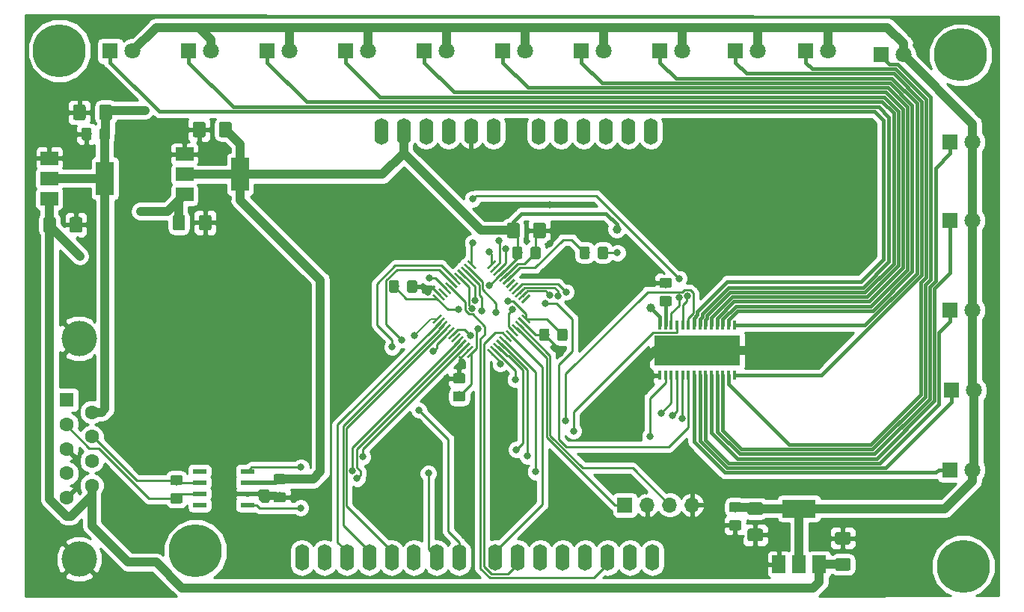
<source format=gbr>
G04 #@! TF.GenerationSoftware,KiCad,Pcbnew,(5.0.2)-1*
G04 #@! TF.CreationDate,2019-03-12T15:58:17+02:00*
G04 #@! TF.ProjectId,ev19dashboardv1,65763139-6461-4736-9862-6f6172647631,rev?*
G04 #@! TF.SameCoordinates,Original*
G04 #@! TF.FileFunction,Copper,L1,Top*
G04 #@! TF.FilePolarity,Positive*
%FSLAX46Y46*%
G04 Gerber Fmt 4.6, Leading zero omitted, Abs format (unit mm)*
G04 Created by KiCad (PCBNEW (5.0.2)-1) date 3/12/2019 3:58:17 PM*
%MOMM*%
%LPD*%
G01*
G04 APERTURE LIST*
G04 #@! TA.AperFunction,ComponentPad*
%ADD10C,4.000000*%
G04 #@! TD*
G04 #@! TA.AperFunction,ComponentPad*
%ADD11C,1.600000*%
G04 #@! TD*
G04 #@! TA.AperFunction,ComponentPad*
%ADD12R,1.600000X1.600000*%
G04 #@! TD*
G04 #@! TA.AperFunction,Conductor*
%ADD13C,0.100000*%
G04 #@! TD*
G04 #@! TA.AperFunction,SMDPad,CuDef*
%ADD14C,1.425000*%
G04 #@! TD*
G04 #@! TA.AperFunction,SMDPad,CuDef*
%ADD15C,1.150000*%
G04 #@! TD*
G04 #@! TA.AperFunction,SMDPad,CuDef*
%ADD16R,2.000000X1.500000*%
G04 #@! TD*
G04 #@! TA.AperFunction,SMDPad,CuDef*
%ADD17R,2.000000X3.800000*%
G04 #@! TD*
G04 #@! TA.AperFunction,SMDPad,CuDef*
%ADD18C,0.250000*%
G04 #@! TD*
G04 #@! TA.AperFunction,ComponentPad*
%ADD19O,1.600000X3.000000*%
G04 #@! TD*
G04 #@! TA.AperFunction,SMDPad,CuDef*
%ADD20R,1.550000X0.600000*%
G04 #@! TD*
G04 #@! TA.AperFunction,ComponentPad*
%ADD21C,1.800000*%
G04 #@! TD*
G04 #@! TA.AperFunction,ComponentPad*
%ADD22R,1.800000X1.800000*%
G04 #@! TD*
G04 #@! TA.AperFunction,SMDPad,CuDef*
%ADD23R,3.800000X2.000000*%
G04 #@! TD*
G04 #@! TA.AperFunction,SMDPad,CuDef*
%ADD24R,1.500000X2.000000*%
G04 #@! TD*
G04 #@! TA.AperFunction,SMDPad,CuDef*
%ADD25R,0.400000X1.100000*%
G04 #@! TD*
G04 #@! TA.AperFunction,Conductor*
%ADD26R,9.700000X3.400000*%
G04 #@! TD*
G04 #@! TA.AperFunction,ViaPad*
%ADD27C,0.600000*%
G04 #@! TD*
G04 #@! TA.AperFunction,ComponentPad*
%ADD28R,1.700000X1.700000*%
G04 #@! TD*
G04 #@! TA.AperFunction,ComponentPad*
%ADD29O,1.700000X1.700000*%
G04 #@! TD*
G04 #@! TA.AperFunction,ViaPad*
%ADD30C,6.000000*%
G04 #@! TD*
G04 #@! TA.AperFunction,ViaPad*
%ADD31C,0.800000*%
G04 #@! TD*
G04 #@! TA.AperFunction,ViaPad*
%ADD32C,1.000000*%
G04 #@! TD*
G04 #@! TA.AperFunction,Conductor*
%ADD33C,0.250000*%
G04 #@! TD*
G04 #@! TA.AperFunction,Conductor*
%ADD34C,1.000000*%
G04 #@! TD*
G04 #@! TA.AperFunction,Conductor*
%ADD35C,0.500000*%
G04 #@! TD*
G04 #@! TA.AperFunction,Conductor*
%ADD36C,0.400000*%
G04 #@! TD*
G04 #@! TA.AperFunction,Conductor*
%ADD37C,0.200000*%
G04 #@! TD*
G04 #@! TA.AperFunction,Conductor*
%ADD38C,0.254000*%
G04 #@! TD*
G04 APERTURE END LIST*
D10*
G04 #@! TO.P,J1,0*
G04 #@! TO.N,GND*
X99240200Y-68130200D03*
X99240200Y-93130200D03*
D11*
G04 #@! TO.P,J1,9*
G04 #@! TO.N,+BATT*
X100660200Y-84785200D03*
G04 #@! TO.P,J1,8*
G04 #@! TO.N,/SWD_CLK*
X100660200Y-82015200D03*
G04 #@! TO.P,J1,7*
G04 #@! TO.N,/CAN_H*
X100660200Y-79245200D03*
G04 #@! TO.P,J1,6*
G04 #@! TO.N,+5V*
X100660200Y-76475200D03*
G04 #@! TO.P,J1,5*
G04 #@! TO.N,GND*
X97820200Y-86170200D03*
G04 #@! TO.P,J1,4*
G04 #@! TO.N,/SWD_IO*
X97820200Y-83400200D03*
G04 #@! TO.P,J1,3*
G04 #@! TO.N,GND*
X97820200Y-80630200D03*
G04 #@! TO.P,J1,2*
G04 #@! TO.N,/CAN_L*
X97820200Y-77860200D03*
D12*
G04 #@! TO.P,J1,1*
G04 #@! TO.N,/LOG_UART_TX*
X97820200Y-75090200D03*
G04 #@! TD*
D13*
G04 #@! TO.N,GND*
G04 #@! TO.C,C1*
G36*
X113974504Y-54126204D02*
X113998773Y-54129804D01*
X114022571Y-54135765D01*
X114045671Y-54144030D01*
X114067849Y-54154520D01*
X114088893Y-54167133D01*
X114108598Y-54181747D01*
X114126777Y-54198223D01*
X114143253Y-54216402D01*
X114157867Y-54236107D01*
X114170480Y-54257151D01*
X114180970Y-54279329D01*
X114189235Y-54302429D01*
X114195196Y-54326227D01*
X114198796Y-54350496D01*
X114200000Y-54375000D01*
X114200000Y-55625000D01*
X114198796Y-55649504D01*
X114195196Y-55673773D01*
X114189235Y-55697571D01*
X114180970Y-55720671D01*
X114170480Y-55742849D01*
X114157867Y-55763893D01*
X114143253Y-55783598D01*
X114126777Y-55801777D01*
X114108598Y-55818253D01*
X114088893Y-55832867D01*
X114067849Y-55845480D01*
X114045671Y-55855970D01*
X114022571Y-55864235D01*
X113998773Y-55870196D01*
X113974504Y-55873796D01*
X113950000Y-55875000D01*
X113025000Y-55875000D01*
X113000496Y-55873796D01*
X112976227Y-55870196D01*
X112952429Y-55864235D01*
X112929329Y-55855970D01*
X112907151Y-55845480D01*
X112886107Y-55832867D01*
X112866402Y-55818253D01*
X112848223Y-55801777D01*
X112831747Y-55783598D01*
X112817133Y-55763893D01*
X112804520Y-55742849D01*
X112794030Y-55720671D01*
X112785765Y-55697571D01*
X112779804Y-55673773D01*
X112776204Y-55649504D01*
X112775000Y-55625000D01*
X112775000Y-54375000D01*
X112776204Y-54350496D01*
X112779804Y-54326227D01*
X112785765Y-54302429D01*
X112794030Y-54279329D01*
X112804520Y-54257151D01*
X112817133Y-54236107D01*
X112831747Y-54216402D01*
X112848223Y-54198223D01*
X112866402Y-54181747D01*
X112886107Y-54167133D01*
X112907151Y-54154520D01*
X112929329Y-54144030D01*
X112952429Y-54135765D01*
X112976227Y-54129804D01*
X113000496Y-54126204D01*
X113025000Y-54125000D01*
X113950000Y-54125000D01*
X113974504Y-54126204D01*
X113974504Y-54126204D01*
G37*
D14*
G04 #@! TD*
G04 #@! TO.P,C1,2*
G04 #@! TO.N,GND*
X113487500Y-55000000D03*
D13*
G04 #@! TO.N,+BATT*
G04 #@! TO.C,C1*
G36*
X110999504Y-54126204D02*
X111023773Y-54129804D01*
X111047571Y-54135765D01*
X111070671Y-54144030D01*
X111092849Y-54154520D01*
X111113893Y-54167133D01*
X111133598Y-54181747D01*
X111151777Y-54198223D01*
X111168253Y-54216402D01*
X111182867Y-54236107D01*
X111195480Y-54257151D01*
X111205970Y-54279329D01*
X111214235Y-54302429D01*
X111220196Y-54326227D01*
X111223796Y-54350496D01*
X111225000Y-54375000D01*
X111225000Y-55625000D01*
X111223796Y-55649504D01*
X111220196Y-55673773D01*
X111214235Y-55697571D01*
X111205970Y-55720671D01*
X111195480Y-55742849D01*
X111182867Y-55763893D01*
X111168253Y-55783598D01*
X111151777Y-55801777D01*
X111133598Y-55818253D01*
X111113893Y-55832867D01*
X111092849Y-55845480D01*
X111070671Y-55855970D01*
X111047571Y-55864235D01*
X111023773Y-55870196D01*
X110999504Y-55873796D01*
X110975000Y-55875000D01*
X110050000Y-55875000D01*
X110025496Y-55873796D01*
X110001227Y-55870196D01*
X109977429Y-55864235D01*
X109954329Y-55855970D01*
X109932151Y-55845480D01*
X109911107Y-55832867D01*
X109891402Y-55818253D01*
X109873223Y-55801777D01*
X109856747Y-55783598D01*
X109842133Y-55763893D01*
X109829520Y-55742849D01*
X109819030Y-55720671D01*
X109810765Y-55697571D01*
X109804804Y-55673773D01*
X109801204Y-55649504D01*
X109800000Y-55625000D01*
X109800000Y-54375000D01*
X109801204Y-54350496D01*
X109804804Y-54326227D01*
X109810765Y-54302429D01*
X109819030Y-54279329D01*
X109829520Y-54257151D01*
X109842133Y-54236107D01*
X109856747Y-54216402D01*
X109873223Y-54198223D01*
X109891402Y-54181747D01*
X109911107Y-54167133D01*
X109932151Y-54154520D01*
X109954329Y-54144030D01*
X109977429Y-54135765D01*
X110001227Y-54129804D01*
X110025496Y-54126204D01*
X110050000Y-54125000D01*
X110975000Y-54125000D01*
X110999504Y-54126204D01*
X110999504Y-54126204D01*
G37*
D14*
G04 #@! TD*
G04 #@! TO.P,C1,1*
G04 #@! TO.N,+BATT*
X110512500Y-55000000D03*
D13*
G04 #@! TO.N,GND*
G04 #@! TO.C,C2*
G36*
X113299504Y-43576204D02*
X113323773Y-43579804D01*
X113347571Y-43585765D01*
X113370671Y-43594030D01*
X113392849Y-43604520D01*
X113413893Y-43617133D01*
X113433598Y-43631747D01*
X113451777Y-43648223D01*
X113468253Y-43666402D01*
X113482867Y-43686107D01*
X113495480Y-43707151D01*
X113505970Y-43729329D01*
X113514235Y-43752429D01*
X113520196Y-43776227D01*
X113523796Y-43800496D01*
X113525000Y-43825000D01*
X113525000Y-45075000D01*
X113523796Y-45099504D01*
X113520196Y-45123773D01*
X113514235Y-45147571D01*
X113505970Y-45170671D01*
X113495480Y-45192849D01*
X113482867Y-45213893D01*
X113468253Y-45233598D01*
X113451777Y-45251777D01*
X113433598Y-45268253D01*
X113413893Y-45282867D01*
X113392849Y-45295480D01*
X113370671Y-45305970D01*
X113347571Y-45314235D01*
X113323773Y-45320196D01*
X113299504Y-45323796D01*
X113275000Y-45325000D01*
X112350000Y-45325000D01*
X112325496Y-45323796D01*
X112301227Y-45320196D01*
X112277429Y-45314235D01*
X112254329Y-45305970D01*
X112232151Y-45295480D01*
X112211107Y-45282867D01*
X112191402Y-45268253D01*
X112173223Y-45251777D01*
X112156747Y-45233598D01*
X112142133Y-45213893D01*
X112129520Y-45192849D01*
X112119030Y-45170671D01*
X112110765Y-45147571D01*
X112104804Y-45123773D01*
X112101204Y-45099504D01*
X112100000Y-45075000D01*
X112100000Y-43825000D01*
X112101204Y-43800496D01*
X112104804Y-43776227D01*
X112110765Y-43752429D01*
X112119030Y-43729329D01*
X112129520Y-43707151D01*
X112142133Y-43686107D01*
X112156747Y-43666402D01*
X112173223Y-43648223D01*
X112191402Y-43631747D01*
X112211107Y-43617133D01*
X112232151Y-43604520D01*
X112254329Y-43594030D01*
X112277429Y-43585765D01*
X112301227Y-43579804D01*
X112325496Y-43576204D01*
X112350000Y-43575000D01*
X113275000Y-43575000D01*
X113299504Y-43576204D01*
X113299504Y-43576204D01*
G37*
D14*
G04 #@! TD*
G04 #@! TO.P,C2,2*
G04 #@! TO.N,GND*
X112812500Y-44450000D03*
D13*
G04 #@! TO.N,+3V3*
G04 #@! TO.C,C2*
G36*
X116274504Y-43576204D02*
X116298773Y-43579804D01*
X116322571Y-43585765D01*
X116345671Y-43594030D01*
X116367849Y-43604520D01*
X116388893Y-43617133D01*
X116408598Y-43631747D01*
X116426777Y-43648223D01*
X116443253Y-43666402D01*
X116457867Y-43686107D01*
X116470480Y-43707151D01*
X116480970Y-43729329D01*
X116489235Y-43752429D01*
X116495196Y-43776227D01*
X116498796Y-43800496D01*
X116500000Y-43825000D01*
X116500000Y-45075000D01*
X116498796Y-45099504D01*
X116495196Y-45123773D01*
X116489235Y-45147571D01*
X116480970Y-45170671D01*
X116470480Y-45192849D01*
X116457867Y-45213893D01*
X116443253Y-45233598D01*
X116426777Y-45251777D01*
X116408598Y-45268253D01*
X116388893Y-45282867D01*
X116367849Y-45295480D01*
X116345671Y-45305970D01*
X116322571Y-45314235D01*
X116298773Y-45320196D01*
X116274504Y-45323796D01*
X116250000Y-45325000D01*
X115325000Y-45325000D01*
X115300496Y-45323796D01*
X115276227Y-45320196D01*
X115252429Y-45314235D01*
X115229329Y-45305970D01*
X115207151Y-45295480D01*
X115186107Y-45282867D01*
X115166402Y-45268253D01*
X115148223Y-45251777D01*
X115131747Y-45233598D01*
X115117133Y-45213893D01*
X115104520Y-45192849D01*
X115094030Y-45170671D01*
X115085765Y-45147571D01*
X115079804Y-45123773D01*
X115076204Y-45099504D01*
X115075000Y-45075000D01*
X115075000Y-43825000D01*
X115076204Y-43800496D01*
X115079804Y-43776227D01*
X115085765Y-43752429D01*
X115094030Y-43729329D01*
X115104520Y-43707151D01*
X115117133Y-43686107D01*
X115131747Y-43666402D01*
X115148223Y-43648223D01*
X115166402Y-43631747D01*
X115186107Y-43617133D01*
X115207151Y-43604520D01*
X115229329Y-43594030D01*
X115252429Y-43585765D01*
X115276227Y-43579804D01*
X115300496Y-43576204D01*
X115325000Y-43575000D01*
X116250000Y-43575000D01*
X116274504Y-43576204D01*
X116274504Y-43576204D01*
G37*
D14*
G04 #@! TD*
G04 #@! TO.P,C2,1*
G04 #@! TO.N,+3V3*
X115787500Y-44450000D03*
D13*
G04 #@! TO.N,/BOOT0*
G04 #@! TO.C,C3*
G36*
X158854505Y-57721204D02*
X158878773Y-57724804D01*
X158902572Y-57730765D01*
X158925671Y-57739030D01*
X158947850Y-57749520D01*
X158968893Y-57762132D01*
X158988599Y-57776747D01*
X159006777Y-57793223D01*
X159023253Y-57811401D01*
X159037868Y-57831107D01*
X159050480Y-57852150D01*
X159060970Y-57874329D01*
X159069235Y-57897428D01*
X159075196Y-57921227D01*
X159078796Y-57945495D01*
X159080000Y-57969999D01*
X159080000Y-58870001D01*
X159078796Y-58894505D01*
X159075196Y-58918773D01*
X159069235Y-58942572D01*
X159060970Y-58965671D01*
X159050480Y-58987850D01*
X159037868Y-59008893D01*
X159023253Y-59028599D01*
X159006777Y-59046777D01*
X158988599Y-59063253D01*
X158968893Y-59077868D01*
X158947850Y-59090480D01*
X158925671Y-59100970D01*
X158902572Y-59109235D01*
X158878773Y-59115196D01*
X158854505Y-59118796D01*
X158830001Y-59120000D01*
X158179999Y-59120000D01*
X158155495Y-59118796D01*
X158131227Y-59115196D01*
X158107428Y-59109235D01*
X158084329Y-59100970D01*
X158062150Y-59090480D01*
X158041107Y-59077868D01*
X158021401Y-59063253D01*
X158003223Y-59046777D01*
X157986747Y-59028599D01*
X157972132Y-59008893D01*
X157959520Y-58987850D01*
X157949030Y-58965671D01*
X157940765Y-58942572D01*
X157934804Y-58918773D01*
X157931204Y-58894505D01*
X157930000Y-58870001D01*
X157930000Y-57969999D01*
X157931204Y-57945495D01*
X157934804Y-57921227D01*
X157940765Y-57897428D01*
X157949030Y-57874329D01*
X157959520Y-57852150D01*
X157972132Y-57831107D01*
X157986747Y-57811401D01*
X158003223Y-57793223D01*
X158021401Y-57776747D01*
X158041107Y-57762132D01*
X158062150Y-57749520D01*
X158084329Y-57739030D01*
X158107428Y-57730765D01*
X158131227Y-57724804D01*
X158155495Y-57721204D01*
X158179999Y-57720000D01*
X158830001Y-57720000D01*
X158854505Y-57721204D01*
X158854505Y-57721204D01*
G37*
D15*
G04 #@! TD*
G04 #@! TO.P,C3,2*
G04 #@! TO.N,/BOOT0*
X158505000Y-58420000D03*
D13*
G04 #@! TO.N,/NRST*
G04 #@! TO.C,C3*
G36*
X156804505Y-57721204D02*
X156828773Y-57724804D01*
X156852572Y-57730765D01*
X156875671Y-57739030D01*
X156897850Y-57749520D01*
X156918893Y-57762132D01*
X156938599Y-57776747D01*
X156956777Y-57793223D01*
X156973253Y-57811401D01*
X156987868Y-57831107D01*
X157000480Y-57852150D01*
X157010970Y-57874329D01*
X157019235Y-57897428D01*
X157025196Y-57921227D01*
X157028796Y-57945495D01*
X157030000Y-57969999D01*
X157030000Y-58870001D01*
X157028796Y-58894505D01*
X157025196Y-58918773D01*
X157019235Y-58942572D01*
X157010970Y-58965671D01*
X157000480Y-58987850D01*
X156987868Y-59008893D01*
X156973253Y-59028599D01*
X156956777Y-59046777D01*
X156938599Y-59063253D01*
X156918893Y-59077868D01*
X156897850Y-59090480D01*
X156875671Y-59100970D01*
X156852572Y-59109235D01*
X156828773Y-59115196D01*
X156804505Y-59118796D01*
X156780001Y-59120000D01*
X156129999Y-59120000D01*
X156105495Y-59118796D01*
X156081227Y-59115196D01*
X156057428Y-59109235D01*
X156034329Y-59100970D01*
X156012150Y-59090480D01*
X155991107Y-59077868D01*
X155971401Y-59063253D01*
X155953223Y-59046777D01*
X155936747Y-59028599D01*
X155922132Y-59008893D01*
X155909520Y-58987850D01*
X155899030Y-58965671D01*
X155890765Y-58942572D01*
X155884804Y-58918773D01*
X155881204Y-58894505D01*
X155880000Y-58870001D01*
X155880000Y-57969999D01*
X155881204Y-57945495D01*
X155884804Y-57921227D01*
X155890765Y-57897428D01*
X155899030Y-57874329D01*
X155909520Y-57852150D01*
X155922132Y-57831107D01*
X155936747Y-57811401D01*
X155953223Y-57793223D01*
X155971401Y-57776747D01*
X155991107Y-57762132D01*
X156012150Y-57749520D01*
X156034329Y-57739030D01*
X156057428Y-57730765D01*
X156081227Y-57724804D01*
X156105495Y-57721204D01*
X156129999Y-57720000D01*
X156780001Y-57720000D01*
X156804505Y-57721204D01*
X156804505Y-57721204D01*
G37*
D15*
G04 #@! TD*
G04 #@! TO.P,C3,1*
G04 #@! TO.N,/NRST*
X156455000Y-58420000D03*
D13*
G04 #@! TO.N,GND*
G04 #@! TO.C,C4*
G36*
X137264505Y-61531204D02*
X137288773Y-61534804D01*
X137312572Y-61540765D01*
X137335671Y-61549030D01*
X137357850Y-61559520D01*
X137378893Y-61572132D01*
X137398599Y-61586747D01*
X137416777Y-61603223D01*
X137433253Y-61621401D01*
X137447868Y-61641107D01*
X137460480Y-61662150D01*
X137470970Y-61684329D01*
X137479235Y-61707428D01*
X137485196Y-61731227D01*
X137488796Y-61755495D01*
X137490000Y-61779999D01*
X137490000Y-62680001D01*
X137488796Y-62704505D01*
X137485196Y-62728773D01*
X137479235Y-62752572D01*
X137470970Y-62775671D01*
X137460480Y-62797850D01*
X137447868Y-62818893D01*
X137433253Y-62838599D01*
X137416777Y-62856777D01*
X137398599Y-62873253D01*
X137378893Y-62887868D01*
X137357850Y-62900480D01*
X137335671Y-62910970D01*
X137312572Y-62919235D01*
X137288773Y-62925196D01*
X137264505Y-62928796D01*
X137240001Y-62930000D01*
X136589999Y-62930000D01*
X136565495Y-62928796D01*
X136541227Y-62925196D01*
X136517428Y-62919235D01*
X136494329Y-62910970D01*
X136472150Y-62900480D01*
X136451107Y-62887868D01*
X136431401Y-62873253D01*
X136413223Y-62856777D01*
X136396747Y-62838599D01*
X136382132Y-62818893D01*
X136369520Y-62797850D01*
X136359030Y-62775671D01*
X136350765Y-62752572D01*
X136344804Y-62728773D01*
X136341204Y-62704505D01*
X136340000Y-62680001D01*
X136340000Y-61779999D01*
X136341204Y-61755495D01*
X136344804Y-61731227D01*
X136350765Y-61707428D01*
X136359030Y-61684329D01*
X136369520Y-61662150D01*
X136382132Y-61641107D01*
X136396747Y-61621401D01*
X136413223Y-61603223D01*
X136431401Y-61586747D01*
X136451107Y-61572132D01*
X136472150Y-61559520D01*
X136494329Y-61549030D01*
X136517428Y-61540765D01*
X136541227Y-61534804D01*
X136565495Y-61531204D01*
X136589999Y-61530000D01*
X137240001Y-61530000D01*
X137264505Y-61531204D01*
X137264505Y-61531204D01*
G37*
D15*
G04 #@! TD*
G04 #@! TO.P,C4,2*
G04 #@! TO.N,GND*
X136915000Y-62230000D03*
D13*
G04 #@! TO.N,+3V3*
G04 #@! TO.C,C4*
G36*
X135214505Y-61531204D02*
X135238773Y-61534804D01*
X135262572Y-61540765D01*
X135285671Y-61549030D01*
X135307850Y-61559520D01*
X135328893Y-61572132D01*
X135348599Y-61586747D01*
X135366777Y-61603223D01*
X135383253Y-61621401D01*
X135397868Y-61641107D01*
X135410480Y-61662150D01*
X135420970Y-61684329D01*
X135429235Y-61707428D01*
X135435196Y-61731227D01*
X135438796Y-61755495D01*
X135440000Y-61779999D01*
X135440000Y-62680001D01*
X135438796Y-62704505D01*
X135435196Y-62728773D01*
X135429235Y-62752572D01*
X135420970Y-62775671D01*
X135410480Y-62797850D01*
X135397868Y-62818893D01*
X135383253Y-62838599D01*
X135366777Y-62856777D01*
X135348599Y-62873253D01*
X135328893Y-62887868D01*
X135307850Y-62900480D01*
X135285671Y-62910970D01*
X135262572Y-62919235D01*
X135238773Y-62925196D01*
X135214505Y-62928796D01*
X135190001Y-62930000D01*
X134539999Y-62930000D01*
X134515495Y-62928796D01*
X134491227Y-62925196D01*
X134467428Y-62919235D01*
X134444329Y-62910970D01*
X134422150Y-62900480D01*
X134401107Y-62887868D01*
X134381401Y-62873253D01*
X134363223Y-62856777D01*
X134346747Y-62838599D01*
X134332132Y-62818893D01*
X134319520Y-62797850D01*
X134309030Y-62775671D01*
X134300765Y-62752572D01*
X134294804Y-62728773D01*
X134291204Y-62704505D01*
X134290000Y-62680001D01*
X134290000Y-61779999D01*
X134291204Y-61755495D01*
X134294804Y-61731227D01*
X134300765Y-61707428D01*
X134309030Y-61684329D01*
X134319520Y-61662150D01*
X134332132Y-61641107D01*
X134346747Y-61621401D01*
X134363223Y-61603223D01*
X134381401Y-61586747D01*
X134401107Y-61572132D01*
X134422150Y-61559520D01*
X134444329Y-61549030D01*
X134467428Y-61540765D01*
X134491227Y-61534804D01*
X134515495Y-61531204D01*
X134539999Y-61530000D01*
X135190001Y-61530000D01*
X135214505Y-61531204D01*
X135214505Y-61531204D01*
G37*
D15*
G04 #@! TD*
G04 #@! TO.P,C4,1*
G04 #@! TO.N,+3V3*
X134865000Y-62230000D03*
D13*
G04 #@! TO.N,GND*
G04 #@! TO.C,C5*
G36*
X142714505Y-72061204D02*
X142738773Y-72064804D01*
X142762572Y-72070765D01*
X142785671Y-72079030D01*
X142807850Y-72089520D01*
X142828893Y-72102132D01*
X142848599Y-72116747D01*
X142866777Y-72133223D01*
X142883253Y-72151401D01*
X142897868Y-72171107D01*
X142910480Y-72192150D01*
X142920970Y-72214329D01*
X142929235Y-72237428D01*
X142935196Y-72261227D01*
X142938796Y-72285495D01*
X142940000Y-72309999D01*
X142940000Y-72960001D01*
X142938796Y-72984505D01*
X142935196Y-73008773D01*
X142929235Y-73032572D01*
X142920970Y-73055671D01*
X142910480Y-73077850D01*
X142897868Y-73098893D01*
X142883253Y-73118599D01*
X142866777Y-73136777D01*
X142848599Y-73153253D01*
X142828893Y-73167868D01*
X142807850Y-73180480D01*
X142785671Y-73190970D01*
X142762572Y-73199235D01*
X142738773Y-73205196D01*
X142714505Y-73208796D01*
X142690001Y-73210000D01*
X141789999Y-73210000D01*
X141765495Y-73208796D01*
X141741227Y-73205196D01*
X141717428Y-73199235D01*
X141694329Y-73190970D01*
X141672150Y-73180480D01*
X141651107Y-73167868D01*
X141631401Y-73153253D01*
X141613223Y-73136777D01*
X141596747Y-73118599D01*
X141582132Y-73098893D01*
X141569520Y-73077850D01*
X141559030Y-73055671D01*
X141550765Y-73032572D01*
X141544804Y-73008773D01*
X141541204Y-72984505D01*
X141540000Y-72960001D01*
X141540000Y-72309999D01*
X141541204Y-72285495D01*
X141544804Y-72261227D01*
X141550765Y-72237428D01*
X141559030Y-72214329D01*
X141569520Y-72192150D01*
X141582132Y-72171107D01*
X141596747Y-72151401D01*
X141613223Y-72133223D01*
X141631401Y-72116747D01*
X141651107Y-72102132D01*
X141672150Y-72089520D01*
X141694329Y-72079030D01*
X141717428Y-72070765D01*
X141741227Y-72064804D01*
X141765495Y-72061204D01*
X141789999Y-72060000D01*
X142690001Y-72060000D01*
X142714505Y-72061204D01*
X142714505Y-72061204D01*
G37*
D15*
G04 #@! TD*
G04 #@! TO.P,C5,2*
G04 #@! TO.N,GND*
X142240000Y-72635000D03*
D13*
G04 #@! TO.N,+3V3*
G04 #@! TO.C,C5*
G36*
X142714505Y-74111204D02*
X142738773Y-74114804D01*
X142762572Y-74120765D01*
X142785671Y-74129030D01*
X142807850Y-74139520D01*
X142828893Y-74152132D01*
X142848599Y-74166747D01*
X142866777Y-74183223D01*
X142883253Y-74201401D01*
X142897868Y-74221107D01*
X142910480Y-74242150D01*
X142920970Y-74264329D01*
X142929235Y-74287428D01*
X142935196Y-74311227D01*
X142938796Y-74335495D01*
X142940000Y-74359999D01*
X142940000Y-75010001D01*
X142938796Y-75034505D01*
X142935196Y-75058773D01*
X142929235Y-75082572D01*
X142920970Y-75105671D01*
X142910480Y-75127850D01*
X142897868Y-75148893D01*
X142883253Y-75168599D01*
X142866777Y-75186777D01*
X142848599Y-75203253D01*
X142828893Y-75217868D01*
X142807850Y-75230480D01*
X142785671Y-75240970D01*
X142762572Y-75249235D01*
X142738773Y-75255196D01*
X142714505Y-75258796D01*
X142690001Y-75260000D01*
X141789999Y-75260000D01*
X141765495Y-75258796D01*
X141741227Y-75255196D01*
X141717428Y-75249235D01*
X141694329Y-75240970D01*
X141672150Y-75230480D01*
X141651107Y-75217868D01*
X141631401Y-75203253D01*
X141613223Y-75186777D01*
X141596747Y-75168599D01*
X141582132Y-75148893D01*
X141569520Y-75127850D01*
X141559030Y-75105671D01*
X141550765Y-75082572D01*
X141544804Y-75058773D01*
X141541204Y-75034505D01*
X141540000Y-75010001D01*
X141540000Y-74359999D01*
X141541204Y-74335495D01*
X141544804Y-74311227D01*
X141550765Y-74287428D01*
X141559030Y-74264329D01*
X141569520Y-74242150D01*
X141582132Y-74221107D01*
X141596747Y-74201401D01*
X141613223Y-74183223D01*
X141631401Y-74166747D01*
X141651107Y-74152132D01*
X141672150Y-74139520D01*
X141694329Y-74129030D01*
X141717428Y-74120765D01*
X141741227Y-74114804D01*
X141765495Y-74111204D01*
X141789999Y-74110000D01*
X142690001Y-74110000D01*
X142714505Y-74111204D01*
X142714505Y-74111204D01*
G37*
D15*
G04 #@! TD*
G04 #@! TO.P,C5,1*
G04 #@! TO.N,+3V3*
X142240000Y-74685000D03*
D13*
G04 #@! TO.N,GND*
G04 #@! TO.C,C6*
G36*
X151234505Y-57721204D02*
X151258773Y-57724804D01*
X151282572Y-57730765D01*
X151305671Y-57739030D01*
X151327850Y-57749520D01*
X151348893Y-57762132D01*
X151368599Y-57776747D01*
X151386777Y-57793223D01*
X151403253Y-57811401D01*
X151417868Y-57831107D01*
X151430480Y-57852150D01*
X151440970Y-57874329D01*
X151449235Y-57897428D01*
X151455196Y-57921227D01*
X151458796Y-57945495D01*
X151460000Y-57969999D01*
X151460000Y-58870001D01*
X151458796Y-58894505D01*
X151455196Y-58918773D01*
X151449235Y-58942572D01*
X151440970Y-58965671D01*
X151430480Y-58987850D01*
X151417868Y-59008893D01*
X151403253Y-59028599D01*
X151386777Y-59046777D01*
X151368599Y-59063253D01*
X151348893Y-59077868D01*
X151327850Y-59090480D01*
X151305671Y-59100970D01*
X151282572Y-59109235D01*
X151258773Y-59115196D01*
X151234505Y-59118796D01*
X151210001Y-59120000D01*
X150559999Y-59120000D01*
X150535495Y-59118796D01*
X150511227Y-59115196D01*
X150487428Y-59109235D01*
X150464329Y-59100970D01*
X150442150Y-59090480D01*
X150421107Y-59077868D01*
X150401401Y-59063253D01*
X150383223Y-59046777D01*
X150366747Y-59028599D01*
X150352132Y-59008893D01*
X150339520Y-58987850D01*
X150329030Y-58965671D01*
X150320765Y-58942572D01*
X150314804Y-58918773D01*
X150311204Y-58894505D01*
X150310000Y-58870001D01*
X150310000Y-57969999D01*
X150311204Y-57945495D01*
X150314804Y-57921227D01*
X150320765Y-57897428D01*
X150329030Y-57874329D01*
X150339520Y-57852150D01*
X150352132Y-57831107D01*
X150366747Y-57811401D01*
X150383223Y-57793223D01*
X150401401Y-57776747D01*
X150421107Y-57762132D01*
X150442150Y-57749520D01*
X150464329Y-57739030D01*
X150487428Y-57730765D01*
X150511227Y-57724804D01*
X150535495Y-57721204D01*
X150559999Y-57720000D01*
X151210001Y-57720000D01*
X151234505Y-57721204D01*
X151234505Y-57721204D01*
G37*
D15*
G04 #@! TD*
G04 #@! TO.P,C6,2*
G04 #@! TO.N,GND*
X150885000Y-58420000D03*
D13*
G04 #@! TO.N,+3V3*
G04 #@! TO.C,C6*
G36*
X149184505Y-57721204D02*
X149208773Y-57724804D01*
X149232572Y-57730765D01*
X149255671Y-57739030D01*
X149277850Y-57749520D01*
X149298893Y-57762132D01*
X149318599Y-57776747D01*
X149336777Y-57793223D01*
X149353253Y-57811401D01*
X149367868Y-57831107D01*
X149380480Y-57852150D01*
X149390970Y-57874329D01*
X149399235Y-57897428D01*
X149405196Y-57921227D01*
X149408796Y-57945495D01*
X149410000Y-57969999D01*
X149410000Y-58870001D01*
X149408796Y-58894505D01*
X149405196Y-58918773D01*
X149399235Y-58942572D01*
X149390970Y-58965671D01*
X149380480Y-58987850D01*
X149367868Y-59008893D01*
X149353253Y-59028599D01*
X149336777Y-59046777D01*
X149318599Y-59063253D01*
X149298893Y-59077868D01*
X149277850Y-59090480D01*
X149255671Y-59100970D01*
X149232572Y-59109235D01*
X149208773Y-59115196D01*
X149184505Y-59118796D01*
X149160001Y-59120000D01*
X148509999Y-59120000D01*
X148485495Y-59118796D01*
X148461227Y-59115196D01*
X148437428Y-59109235D01*
X148414329Y-59100970D01*
X148392150Y-59090480D01*
X148371107Y-59077868D01*
X148351401Y-59063253D01*
X148333223Y-59046777D01*
X148316747Y-59028599D01*
X148302132Y-59008893D01*
X148289520Y-58987850D01*
X148279030Y-58965671D01*
X148270765Y-58942572D01*
X148264804Y-58918773D01*
X148261204Y-58894505D01*
X148260000Y-58870001D01*
X148260000Y-57969999D01*
X148261204Y-57945495D01*
X148264804Y-57921227D01*
X148270765Y-57897428D01*
X148279030Y-57874329D01*
X148289520Y-57852150D01*
X148302132Y-57831107D01*
X148316747Y-57811401D01*
X148333223Y-57793223D01*
X148351401Y-57776747D01*
X148371107Y-57762132D01*
X148392150Y-57749520D01*
X148414329Y-57739030D01*
X148437428Y-57730765D01*
X148461227Y-57724804D01*
X148485495Y-57721204D01*
X148509999Y-57720000D01*
X149160001Y-57720000D01*
X149184505Y-57721204D01*
X149184505Y-57721204D01*
G37*
D15*
G04 #@! TD*
G04 #@! TO.P,C6,1*
G04 #@! TO.N,+3V3*
X148835000Y-58420000D03*
D13*
G04 #@! TO.N,GND*
G04 #@! TO.C,C7*
G36*
X152232505Y-66992204D02*
X152256773Y-66995804D01*
X152280572Y-67001765D01*
X152303671Y-67010030D01*
X152325850Y-67020520D01*
X152346893Y-67033132D01*
X152366599Y-67047747D01*
X152384777Y-67064223D01*
X152401253Y-67082401D01*
X152415868Y-67102107D01*
X152428480Y-67123150D01*
X152438970Y-67145329D01*
X152447235Y-67168428D01*
X152453196Y-67192227D01*
X152456796Y-67216495D01*
X152458000Y-67240999D01*
X152458000Y-68141001D01*
X152456796Y-68165505D01*
X152453196Y-68189773D01*
X152447235Y-68213572D01*
X152438970Y-68236671D01*
X152428480Y-68258850D01*
X152415868Y-68279893D01*
X152401253Y-68299599D01*
X152384777Y-68317777D01*
X152366599Y-68334253D01*
X152346893Y-68348868D01*
X152325850Y-68361480D01*
X152303671Y-68371970D01*
X152280572Y-68380235D01*
X152256773Y-68386196D01*
X152232505Y-68389796D01*
X152208001Y-68391000D01*
X151557999Y-68391000D01*
X151533495Y-68389796D01*
X151509227Y-68386196D01*
X151485428Y-68380235D01*
X151462329Y-68371970D01*
X151440150Y-68361480D01*
X151419107Y-68348868D01*
X151399401Y-68334253D01*
X151381223Y-68317777D01*
X151364747Y-68299599D01*
X151350132Y-68279893D01*
X151337520Y-68258850D01*
X151327030Y-68236671D01*
X151318765Y-68213572D01*
X151312804Y-68189773D01*
X151309204Y-68165505D01*
X151308000Y-68141001D01*
X151308000Y-67240999D01*
X151309204Y-67216495D01*
X151312804Y-67192227D01*
X151318765Y-67168428D01*
X151327030Y-67145329D01*
X151337520Y-67123150D01*
X151350132Y-67102107D01*
X151364747Y-67082401D01*
X151381223Y-67064223D01*
X151399401Y-67047747D01*
X151419107Y-67033132D01*
X151440150Y-67020520D01*
X151462329Y-67010030D01*
X151485428Y-67001765D01*
X151509227Y-66995804D01*
X151533495Y-66992204D01*
X151557999Y-66991000D01*
X152208001Y-66991000D01*
X152232505Y-66992204D01*
X152232505Y-66992204D01*
G37*
D15*
G04 #@! TD*
G04 #@! TO.P,C7,2*
G04 #@! TO.N,GND*
X151883000Y-67691000D03*
D13*
G04 #@! TO.N,+3V3*
G04 #@! TO.C,C7*
G36*
X154282505Y-66992204D02*
X154306773Y-66995804D01*
X154330572Y-67001765D01*
X154353671Y-67010030D01*
X154375850Y-67020520D01*
X154396893Y-67033132D01*
X154416599Y-67047747D01*
X154434777Y-67064223D01*
X154451253Y-67082401D01*
X154465868Y-67102107D01*
X154478480Y-67123150D01*
X154488970Y-67145329D01*
X154497235Y-67168428D01*
X154503196Y-67192227D01*
X154506796Y-67216495D01*
X154508000Y-67240999D01*
X154508000Y-68141001D01*
X154506796Y-68165505D01*
X154503196Y-68189773D01*
X154497235Y-68213572D01*
X154488970Y-68236671D01*
X154478480Y-68258850D01*
X154465868Y-68279893D01*
X154451253Y-68299599D01*
X154434777Y-68317777D01*
X154416599Y-68334253D01*
X154396893Y-68348868D01*
X154375850Y-68361480D01*
X154353671Y-68371970D01*
X154330572Y-68380235D01*
X154306773Y-68386196D01*
X154282505Y-68389796D01*
X154258001Y-68391000D01*
X153607999Y-68391000D01*
X153583495Y-68389796D01*
X153559227Y-68386196D01*
X153535428Y-68380235D01*
X153512329Y-68371970D01*
X153490150Y-68361480D01*
X153469107Y-68348868D01*
X153449401Y-68334253D01*
X153431223Y-68317777D01*
X153414747Y-68299599D01*
X153400132Y-68279893D01*
X153387520Y-68258850D01*
X153377030Y-68236671D01*
X153368765Y-68213572D01*
X153362804Y-68189773D01*
X153359204Y-68165505D01*
X153358000Y-68141001D01*
X153358000Y-67240999D01*
X153359204Y-67216495D01*
X153362804Y-67192227D01*
X153368765Y-67168428D01*
X153377030Y-67145329D01*
X153387520Y-67123150D01*
X153400132Y-67102107D01*
X153414747Y-67082401D01*
X153431223Y-67064223D01*
X153449401Y-67047747D01*
X153469107Y-67033132D01*
X153490150Y-67020520D01*
X153512329Y-67010030D01*
X153535428Y-67001765D01*
X153559227Y-66995804D01*
X153583495Y-66992204D01*
X153607999Y-66991000D01*
X154258001Y-66991000D01*
X154282505Y-66992204D01*
X154282505Y-66992204D01*
G37*
D15*
G04 #@! TD*
G04 #@! TO.P,C7,1*
G04 #@! TO.N,+3V3*
X153933000Y-67691000D03*
D13*
G04 #@! TO.N,GND*
G04 #@! TO.C,C9*
G36*
X99347004Y-54371204D02*
X99371273Y-54374804D01*
X99395071Y-54380765D01*
X99418171Y-54389030D01*
X99440349Y-54399520D01*
X99461393Y-54412133D01*
X99481098Y-54426747D01*
X99499277Y-54443223D01*
X99515753Y-54461402D01*
X99530367Y-54481107D01*
X99542980Y-54502151D01*
X99553470Y-54524329D01*
X99561735Y-54547429D01*
X99567696Y-54571227D01*
X99571296Y-54595496D01*
X99572500Y-54620000D01*
X99572500Y-55870000D01*
X99571296Y-55894504D01*
X99567696Y-55918773D01*
X99561735Y-55942571D01*
X99553470Y-55965671D01*
X99542980Y-55987849D01*
X99530367Y-56008893D01*
X99515753Y-56028598D01*
X99499277Y-56046777D01*
X99481098Y-56063253D01*
X99461393Y-56077867D01*
X99440349Y-56090480D01*
X99418171Y-56100970D01*
X99395071Y-56109235D01*
X99371273Y-56115196D01*
X99347004Y-56118796D01*
X99322500Y-56120000D01*
X98397500Y-56120000D01*
X98372996Y-56118796D01*
X98348727Y-56115196D01*
X98324929Y-56109235D01*
X98301829Y-56100970D01*
X98279651Y-56090480D01*
X98258607Y-56077867D01*
X98238902Y-56063253D01*
X98220723Y-56046777D01*
X98204247Y-56028598D01*
X98189633Y-56008893D01*
X98177020Y-55987849D01*
X98166530Y-55965671D01*
X98158265Y-55942571D01*
X98152304Y-55918773D01*
X98148704Y-55894504D01*
X98147500Y-55870000D01*
X98147500Y-54620000D01*
X98148704Y-54595496D01*
X98152304Y-54571227D01*
X98158265Y-54547429D01*
X98166530Y-54524329D01*
X98177020Y-54502151D01*
X98189633Y-54481107D01*
X98204247Y-54461402D01*
X98220723Y-54443223D01*
X98238902Y-54426747D01*
X98258607Y-54412133D01*
X98279651Y-54399520D01*
X98301829Y-54389030D01*
X98324929Y-54380765D01*
X98348727Y-54374804D01*
X98372996Y-54371204D01*
X98397500Y-54370000D01*
X99322500Y-54370000D01*
X99347004Y-54371204D01*
X99347004Y-54371204D01*
G37*
D14*
G04 #@! TD*
G04 #@! TO.P,C9,2*
G04 #@! TO.N,GND*
X98860000Y-55245000D03*
D13*
G04 #@! TO.N,+BATT*
G04 #@! TO.C,C9*
G36*
X96372004Y-54371204D02*
X96396273Y-54374804D01*
X96420071Y-54380765D01*
X96443171Y-54389030D01*
X96465349Y-54399520D01*
X96486393Y-54412133D01*
X96506098Y-54426747D01*
X96524277Y-54443223D01*
X96540753Y-54461402D01*
X96555367Y-54481107D01*
X96567980Y-54502151D01*
X96578470Y-54524329D01*
X96586735Y-54547429D01*
X96592696Y-54571227D01*
X96596296Y-54595496D01*
X96597500Y-54620000D01*
X96597500Y-55870000D01*
X96596296Y-55894504D01*
X96592696Y-55918773D01*
X96586735Y-55942571D01*
X96578470Y-55965671D01*
X96567980Y-55987849D01*
X96555367Y-56008893D01*
X96540753Y-56028598D01*
X96524277Y-56046777D01*
X96506098Y-56063253D01*
X96486393Y-56077867D01*
X96465349Y-56090480D01*
X96443171Y-56100970D01*
X96420071Y-56109235D01*
X96396273Y-56115196D01*
X96372004Y-56118796D01*
X96347500Y-56120000D01*
X95422500Y-56120000D01*
X95397996Y-56118796D01*
X95373727Y-56115196D01*
X95349929Y-56109235D01*
X95326829Y-56100970D01*
X95304651Y-56090480D01*
X95283607Y-56077867D01*
X95263902Y-56063253D01*
X95245723Y-56046777D01*
X95229247Y-56028598D01*
X95214633Y-56008893D01*
X95202020Y-55987849D01*
X95191530Y-55965671D01*
X95183265Y-55942571D01*
X95177304Y-55918773D01*
X95173704Y-55894504D01*
X95172500Y-55870000D01*
X95172500Y-54620000D01*
X95173704Y-54595496D01*
X95177304Y-54571227D01*
X95183265Y-54547429D01*
X95191530Y-54524329D01*
X95202020Y-54502151D01*
X95214633Y-54481107D01*
X95229247Y-54461402D01*
X95245723Y-54443223D01*
X95263902Y-54426747D01*
X95283607Y-54412133D01*
X95304651Y-54399520D01*
X95326829Y-54389030D01*
X95349929Y-54380765D01*
X95373727Y-54374804D01*
X95397996Y-54371204D01*
X95422500Y-54370000D01*
X96347500Y-54370000D01*
X96372004Y-54371204D01*
X96372004Y-54371204D01*
G37*
D14*
G04 #@! TD*
G04 #@! TO.P,C9,1*
G04 #@! TO.N,+BATT*
X95885000Y-55245000D03*
D13*
G04 #@! TO.N,GND*
G04 #@! TO.C,C12*
G36*
X122394505Y-85541204D02*
X122418773Y-85544804D01*
X122442572Y-85550765D01*
X122465671Y-85559030D01*
X122487850Y-85569520D01*
X122508893Y-85582132D01*
X122528599Y-85596747D01*
X122546777Y-85613223D01*
X122563253Y-85631401D01*
X122577868Y-85651107D01*
X122590480Y-85672150D01*
X122600970Y-85694329D01*
X122609235Y-85717428D01*
X122615196Y-85741227D01*
X122618796Y-85765495D01*
X122620000Y-85789999D01*
X122620000Y-86440001D01*
X122618796Y-86464505D01*
X122615196Y-86488773D01*
X122609235Y-86512572D01*
X122600970Y-86535671D01*
X122590480Y-86557850D01*
X122577868Y-86578893D01*
X122563253Y-86598599D01*
X122546777Y-86616777D01*
X122528599Y-86633253D01*
X122508893Y-86647868D01*
X122487850Y-86660480D01*
X122465671Y-86670970D01*
X122442572Y-86679235D01*
X122418773Y-86685196D01*
X122394505Y-86688796D01*
X122370001Y-86690000D01*
X121469999Y-86690000D01*
X121445495Y-86688796D01*
X121421227Y-86685196D01*
X121397428Y-86679235D01*
X121374329Y-86670970D01*
X121352150Y-86660480D01*
X121331107Y-86647868D01*
X121311401Y-86633253D01*
X121293223Y-86616777D01*
X121276747Y-86598599D01*
X121262132Y-86578893D01*
X121249520Y-86557850D01*
X121239030Y-86535671D01*
X121230765Y-86512572D01*
X121224804Y-86488773D01*
X121221204Y-86464505D01*
X121220000Y-86440001D01*
X121220000Y-85789999D01*
X121221204Y-85765495D01*
X121224804Y-85741227D01*
X121230765Y-85717428D01*
X121239030Y-85694329D01*
X121249520Y-85672150D01*
X121262132Y-85651107D01*
X121276747Y-85631401D01*
X121293223Y-85613223D01*
X121311401Y-85596747D01*
X121331107Y-85582132D01*
X121352150Y-85569520D01*
X121374329Y-85559030D01*
X121397428Y-85550765D01*
X121421227Y-85544804D01*
X121445495Y-85541204D01*
X121469999Y-85540000D01*
X122370001Y-85540000D01*
X122394505Y-85541204D01*
X122394505Y-85541204D01*
G37*
D15*
G04 #@! TD*
G04 #@! TO.P,C12,2*
G04 #@! TO.N,GND*
X121920000Y-86115000D03*
D13*
G04 #@! TO.N,+3V3*
G04 #@! TO.C,C12*
G36*
X122394505Y-83491204D02*
X122418773Y-83494804D01*
X122442572Y-83500765D01*
X122465671Y-83509030D01*
X122487850Y-83519520D01*
X122508893Y-83532132D01*
X122528599Y-83546747D01*
X122546777Y-83563223D01*
X122563253Y-83581401D01*
X122577868Y-83601107D01*
X122590480Y-83622150D01*
X122600970Y-83644329D01*
X122609235Y-83667428D01*
X122615196Y-83691227D01*
X122618796Y-83715495D01*
X122620000Y-83739999D01*
X122620000Y-84390001D01*
X122618796Y-84414505D01*
X122615196Y-84438773D01*
X122609235Y-84462572D01*
X122600970Y-84485671D01*
X122590480Y-84507850D01*
X122577868Y-84528893D01*
X122563253Y-84548599D01*
X122546777Y-84566777D01*
X122528599Y-84583253D01*
X122508893Y-84597868D01*
X122487850Y-84610480D01*
X122465671Y-84620970D01*
X122442572Y-84629235D01*
X122418773Y-84635196D01*
X122394505Y-84638796D01*
X122370001Y-84640000D01*
X121469999Y-84640000D01*
X121445495Y-84638796D01*
X121421227Y-84635196D01*
X121397428Y-84629235D01*
X121374329Y-84620970D01*
X121352150Y-84610480D01*
X121331107Y-84597868D01*
X121311401Y-84583253D01*
X121293223Y-84566777D01*
X121276747Y-84548599D01*
X121262132Y-84528893D01*
X121249520Y-84507850D01*
X121239030Y-84485671D01*
X121230765Y-84462572D01*
X121224804Y-84438773D01*
X121221204Y-84414505D01*
X121220000Y-84390001D01*
X121220000Y-83739999D01*
X121221204Y-83715495D01*
X121224804Y-83691227D01*
X121230765Y-83667428D01*
X121239030Y-83644329D01*
X121249520Y-83622150D01*
X121262132Y-83601107D01*
X121276747Y-83581401D01*
X121293223Y-83563223D01*
X121311401Y-83546747D01*
X121331107Y-83532132D01*
X121352150Y-83519520D01*
X121374329Y-83509030D01*
X121397428Y-83500765D01*
X121421227Y-83494804D01*
X121445495Y-83491204D01*
X121469999Y-83490000D01*
X122370001Y-83490000D01*
X122394505Y-83491204D01*
X122394505Y-83491204D01*
G37*
D15*
G04 #@! TD*
G04 #@! TO.P,C12,1*
G04 #@! TO.N,+3V3*
X121920000Y-84065000D03*
D16*
G04 #@! TO.P,U1,1*
G04 #@! TO.N,GND*
X111150000Y-47230000D03*
G04 #@! TO.P,U1,3*
G04 #@! TO.N,+BATT*
X111150000Y-51830000D03*
G04 #@! TO.P,U1,2*
G04 #@! TO.N,+3V3*
X111150000Y-49530000D03*
D17*
X117450000Y-49530000D03*
G04 #@! TD*
D18*
G04 #@! TO.P,U2,48*
G04 #@! TO.N,+3V3*
X149800458Y-65901371D03*
D13*
G04 #@! TD*
G04 #@! TO.N,+3V3*
G04 #@! TO.C,U2*
G36*
X149252450Y-65530140D02*
X149429227Y-65353363D01*
X150348466Y-66272602D01*
X150171689Y-66449379D01*
X149252450Y-65530140D01*
X149252450Y-65530140D01*
G37*
D18*
G04 #@! TO.P,U2,47*
G04 #@! TO.N,GND*
X149446905Y-66254924D03*
D13*
G04 #@! TD*
G04 #@! TO.N,GND*
G04 #@! TO.C,U2*
G36*
X148898897Y-65883693D02*
X149075674Y-65706916D01*
X149994913Y-66626155D01*
X149818136Y-66802932D01*
X148898897Y-65883693D01*
X148898897Y-65883693D01*
G37*
D18*
G04 #@! TO.P,U2,46*
G04 #@! TO.N,/button2*
X149093351Y-66608478D03*
D13*
G04 #@! TD*
G04 #@! TO.N,/button2*
G04 #@! TO.C,U2*
G36*
X148545343Y-66237247D02*
X148722120Y-66060470D01*
X149641359Y-66979709D01*
X149464582Y-67156486D01*
X148545343Y-66237247D01*
X148545343Y-66237247D01*
G37*
D18*
G04 #@! TO.P,U2,45*
G04 #@! TO.N,/button1*
X148739798Y-66962031D03*
D13*
G04 #@! TD*
G04 #@! TO.N,/button1*
G04 #@! TO.C,U2*
G36*
X148191790Y-66590800D02*
X148368567Y-66414023D01*
X149287806Y-67333262D01*
X149111029Y-67510039D01*
X148191790Y-66590800D01*
X148191790Y-66590800D01*
G37*
D18*
G04 #@! TO.P,U2,44*
G04 #@! TO.N,/BOOT0*
X148386245Y-67315584D03*
D13*
G04 #@! TD*
G04 #@! TO.N,/BOOT0*
G04 #@! TO.C,U2*
G36*
X147838237Y-66944353D02*
X148015014Y-66767576D01*
X148934253Y-67686815D01*
X148757476Y-67863592D01*
X147838237Y-66944353D01*
X147838237Y-66944353D01*
G37*
D18*
G04 #@! TO.P,U2,43*
G04 #@! TO.N,/LCD_D7*
X148032691Y-67669138D03*
D13*
G04 #@! TD*
G04 #@! TO.N,/LCD_D7*
G04 #@! TO.C,U2*
G36*
X147484683Y-67297907D02*
X147661460Y-67121130D01*
X148580699Y-68040369D01*
X148403922Y-68217146D01*
X147484683Y-67297907D01*
X147484683Y-67297907D01*
G37*
D18*
G04 #@! TO.P,U2,42*
G04 #@! TO.N,/LCD_D6*
X147679138Y-68022691D03*
D13*
G04 #@! TD*
G04 #@! TO.N,/LCD_D6*
G04 #@! TO.C,U2*
G36*
X147131130Y-67651460D02*
X147307907Y-67474683D01*
X148227146Y-68393922D01*
X148050369Y-68570699D01*
X147131130Y-67651460D01*
X147131130Y-67651460D01*
G37*
D18*
G04 #@! TO.P,U2,41*
G04 #@! TO.N,/LCD_D5*
X147325584Y-68376245D03*
D13*
G04 #@! TD*
G04 #@! TO.N,/LCD_D5*
G04 #@! TO.C,U2*
G36*
X146777576Y-68005014D02*
X146954353Y-67828237D01*
X147873592Y-68747476D01*
X147696815Y-68924253D01*
X146777576Y-68005014D01*
X146777576Y-68005014D01*
G37*
D18*
G04 #@! TO.P,U2,40*
G04 #@! TO.N,/LCD_D4*
X146972031Y-68729798D03*
D13*
G04 #@! TD*
G04 #@! TO.N,/LCD_D4*
G04 #@! TO.C,U2*
G36*
X146424023Y-68358567D02*
X146600800Y-68181790D01*
X147520039Y-69101029D01*
X147343262Y-69277806D01*
X146424023Y-68358567D01*
X146424023Y-68358567D01*
G37*
D18*
G04 #@! TO.P,U2,39*
G04 #@! TO.N,/LCD_D3*
X146618478Y-69083351D03*
D13*
G04 #@! TD*
G04 #@! TO.N,/LCD_D3*
G04 #@! TO.C,U2*
G36*
X146070470Y-68712120D02*
X146247247Y-68535343D01*
X147166486Y-69454582D01*
X146989709Y-69631359D01*
X146070470Y-68712120D01*
X146070470Y-68712120D01*
G37*
D18*
G04 #@! TO.P,U2,38*
G04 #@! TO.N,/GS*
X146264924Y-69436905D03*
D13*
G04 #@! TD*
G04 #@! TO.N,/GS*
G04 #@! TO.C,U2*
G36*
X145716916Y-69065674D02*
X145893693Y-68888897D01*
X146812932Y-69808136D01*
X146636155Y-69984913D01*
X145716916Y-69065674D01*
X145716916Y-69065674D01*
G37*
D18*
G04 #@! TO.P,U2,37*
G04 #@! TO.N,/SWD_IO*
X145911371Y-69790458D03*
D13*
G04 #@! TD*
G04 #@! TO.N,/SWD_IO*
G04 #@! TO.C,U2*
G36*
X145363363Y-69419227D02*
X145540140Y-69242450D01*
X146459379Y-70161689D01*
X146282602Y-70338466D01*
X145363363Y-69419227D01*
X145363363Y-69419227D01*
G37*
D18*
G04 #@! TO.P,U2,36*
G04 #@! TO.N,+3V3*
X143648629Y-69790458D03*
D13*
G04 #@! TD*
G04 #@! TO.N,+3V3*
G04 #@! TO.C,U2*
G36*
X144019860Y-69242450D02*
X144196637Y-69419227D01*
X143277398Y-70338466D01*
X143100621Y-70161689D01*
X144019860Y-69242450D01*
X144019860Y-69242450D01*
G37*
D18*
G04 #@! TO.P,U2,35*
G04 #@! TO.N,GND*
X143295076Y-69436905D03*
D13*
G04 #@! TD*
G04 #@! TO.N,GND*
G04 #@! TO.C,U2*
G36*
X143666307Y-68888897D02*
X143843084Y-69065674D01*
X142923845Y-69984913D01*
X142747068Y-69808136D01*
X143666307Y-68888897D01*
X143666307Y-68888897D01*
G37*
D18*
G04 #@! TO.P,U2,34*
G04 #@! TO.N,/SWD_CLK*
X142941522Y-69083351D03*
D13*
G04 #@! TD*
G04 #@! TO.N,/SWD_CLK*
G04 #@! TO.C,U2*
G36*
X143312753Y-68535343D02*
X143489530Y-68712120D01*
X142570291Y-69631359D01*
X142393514Y-69454582D01*
X143312753Y-68535343D01*
X143312753Y-68535343D01*
G37*
D18*
G04 #@! TO.P,U2,33*
G04 #@! TO.N,/CAN_TX*
X142587969Y-68729798D03*
D13*
G04 #@! TD*
G04 #@! TO.N,/CAN_TX*
G04 #@! TO.C,U2*
G36*
X142959200Y-68181790D02*
X143135977Y-68358567D01*
X142216738Y-69277806D01*
X142039961Y-69101029D01*
X142959200Y-68181790D01*
X142959200Y-68181790D01*
G37*
D18*
G04 #@! TO.P,U2,32*
G04 #@! TO.N,/CAN_RX*
X142234416Y-68376245D03*
D13*
G04 #@! TD*
G04 #@! TO.N,/CAN_RX*
G04 #@! TO.C,U2*
G36*
X142605647Y-67828237D02*
X142782424Y-68005014D01*
X141863185Y-68924253D01*
X141686408Y-68747476D01*
X142605647Y-67828237D01*
X142605647Y-67828237D01*
G37*
D18*
G04 #@! TO.P,U2,31*
G04 #@! TO.N,Net-(U2-Pad31)*
X141880862Y-68022691D03*
D13*
G04 #@! TD*
G04 #@! TO.N,Net-(U2-Pad31)*
G04 #@! TO.C,U2*
G36*
X142252093Y-67474683D02*
X142428870Y-67651460D01*
X141509631Y-68570699D01*
X141332854Y-68393922D01*
X142252093Y-67474683D01*
X142252093Y-67474683D01*
G37*
D18*
G04 #@! TO.P,U2,30*
G04 #@! TO.N,/XERR*
X141527309Y-67669138D03*
D13*
G04 #@! TD*
G04 #@! TO.N,/XERR*
G04 #@! TO.C,U2*
G36*
X141898540Y-67121130D02*
X142075317Y-67297907D01*
X141156078Y-68217146D01*
X140979301Y-68040369D01*
X141898540Y-67121130D01*
X141898540Y-67121130D01*
G37*
D18*
G04 #@! TO.P,U2,29*
G04 #@! TO.N,/BLANK*
X141173755Y-67315584D03*
D13*
G04 #@! TD*
G04 #@! TO.N,/BLANK*
G04 #@! TO.C,U2*
G36*
X141544986Y-66767576D02*
X141721763Y-66944353D01*
X140802524Y-67863592D01*
X140625747Y-67686815D01*
X141544986Y-66767576D01*
X141544986Y-66767576D01*
G37*
D18*
G04 #@! TO.P,U2,28*
G04 #@! TO.N,/SD_MOSI*
X140820202Y-66962031D03*
D13*
G04 #@! TD*
G04 #@! TO.N,/SD_MOSI*
G04 #@! TO.C,U2*
G36*
X141191433Y-66414023D02*
X141368210Y-66590800D01*
X140448971Y-67510039D01*
X140272194Y-67333262D01*
X141191433Y-66414023D01*
X141191433Y-66414023D01*
G37*
D18*
G04 #@! TO.P,U2,27*
G04 #@! TO.N,/SD_MISO*
X140466649Y-66608478D03*
D13*
G04 #@! TD*
G04 #@! TO.N,/SD_MISO*
G04 #@! TO.C,U2*
G36*
X140837880Y-66060470D02*
X141014657Y-66237247D01*
X140095418Y-67156486D01*
X139918641Y-66979709D01*
X140837880Y-66060470D01*
X140837880Y-66060470D01*
G37*
D18*
G04 #@! TO.P,U2,26*
G04 #@! TO.N,/SD_CLK*
X140113095Y-66254924D03*
D13*
G04 #@! TD*
G04 #@! TO.N,/SD_CLK*
G04 #@! TO.C,U2*
G36*
X140484326Y-65706916D02*
X140661103Y-65883693D01*
X139741864Y-66802932D01*
X139565087Y-66626155D01*
X140484326Y-65706916D01*
X140484326Y-65706916D01*
G37*
D18*
G04 #@! TO.P,U2,25*
G04 #@! TO.N,/SD_CS*
X139759542Y-65901371D03*
D13*
G04 #@! TD*
G04 #@! TO.N,/SD_CS*
G04 #@! TO.C,U2*
G36*
X140130773Y-65353363D02*
X140307550Y-65530140D01*
X139388311Y-66449379D01*
X139211534Y-66272602D01*
X140130773Y-65353363D01*
X140130773Y-65353363D01*
G37*
D18*
G04 #@! TO.P,U2,24*
G04 #@! TO.N,+3V3*
X139759542Y-63638629D03*
D13*
G04 #@! TD*
G04 #@! TO.N,+3V3*
G04 #@! TO.C,U2*
G36*
X139211534Y-63267398D02*
X139388311Y-63090621D01*
X140307550Y-64009860D01*
X140130773Y-64186637D01*
X139211534Y-63267398D01*
X139211534Y-63267398D01*
G37*
D18*
G04 #@! TO.P,U2,23*
G04 #@! TO.N,GND*
X140113095Y-63285076D03*
D13*
G04 #@! TD*
G04 #@! TO.N,GND*
G04 #@! TO.C,U2*
G36*
X139565087Y-62913845D02*
X139741864Y-62737068D01*
X140661103Y-63656307D01*
X140484326Y-63833084D01*
X139565087Y-62913845D01*
X139565087Y-62913845D01*
G37*
D18*
G04 #@! TO.P,U2,22*
G04 #@! TO.N,Net-(U2-Pad22)*
X140466649Y-62931522D03*
D13*
G04 #@! TD*
G04 #@! TO.N,Net-(U2-Pad22)*
G04 #@! TO.C,U2*
G36*
X139918641Y-62560291D02*
X140095418Y-62383514D01*
X141014657Y-63302753D01*
X140837880Y-63479530D01*
X139918641Y-62560291D01*
X139918641Y-62560291D01*
G37*
D18*
G04 #@! TO.P,U2,21*
G04 #@! TO.N,/LOG_UART_TX*
X140820202Y-62577969D03*
D13*
G04 #@! TD*
G04 #@! TO.N,/LOG_UART_TX*
G04 #@! TO.C,U2*
G36*
X140272194Y-62206738D02*
X140448971Y-62029961D01*
X141368210Y-62949200D01*
X141191433Y-63125977D01*
X140272194Y-62206738D01*
X140272194Y-62206738D01*
G37*
D18*
G04 #@! TO.P,U2,20*
G04 #@! TO.N,/LCD_D2*
X141173755Y-62224416D03*
D13*
G04 #@! TD*
G04 #@! TO.N,/LCD_D2*
G04 #@! TO.C,U2*
G36*
X140625747Y-61853185D02*
X140802524Y-61676408D01*
X141721763Y-62595647D01*
X141544986Y-62772424D01*
X140625747Y-61853185D01*
X140625747Y-61853185D01*
G37*
D18*
G04 #@! TO.P,U2,19*
G04 #@! TO.N,/LCD_D1*
X141527309Y-61870862D03*
D13*
G04 #@! TD*
G04 #@! TO.N,/LCD_D1*
G04 #@! TO.C,U2*
G36*
X140979301Y-61499631D02*
X141156078Y-61322854D01*
X142075317Y-62242093D01*
X141898540Y-62418870D01*
X140979301Y-61499631D01*
X140979301Y-61499631D01*
G37*
D18*
G04 #@! TO.P,U2,18*
G04 #@! TO.N,/LCD_D0*
X141880862Y-61517309D03*
D13*
G04 #@! TD*
G04 #@! TO.N,/LCD_D0*
G04 #@! TO.C,U2*
G36*
X141332854Y-61146078D02*
X141509631Y-60969301D01*
X142428870Y-61888540D01*
X142252093Y-62065317D01*
X141332854Y-61146078D01*
X141332854Y-61146078D01*
G37*
D18*
G04 #@! TO.P,U2,17*
G04 #@! TO.N,/LED_MOSI*
X142234416Y-61163755D03*
D13*
G04 #@! TD*
G04 #@! TO.N,/LED_MOSI*
G04 #@! TO.C,U2*
G36*
X141686408Y-60792524D02*
X141863185Y-60615747D01*
X142782424Y-61534986D01*
X142605647Y-61711763D01*
X141686408Y-60792524D01*
X141686408Y-60792524D01*
G37*
D18*
G04 #@! TO.P,U2,16*
G04 #@! TO.N,/LED_MISO*
X142587969Y-60810202D03*
D13*
G04 #@! TD*
G04 #@! TO.N,/LED_MISO*
G04 #@! TO.C,U2*
G36*
X142039961Y-60438971D02*
X142216738Y-60262194D01*
X143135977Y-61181433D01*
X142959200Y-61358210D01*
X142039961Y-60438971D01*
X142039961Y-60438971D01*
G37*
D18*
G04 #@! TO.P,U2,15*
G04 #@! TO.N,/LED_CLK*
X142941522Y-60456649D03*
D13*
G04 #@! TD*
G04 #@! TO.N,/LED_CLK*
G04 #@! TO.C,U2*
G36*
X142393514Y-60085418D02*
X142570291Y-59908641D01*
X143489530Y-60827880D01*
X143312753Y-61004657D01*
X142393514Y-60085418D01*
X142393514Y-60085418D01*
G37*
D18*
G04 #@! TO.P,U2,14*
G04 #@! TO.N,/XLAT*
X143295076Y-60103095D03*
D13*
G04 #@! TD*
G04 #@! TO.N,/XLAT*
G04 #@! TO.C,U2*
G36*
X142747068Y-59731864D02*
X142923845Y-59555087D01*
X143843084Y-60474326D01*
X143666307Y-60651103D01*
X142747068Y-59731864D01*
X142747068Y-59731864D01*
G37*
D18*
G04 #@! TO.P,U2,13*
G04 #@! TO.N,/DCPRG*
X143648629Y-59749542D03*
D13*
G04 #@! TD*
G04 #@! TO.N,/DCPRG*
G04 #@! TO.C,U2*
G36*
X143100621Y-59378311D02*
X143277398Y-59201534D01*
X144196637Y-60120773D01*
X144019860Y-60297550D01*
X143100621Y-59378311D01*
X143100621Y-59378311D01*
G37*
D18*
G04 #@! TO.P,U2,12*
G04 #@! TO.N,/VPRG*
X145911371Y-59749542D03*
D13*
G04 #@! TD*
G04 #@! TO.N,/VPRG*
G04 #@! TO.C,U2*
G36*
X146282602Y-59201534D02*
X146459379Y-59378311D01*
X145540140Y-60297550D01*
X145363363Y-60120773D01*
X146282602Y-59201534D01*
X146282602Y-59201534D01*
G37*
D18*
G04 #@! TO.P,U2,11*
G04 #@! TO.N,/LCD_RST*
X146264924Y-60103095D03*
D13*
G04 #@! TD*
G04 #@! TO.N,/LCD_RST*
G04 #@! TO.C,U2*
G36*
X146636155Y-59555087D02*
X146812932Y-59731864D01*
X145893693Y-60651103D01*
X145716916Y-60474326D01*
X146636155Y-59555087D01*
X146636155Y-59555087D01*
G37*
D18*
G04 #@! TO.P,U2,10*
G04 #@! TO.N,/LCD_WR*
X146618478Y-60456649D03*
D13*
G04 #@! TD*
G04 #@! TO.N,/LCD_WR*
G04 #@! TO.C,U2*
G36*
X146989709Y-59908641D02*
X147166486Y-60085418D01*
X146247247Y-61004657D01*
X146070470Y-60827880D01*
X146989709Y-59908641D01*
X146989709Y-59908641D01*
G37*
D18*
G04 #@! TO.P,U2,9*
G04 #@! TO.N,+3V3*
X146972031Y-60810202D03*
D13*
G04 #@! TD*
G04 #@! TO.N,+3V3*
G04 #@! TO.C,U2*
G36*
X147343262Y-60262194D02*
X147520039Y-60438971D01*
X146600800Y-61358210D01*
X146424023Y-61181433D01*
X147343262Y-60262194D01*
X147343262Y-60262194D01*
G37*
D18*
G04 #@! TO.P,U2,8*
G04 #@! TO.N,GND*
X147325584Y-61163755D03*
D13*
G04 #@! TD*
G04 #@! TO.N,GND*
G04 #@! TO.C,U2*
G36*
X147696815Y-60615747D02*
X147873592Y-60792524D01*
X146954353Y-61711763D01*
X146777576Y-61534986D01*
X147696815Y-60615747D01*
X147696815Y-60615747D01*
G37*
D18*
G04 #@! TO.P,U2,7*
G04 #@! TO.N,/NRST*
X147679138Y-61517309D03*
D13*
G04 #@! TD*
G04 #@! TO.N,/NRST*
G04 #@! TO.C,U2*
G36*
X148050369Y-60969301D02*
X148227146Y-61146078D01*
X147307907Y-62065317D01*
X147131130Y-61888540D01*
X148050369Y-60969301D01*
X148050369Y-60969301D01*
G37*
D18*
G04 #@! TO.P,U2,6*
G04 #@! TO.N,Net-(U2-Pad6)*
X148032691Y-61870862D03*
D13*
G04 #@! TD*
G04 #@! TO.N,Net-(U2-Pad6)*
G04 #@! TO.C,U2*
G36*
X148403922Y-61322854D02*
X148580699Y-61499631D01*
X147661460Y-62418870D01*
X147484683Y-62242093D01*
X148403922Y-61322854D01*
X148403922Y-61322854D01*
G37*
D18*
G04 #@! TO.P,U2,5*
G04 #@! TO.N,Net-(U2-Pad5)*
X148386245Y-62224416D03*
D13*
G04 #@! TD*
G04 #@! TO.N,Net-(U2-Pad5)*
G04 #@! TO.C,U2*
G36*
X148757476Y-61676408D02*
X148934253Y-61853185D01*
X148015014Y-62772424D01*
X147838237Y-62595647D01*
X148757476Y-61676408D01*
X148757476Y-61676408D01*
G37*
D18*
G04 #@! TO.P,U2,4*
G04 #@! TO.N,/LCD_CS*
X148739798Y-62577969D03*
D13*
G04 #@! TD*
G04 #@! TO.N,/LCD_CS*
G04 #@! TO.C,U2*
G36*
X149111029Y-62029961D02*
X149287806Y-62206738D01*
X148368567Y-63125977D01*
X148191790Y-62949200D01*
X149111029Y-62029961D01*
X149111029Y-62029961D01*
G37*
D18*
G04 #@! TO.P,U2,3*
G04 #@! TO.N,/LCD_RS*
X149093351Y-62931522D03*
D13*
G04 #@! TD*
G04 #@! TO.N,/LCD_RS*
G04 #@! TO.C,U2*
G36*
X149464582Y-62383514D02*
X149641359Y-62560291D01*
X148722120Y-63479530D01*
X148545343Y-63302753D01*
X149464582Y-62383514D01*
X149464582Y-62383514D01*
G37*
D18*
G04 #@! TO.P,U2,2*
G04 #@! TO.N,/LCD_RD*
X149446905Y-63285076D03*
D13*
G04 #@! TD*
G04 #@! TO.N,/LCD_RD*
G04 #@! TO.C,U2*
G36*
X149818136Y-62737068D02*
X149994913Y-62913845D01*
X149075674Y-63833084D01*
X148898897Y-63656307D01*
X149818136Y-62737068D01*
X149818136Y-62737068D01*
G37*
D18*
G04 #@! TO.P,U2,1*
G04 #@! TO.N,Net-(U2-Pad1)*
X149800458Y-63638629D03*
D13*
G04 #@! TD*
G04 #@! TO.N,Net-(U2-Pad1)*
G04 #@! TO.C,U2*
G36*
X150171689Y-63090621D02*
X150348466Y-63267398D01*
X149429227Y-64186637D01*
X149252450Y-64009860D01*
X150171689Y-63090621D01*
X150171689Y-63090621D01*
G37*
D19*
G04 #@! TO.P,U3,27*
G04 #@! TO.N,Net-(U3-Pad27)*
X124450000Y-92960000D03*
G04 #@! TO.P,U3,26*
G04 #@! TO.N,Net-(U3-Pad26)*
X126990000Y-92960000D03*
G04 #@! TO.P,U3,8*
G04 #@! TO.N,/SD_CLK*
X129530000Y-92960000D03*
G04 #@! TO.P,U3,9*
G04 #@! TO.N,/SD_MISO*
X132070000Y-92960000D03*
G04 #@! TO.P,U3,10*
G04 #@! TO.N,/SD_MOSI*
X134610000Y-92960000D03*
G04 #@! TO.P,U3,11*
G04 #@! TO.N,/SD_CS*
X137130000Y-92960000D03*
G04 #@! TO.P,U3,1*
G04 #@! TO.N,/LCD_D1*
X139690000Y-92960000D03*
G04 #@! TO.P,U3,0*
G04 #@! TO.N,/LCD_D0*
X142230000Y-92960000D03*
G04 #@! TO.P,U3,7*
G04 #@! TO.N,/LCD_D7*
X146360000Y-92960000D03*
G04 #@! TO.P,U3,6*
G04 #@! TO.N,/LCD_D6*
X148900000Y-92960000D03*
G04 #@! TO.P,U3,5*
G04 #@! TO.N,/LCD_D5*
X151440000Y-92960000D03*
G04 #@! TO.P,U3,4*
G04 #@! TO.N,/LCD_D4*
X153980000Y-92960000D03*
G04 #@! TO.P,U3,3*
G04 #@! TO.N,/LCD_D3*
X156520000Y-92960000D03*
G04 #@! TO.P,U3,2*
G04 #@! TO.N,/LCD_D2*
X159060000Y-92960000D03*
G04 #@! TO.P,U3,25*
G04 #@! TO.N,Net-(U3-Pad25)*
X161600000Y-92960000D03*
G04 #@! TO.P,U3,24*
G04 #@! TO.N,Net-(U3-Pad24)*
X164140000Y-92960000D03*
G04 #@! TO.P,U3,23*
G04 #@! TO.N,Net-(U3-Pad23)*
X133420000Y-44640000D03*
G04 #@! TO.P,U3,18*
G04 #@! TO.N,+3V3*
X135960000Y-44640000D03*
G04 #@! TO.P,U3,19*
G04 #@! TO.N,+5V*
X138500000Y-44640000D03*
G04 #@! TO.P,U3,22*
G04 #@! TO.N,Net-(U3-Pad22)*
X141040000Y-44640000D03*
G04 #@! TO.P,U3,17*
G04 #@! TO.N,GND*
X143580000Y-44640000D03*
G04 #@! TO.P,U3,21*
G04 #@! TO.N,Net-(U3-Pad21)*
X146120000Y-44640000D03*
G04 #@! TO.P,U3,14*
G04 #@! TO.N,/LCD_RD*
X151250000Y-44640000D03*
G04 #@! TO.P,U3,12*
G04 #@! TO.N,/LCD_WR*
X153790000Y-44640000D03*
G04 #@! TO.P,U3,13*
G04 #@! TO.N,/LCD_RS*
X156330000Y-44640000D03*
G04 #@! TO.P,U3,15*
G04 #@! TO.N,/LCD_CS*
X158870000Y-44640000D03*
G04 #@! TO.P,U3,16*
G04 #@! TO.N,/LCD_RST*
X161410000Y-44640000D03*
G04 #@! TO.P,U3,20*
G04 #@! TO.N,Net-(U3-Pad20)*
X163950000Y-44640000D03*
G04 #@! TD*
D20*
G04 #@! TO.P,U5,8*
G04 #@! TO.N,Net-(U5-Pad8)*
X112870000Y-86995000D03*
G04 #@! TO.P,U5,7*
G04 #@! TO.N,/CAN_L*
X112870000Y-85725000D03*
G04 #@! TO.P,U5,6*
G04 #@! TO.N,/CAN_H*
X112870000Y-84455000D03*
G04 #@! TO.P,U5,5*
G04 #@! TO.N,Net-(U5-Pad5)*
X112870000Y-83185000D03*
G04 #@! TO.P,U5,4*
G04 #@! TO.N,/CAN_RX*
X118270000Y-83185000D03*
G04 #@! TO.P,U5,3*
G04 #@! TO.N,+3V3*
X118270000Y-84455000D03*
G04 #@! TO.P,U5,2*
G04 #@! TO.N,GND*
X118270000Y-85725000D03*
G04 #@! TO.P,U5,1*
G04 #@! TO.N,/CAN_TX*
X118270000Y-86995000D03*
G04 #@! TD*
D13*
G04 #@! TO.N,GND*
G04 #@! TO.C,C8*
G36*
X151834504Y-55006204D02*
X151858773Y-55009804D01*
X151882571Y-55015765D01*
X151905671Y-55024030D01*
X151927849Y-55034520D01*
X151948893Y-55047133D01*
X151968598Y-55061747D01*
X151986777Y-55078223D01*
X152003253Y-55096402D01*
X152017867Y-55116107D01*
X152030480Y-55137151D01*
X152040970Y-55159329D01*
X152049235Y-55182429D01*
X152055196Y-55206227D01*
X152058796Y-55230496D01*
X152060000Y-55255000D01*
X152060000Y-56505000D01*
X152058796Y-56529504D01*
X152055196Y-56553773D01*
X152049235Y-56577571D01*
X152040970Y-56600671D01*
X152030480Y-56622849D01*
X152017867Y-56643893D01*
X152003253Y-56663598D01*
X151986777Y-56681777D01*
X151968598Y-56698253D01*
X151948893Y-56712867D01*
X151927849Y-56725480D01*
X151905671Y-56735970D01*
X151882571Y-56744235D01*
X151858773Y-56750196D01*
X151834504Y-56753796D01*
X151810000Y-56755000D01*
X150885000Y-56755000D01*
X150860496Y-56753796D01*
X150836227Y-56750196D01*
X150812429Y-56744235D01*
X150789329Y-56735970D01*
X150767151Y-56725480D01*
X150746107Y-56712867D01*
X150726402Y-56698253D01*
X150708223Y-56681777D01*
X150691747Y-56663598D01*
X150677133Y-56643893D01*
X150664520Y-56622849D01*
X150654030Y-56600671D01*
X150645765Y-56577571D01*
X150639804Y-56553773D01*
X150636204Y-56529504D01*
X150635000Y-56505000D01*
X150635000Y-55255000D01*
X150636204Y-55230496D01*
X150639804Y-55206227D01*
X150645765Y-55182429D01*
X150654030Y-55159329D01*
X150664520Y-55137151D01*
X150677133Y-55116107D01*
X150691747Y-55096402D01*
X150708223Y-55078223D01*
X150726402Y-55061747D01*
X150746107Y-55047133D01*
X150767151Y-55034520D01*
X150789329Y-55024030D01*
X150812429Y-55015765D01*
X150836227Y-55009804D01*
X150860496Y-55006204D01*
X150885000Y-55005000D01*
X151810000Y-55005000D01*
X151834504Y-55006204D01*
X151834504Y-55006204D01*
G37*
D14*
G04 #@! TD*
G04 #@! TO.P,C8,2*
G04 #@! TO.N,GND*
X151347500Y-55880000D03*
D13*
G04 #@! TO.N,+3V3*
G04 #@! TO.C,C8*
G36*
X148859504Y-55006204D02*
X148883773Y-55009804D01*
X148907571Y-55015765D01*
X148930671Y-55024030D01*
X148952849Y-55034520D01*
X148973893Y-55047133D01*
X148993598Y-55061747D01*
X149011777Y-55078223D01*
X149028253Y-55096402D01*
X149042867Y-55116107D01*
X149055480Y-55137151D01*
X149065970Y-55159329D01*
X149074235Y-55182429D01*
X149080196Y-55206227D01*
X149083796Y-55230496D01*
X149085000Y-55255000D01*
X149085000Y-56505000D01*
X149083796Y-56529504D01*
X149080196Y-56553773D01*
X149074235Y-56577571D01*
X149065970Y-56600671D01*
X149055480Y-56622849D01*
X149042867Y-56643893D01*
X149028253Y-56663598D01*
X149011777Y-56681777D01*
X148993598Y-56698253D01*
X148973893Y-56712867D01*
X148952849Y-56725480D01*
X148930671Y-56735970D01*
X148907571Y-56744235D01*
X148883773Y-56750196D01*
X148859504Y-56753796D01*
X148835000Y-56755000D01*
X147910000Y-56755000D01*
X147885496Y-56753796D01*
X147861227Y-56750196D01*
X147837429Y-56744235D01*
X147814329Y-56735970D01*
X147792151Y-56725480D01*
X147771107Y-56712867D01*
X147751402Y-56698253D01*
X147733223Y-56681777D01*
X147716747Y-56663598D01*
X147702133Y-56643893D01*
X147689520Y-56622849D01*
X147679030Y-56600671D01*
X147670765Y-56577571D01*
X147664804Y-56553773D01*
X147661204Y-56529504D01*
X147660000Y-56505000D01*
X147660000Y-55255000D01*
X147661204Y-55230496D01*
X147664804Y-55206227D01*
X147670765Y-55182429D01*
X147679030Y-55159329D01*
X147689520Y-55137151D01*
X147702133Y-55116107D01*
X147716747Y-55096402D01*
X147733223Y-55078223D01*
X147751402Y-55061747D01*
X147771107Y-55047133D01*
X147792151Y-55034520D01*
X147814329Y-55024030D01*
X147837429Y-55015765D01*
X147861227Y-55009804D01*
X147885496Y-55006204D01*
X147910000Y-55005000D01*
X148835000Y-55005000D01*
X148859504Y-55006204D01*
X148859504Y-55006204D01*
G37*
D14*
G04 #@! TD*
G04 #@! TO.P,C8,1*
G04 #@! TO.N,+3V3*
X148372500Y-55880000D03*
D21*
G04 #@! TO.P,D1,2*
G04 #@! TO.N,+5P*
X105300000Y-35560000D03*
D22*
G04 #@! TO.P,D1,1*
G04 #@! TO.N,Net-(D1-Pad1)*
X102760000Y-35560000D03*
G04 #@! TD*
D21*
G04 #@! TO.P,D2,2*
G04 #@! TO.N,+5P*
X114190000Y-35560000D03*
D22*
G04 #@! TO.P,D2,1*
G04 #@! TO.N,Net-(D2-Pad1)*
X111650000Y-35560000D03*
G04 #@! TD*
D21*
G04 #@! TO.P,D3,2*
G04 #@! TO.N,+5P*
X123080000Y-35560000D03*
D22*
G04 #@! TO.P,D3,1*
G04 #@! TO.N,Net-(D3-Pad1)*
X120540000Y-35560000D03*
G04 #@! TD*
D21*
G04 #@! TO.P,D4,2*
G04 #@! TO.N,+5P*
X131970000Y-35560000D03*
D22*
G04 #@! TO.P,D4,1*
G04 #@! TO.N,Net-(D4-Pad1)*
X129430000Y-35560000D03*
G04 #@! TD*
D21*
G04 #@! TO.P,D5,2*
G04 #@! TO.N,+5P*
X140860000Y-35560000D03*
D22*
G04 #@! TO.P,D5,1*
G04 #@! TO.N,Net-(D5-Pad1)*
X138320000Y-35560000D03*
G04 #@! TD*
D21*
G04 #@! TO.P,D6,2*
G04 #@! TO.N,+5P*
X149750000Y-35560000D03*
D22*
G04 #@! TO.P,D6,1*
G04 #@! TO.N,Net-(D6-Pad1)*
X147210000Y-35560000D03*
G04 #@! TD*
D21*
G04 #@! TO.P,D7,2*
G04 #@! TO.N,+5P*
X158640000Y-35560000D03*
D22*
G04 #@! TO.P,D7,1*
G04 #@! TO.N,Net-(D7-Pad1)*
X156100000Y-35560000D03*
G04 #@! TD*
D21*
G04 #@! TO.P,D8,2*
G04 #@! TO.N,+5P*
X167530000Y-35560000D03*
D22*
G04 #@! TO.P,D8,1*
G04 #@! TO.N,Net-(D8-Pad1)*
X164990000Y-35560000D03*
G04 #@! TD*
D21*
G04 #@! TO.P,D9,2*
G04 #@! TO.N,+5P*
X176040000Y-35560000D03*
D22*
G04 #@! TO.P,D9,1*
G04 #@! TO.N,Net-(D9-Pad1)*
X173500000Y-35560000D03*
G04 #@! TD*
D21*
G04 #@! TO.P,D10,2*
G04 #@! TO.N,+5P*
X184040000Y-35560000D03*
D22*
G04 #@! TO.P,D10,1*
G04 #@! TO.N,Net-(D10-Pad1)*
X181500000Y-35560000D03*
G04 #@! TD*
D21*
G04 #@! TO.P,D11,2*
G04 #@! TO.N,+5P*
X192540000Y-36000000D03*
D22*
G04 #@! TO.P,D11,1*
G04 #@! TO.N,Net-(D11-Pad1)*
X190000000Y-36000000D03*
G04 #@! TD*
D21*
G04 #@! TO.P,D12,2*
G04 #@! TO.N,+5P*
X200370000Y-45860000D03*
D22*
G04 #@! TO.P,D12,1*
G04 #@! TO.N,Net-(D12-Pad1)*
X197830000Y-45860000D03*
G04 #@! TD*
D21*
G04 #@! TO.P,D13,2*
G04 #@! TO.N,+5P*
X200370000Y-54750000D03*
D22*
G04 #@! TO.P,D13,1*
G04 #@! TO.N,Net-(D13-Pad1)*
X197830000Y-54750000D03*
G04 #@! TD*
D21*
G04 #@! TO.P,D14,2*
G04 #@! TO.N,+5P*
X200370000Y-64910000D03*
D22*
G04 #@! TO.P,D14,1*
G04 #@! TO.N,Net-(D14-Pad1)*
X197830000Y-64910000D03*
G04 #@! TD*
D21*
G04 #@! TO.P,D15,2*
G04 #@! TO.N,+5P*
X200540000Y-74000000D03*
D22*
G04 #@! TO.P,D15,1*
G04 #@! TO.N,Net-(D15-Pad1)*
X198000000Y-74000000D03*
G04 #@! TD*
D21*
G04 #@! TO.P,D16,2*
G04 #@! TO.N,+5P*
X200370000Y-83000000D03*
D22*
G04 #@! TO.P,D16,1*
G04 #@! TO.N,Net-(D16-Pad1)*
X197830000Y-83000000D03*
G04 #@! TD*
D13*
G04 #@! TO.N,+BATT*
G04 #@! TO.C,C13*
G36*
X186323504Y-93014704D02*
X186347773Y-93018304D01*
X186371571Y-93024265D01*
X186394671Y-93032530D01*
X186416849Y-93043020D01*
X186437893Y-93055633D01*
X186457598Y-93070247D01*
X186475777Y-93086723D01*
X186492253Y-93104902D01*
X186506867Y-93124607D01*
X186519480Y-93145651D01*
X186529970Y-93167829D01*
X186538235Y-93190929D01*
X186544196Y-93214727D01*
X186547796Y-93238996D01*
X186549000Y-93263500D01*
X186549000Y-94188500D01*
X186547796Y-94213004D01*
X186544196Y-94237273D01*
X186538235Y-94261071D01*
X186529970Y-94284171D01*
X186519480Y-94306349D01*
X186506867Y-94327393D01*
X186492253Y-94347098D01*
X186475777Y-94365277D01*
X186457598Y-94381753D01*
X186437893Y-94396367D01*
X186416849Y-94408980D01*
X186394671Y-94419470D01*
X186371571Y-94427735D01*
X186347773Y-94433696D01*
X186323504Y-94437296D01*
X186299000Y-94438500D01*
X185049000Y-94438500D01*
X185024496Y-94437296D01*
X185000227Y-94433696D01*
X184976429Y-94427735D01*
X184953329Y-94419470D01*
X184931151Y-94408980D01*
X184910107Y-94396367D01*
X184890402Y-94381753D01*
X184872223Y-94365277D01*
X184855747Y-94347098D01*
X184841133Y-94327393D01*
X184828520Y-94306349D01*
X184818030Y-94284171D01*
X184809765Y-94261071D01*
X184803804Y-94237273D01*
X184800204Y-94213004D01*
X184799000Y-94188500D01*
X184799000Y-93263500D01*
X184800204Y-93238996D01*
X184803804Y-93214727D01*
X184809765Y-93190929D01*
X184818030Y-93167829D01*
X184828520Y-93145651D01*
X184841133Y-93124607D01*
X184855747Y-93104902D01*
X184872223Y-93086723D01*
X184890402Y-93070247D01*
X184910107Y-93055633D01*
X184931151Y-93043020D01*
X184953329Y-93032530D01*
X184976429Y-93024265D01*
X185000227Y-93018304D01*
X185024496Y-93014704D01*
X185049000Y-93013500D01*
X186299000Y-93013500D01*
X186323504Y-93014704D01*
X186323504Y-93014704D01*
G37*
D14*
G04 #@! TD*
G04 #@! TO.P,C13,1*
G04 #@! TO.N,+BATT*
X185674000Y-93726000D03*
D13*
G04 #@! TO.N,GND*
G04 #@! TO.C,C13*
G36*
X186323504Y-90039704D02*
X186347773Y-90043304D01*
X186371571Y-90049265D01*
X186394671Y-90057530D01*
X186416849Y-90068020D01*
X186437893Y-90080633D01*
X186457598Y-90095247D01*
X186475777Y-90111723D01*
X186492253Y-90129902D01*
X186506867Y-90149607D01*
X186519480Y-90170651D01*
X186529970Y-90192829D01*
X186538235Y-90215929D01*
X186544196Y-90239727D01*
X186547796Y-90263996D01*
X186549000Y-90288500D01*
X186549000Y-91213500D01*
X186547796Y-91238004D01*
X186544196Y-91262273D01*
X186538235Y-91286071D01*
X186529970Y-91309171D01*
X186519480Y-91331349D01*
X186506867Y-91352393D01*
X186492253Y-91372098D01*
X186475777Y-91390277D01*
X186457598Y-91406753D01*
X186437893Y-91421367D01*
X186416849Y-91433980D01*
X186394671Y-91444470D01*
X186371571Y-91452735D01*
X186347773Y-91458696D01*
X186323504Y-91462296D01*
X186299000Y-91463500D01*
X185049000Y-91463500D01*
X185024496Y-91462296D01*
X185000227Y-91458696D01*
X184976429Y-91452735D01*
X184953329Y-91444470D01*
X184931151Y-91433980D01*
X184910107Y-91421367D01*
X184890402Y-91406753D01*
X184872223Y-91390277D01*
X184855747Y-91372098D01*
X184841133Y-91352393D01*
X184828520Y-91331349D01*
X184818030Y-91309171D01*
X184809765Y-91286071D01*
X184803804Y-91262273D01*
X184800204Y-91238004D01*
X184799000Y-91213500D01*
X184799000Y-90288500D01*
X184800204Y-90263996D01*
X184803804Y-90239727D01*
X184809765Y-90215929D01*
X184818030Y-90192829D01*
X184828520Y-90170651D01*
X184841133Y-90149607D01*
X184855747Y-90129902D01*
X184872223Y-90111723D01*
X184890402Y-90095247D01*
X184910107Y-90080633D01*
X184931151Y-90068020D01*
X184953329Y-90057530D01*
X184976429Y-90049265D01*
X185000227Y-90043304D01*
X185024496Y-90039704D01*
X185049000Y-90038500D01*
X186299000Y-90038500D01*
X186323504Y-90039704D01*
X186323504Y-90039704D01*
G37*
D14*
G04 #@! TD*
G04 #@! TO.P,C13,2*
G04 #@! TO.N,GND*
X185674000Y-90751000D03*
D13*
G04 #@! TO.N,GND*
G04 #@! TO.C,C14*
G36*
X176417504Y-89676204D02*
X176441773Y-89679804D01*
X176465571Y-89685765D01*
X176488671Y-89694030D01*
X176510849Y-89704520D01*
X176531893Y-89717133D01*
X176551598Y-89731747D01*
X176569777Y-89748223D01*
X176586253Y-89766402D01*
X176600867Y-89786107D01*
X176613480Y-89807151D01*
X176623970Y-89829329D01*
X176632235Y-89852429D01*
X176638196Y-89876227D01*
X176641796Y-89900496D01*
X176643000Y-89925000D01*
X176643000Y-90850000D01*
X176641796Y-90874504D01*
X176638196Y-90898773D01*
X176632235Y-90922571D01*
X176623970Y-90945671D01*
X176613480Y-90967849D01*
X176600867Y-90988893D01*
X176586253Y-91008598D01*
X176569777Y-91026777D01*
X176551598Y-91043253D01*
X176531893Y-91057867D01*
X176510849Y-91070480D01*
X176488671Y-91080970D01*
X176465571Y-91089235D01*
X176441773Y-91095196D01*
X176417504Y-91098796D01*
X176393000Y-91100000D01*
X175143000Y-91100000D01*
X175118496Y-91098796D01*
X175094227Y-91095196D01*
X175070429Y-91089235D01*
X175047329Y-91080970D01*
X175025151Y-91070480D01*
X175004107Y-91057867D01*
X174984402Y-91043253D01*
X174966223Y-91026777D01*
X174949747Y-91008598D01*
X174935133Y-90988893D01*
X174922520Y-90967849D01*
X174912030Y-90945671D01*
X174903765Y-90922571D01*
X174897804Y-90898773D01*
X174894204Y-90874504D01*
X174893000Y-90850000D01*
X174893000Y-89925000D01*
X174894204Y-89900496D01*
X174897804Y-89876227D01*
X174903765Y-89852429D01*
X174912030Y-89829329D01*
X174922520Y-89807151D01*
X174935133Y-89786107D01*
X174949747Y-89766402D01*
X174966223Y-89748223D01*
X174984402Y-89731747D01*
X175004107Y-89717133D01*
X175025151Y-89704520D01*
X175047329Y-89694030D01*
X175070429Y-89685765D01*
X175094227Y-89679804D01*
X175118496Y-89676204D01*
X175143000Y-89675000D01*
X176393000Y-89675000D01*
X176417504Y-89676204D01*
X176417504Y-89676204D01*
G37*
D14*
G04 #@! TD*
G04 #@! TO.P,C14,2*
G04 #@! TO.N,GND*
X175768000Y-90387500D03*
D13*
G04 #@! TO.N,+5P*
G04 #@! TO.C,C14*
G36*
X176417504Y-86701204D02*
X176441773Y-86704804D01*
X176465571Y-86710765D01*
X176488671Y-86719030D01*
X176510849Y-86729520D01*
X176531893Y-86742133D01*
X176551598Y-86756747D01*
X176569777Y-86773223D01*
X176586253Y-86791402D01*
X176600867Y-86811107D01*
X176613480Y-86832151D01*
X176623970Y-86854329D01*
X176632235Y-86877429D01*
X176638196Y-86901227D01*
X176641796Y-86925496D01*
X176643000Y-86950000D01*
X176643000Y-87875000D01*
X176641796Y-87899504D01*
X176638196Y-87923773D01*
X176632235Y-87947571D01*
X176623970Y-87970671D01*
X176613480Y-87992849D01*
X176600867Y-88013893D01*
X176586253Y-88033598D01*
X176569777Y-88051777D01*
X176551598Y-88068253D01*
X176531893Y-88082867D01*
X176510849Y-88095480D01*
X176488671Y-88105970D01*
X176465571Y-88114235D01*
X176441773Y-88120196D01*
X176417504Y-88123796D01*
X176393000Y-88125000D01*
X175143000Y-88125000D01*
X175118496Y-88123796D01*
X175094227Y-88120196D01*
X175070429Y-88114235D01*
X175047329Y-88105970D01*
X175025151Y-88095480D01*
X175004107Y-88082867D01*
X174984402Y-88068253D01*
X174966223Y-88051777D01*
X174949747Y-88033598D01*
X174935133Y-88013893D01*
X174922520Y-87992849D01*
X174912030Y-87970671D01*
X174903765Y-87947571D01*
X174897804Y-87923773D01*
X174894204Y-87899504D01*
X174893000Y-87875000D01*
X174893000Y-86950000D01*
X174894204Y-86925496D01*
X174897804Y-86901227D01*
X174903765Y-86877429D01*
X174912030Y-86854329D01*
X174922520Y-86832151D01*
X174935133Y-86811107D01*
X174949747Y-86791402D01*
X174966223Y-86773223D01*
X174984402Y-86756747D01*
X175004107Y-86742133D01*
X175025151Y-86729520D01*
X175047329Y-86719030D01*
X175070429Y-86710765D01*
X175094227Y-86704804D01*
X175118496Y-86701204D01*
X175143000Y-86700000D01*
X176393000Y-86700000D01*
X176417504Y-86701204D01*
X176417504Y-86701204D01*
G37*
D14*
G04 #@! TD*
G04 #@! TO.P,C14,1*
G04 #@! TO.N,+5P*
X175768000Y-87412500D03*
D13*
G04 #@! TO.N,+5P*
G04 #@! TO.C,C15*
G36*
X173956505Y-86666204D02*
X173980773Y-86669804D01*
X174004572Y-86675765D01*
X174027671Y-86684030D01*
X174049850Y-86694520D01*
X174070893Y-86707132D01*
X174090599Y-86721747D01*
X174108777Y-86738223D01*
X174125253Y-86756401D01*
X174139868Y-86776107D01*
X174152480Y-86797150D01*
X174162970Y-86819329D01*
X174171235Y-86842428D01*
X174177196Y-86866227D01*
X174180796Y-86890495D01*
X174182000Y-86914999D01*
X174182000Y-87565001D01*
X174180796Y-87589505D01*
X174177196Y-87613773D01*
X174171235Y-87637572D01*
X174162970Y-87660671D01*
X174152480Y-87682850D01*
X174139868Y-87703893D01*
X174125253Y-87723599D01*
X174108777Y-87741777D01*
X174090599Y-87758253D01*
X174070893Y-87772868D01*
X174049850Y-87785480D01*
X174027671Y-87795970D01*
X174004572Y-87804235D01*
X173980773Y-87810196D01*
X173956505Y-87813796D01*
X173932001Y-87815000D01*
X173031999Y-87815000D01*
X173007495Y-87813796D01*
X172983227Y-87810196D01*
X172959428Y-87804235D01*
X172936329Y-87795970D01*
X172914150Y-87785480D01*
X172893107Y-87772868D01*
X172873401Y-87758253D01*
X172855223Y-87741777D01*
X172838747Y-87723599D01*
X172824132Y-87703893D01*
X172811520Y-87682850D01*
X172801030Y-87660671D01*
X172792765Y-87637572D01*
X172786804Y-87613773D01*
X172783204Y-87589505D01*
X172782000Y-87565001D01*
X172782000Y-86914999D01*
X172783204Y-86890495D01*
X172786804Y-86866227D01*
X172792765Y-86842428D01*
X172801030Y-86819329D01*
X172811520Y-86797150D01*
X172824132Y-86776107D01*
X172838747Y-86756401D01*
X172855223Y-86738223D01*
X172873401Y-86721747D01*
X172893107Y-86707132D01*
X172914150Y-86694520D01*
X172936329Y-86684030D01*
X172959428Y-86675765D01*
X172983227Y-86669804D01*
X173007495Y-86666204D01*
X173031999Y-86665000D01*
X173932001Y-86665000D01*
X173956505Y-86666204D01*
X173956505Y-86666204D01*
G37*
D15*
G04 #@! TD*
G04 #@! TO.P,C15,1*
G04 #@! TO.N,+5P*
X173482000Y-87240000D03*
D13*
G04 #@! TO.N,GND*
G04 #@! TO.C,C15*
G36*
X173956505Y-88716204D02*
X173980773Y-88719804D01*
X174004572Y-88725765D01*
X174027671Y-88734030D01*
X174049850Y-88744520D01*
X174070893Y-88757132D01*
X174090599Y-88771747D01*
X174108777Y-88788223D01*
X174125253Y-88806401D01*
X174139868Y-88826107D01*
X174152480Y-88847150D01*
X174162970Y-88869329D01*
X174171235Y-88892428D01*
X174177196Y-88916227D01*
X174180796Y-88940495D01*
X174182000Y-88964999D01*
X174182000Y-89615001D01*
X174180796Y-89639505D01*
X174177196Y-89663773D01*
X174171235Y-89687572D01*
X174162970Y-89710671D01*
X174152480Y-89732850D01*
X174139868Y-89753893D01*
X174125253Y-89773599D01*
X174108777Y-89791777D01*
X174090599Y-89808253D01*
X174070893Y-89822868D01*
X174049850Y-89835480D01*
X174027671Y-89845970D01*
X174004572Y-89854235D01*
X173980773Y-89860196D01*
X173956505Y-89863796D01*
X173932001Y-89865000D01*
X173031999Y-89865000D01*
X173007495Y-89863796D01*
X172983227Y-89860196D01*
X172959428Y-89854235D01*
X172936329Y-89845970D01*
X172914150Y-89835480D01*
X172893107Y-89822868D01*
X172873401Y-89808253D01*
X172855223Y-89791777D01*
X172838747Y-89773599D01*
X172824132Y-89753893D01*
X172811520Y-89732850D01*
X172801030Y-89710671D01*
X172792765Y-89687572D01*
X172786804Y-89663773D01*
X172783204Y-89639505D01*
X172782000Y-89615001D01*
X172782000Y-88964999D01*
X172783204Y-88940495D01*
X172786804Y-88916227D01*
X172792765Y-88892428D01*
X172801030Y-88869329D01*
X172811520Y-88847150D01*
X172824132Y-88826107D01*
X172838747Y-88806401D01*
X172855223Y-88788223D01*
X172873401Y-88771747D01*
X172893107Y-88757132D01*
X172914150Y-88744520D01*
X172936329Y-88734030D01*
X172959428Y-88725765D01*
X172983227Y-88719804D01*
X173007495Y-88716204D01*
X173031999Y-88715000D01*
X173932001Y-88715000D01*
X173956505Y-88716204D01*
X173956505Y-88716204D01*
G37*
D15*
G04 #@! TD*
G04 #@! TO.P,C15,2*
G04 #@! TO.N,GND*
X173482000Y-89290000D03*
D16*
G04 #@! TO.P,U4,1*
G04 #@! TO.N,GND*
X95850000Y-47700000D03*
G04 #@! TO.P,U4,3*
G04 #@! TO.N,+BATT*
X95850000Y-52300000D03*
G04 #@! TO.P,U4,2*
G04 #@! TO.N,+5V*
X95850000Y-50000000D03*
D17*
X102150000Y-50000000D03*
G04 #@! TD*
D23*
G04 #@! TO.P,U6,2*
G04 #@! TO.N,+5P*
X180721000Y-87401000D03*
D24*
X180721000Y-93701000D03*
G04 #@! TO.P,U6,3*
G04 #@! TO.N,+BATT*
X183021000Y-93701000D03*
G04 #@! TO.P,U6,1*
G04 #@! TO.N,GND*
X178421000Y-93701000D03*
G04 #@! TD*
D25*
G04 #@! TO.P,U7,1*
G04 #@! TO.N,GND*
X164939000Y-72319000D03*
G04 #@! TO.P,U7,2*
G04 #@! TO.N,/BLANK*
X165589000Y-72319000D03*
G04 #@! TO.P,U7,3*
G04 #@! TO.N,/XLAT*
X166239000Y-72319000D03*
G04 #@! TO.P,U7,4*
G04 #@! TO.N,/LED_CLK*
X166889000Y-72319000D03*
G04 #@! TO.P,U7,5*
G04 #@! TO.N,/LED_MOSI*
X167539000Y-72319000D03*
G04 #@! TO.P,U7,6*
G04 #@! TO.N,/VPRG*
X168189000Y-72319000D03*
G04 #@! TO.P,U7,7*
G04 #@! TO.N,Net-(D16-Pad1)*
X168839000Y-72319000D03*
G04 #@! TO.P,U7,8*
G04 #@! TO.N,Net-(D15-Pad1)*
X169489000Y-72319000D03*
G04 #@! TO.P,U7,9*
G04 #@! TO.N,Net-(D14-Pad1)*
X170139000Y-72319000D03*
G04 #@! TO.P,U7,10*
G04 #@! TO.N,Net-(D13-Pad1)*
X170789000Y-72319000D03*
G04 #@! TO.P,U7,11*
G04 #@! TO.N,Net-(D12-Pad1)*
X171439000Y-72319000D03*
G04 #@! TO.P,U7,12*
G04 #@! TO.N,Net-(D11-Pad1)*
X172089000Y-72319000D03*
G04 #@! TO.P,U7,13*
G04 #@! TO.N,Net-(D10-Pad1)*
X172739000Y-72319000D03*
G04 #@! TO.P,U7,14*
G04 #@! TO.N,Net-(D9-Pad1)*
X173389000Y-72319000D03*
G04 #@! TO.P,U7,15*
G04 #@! TO.N,Net-(D8-Pad1)*
X173389000Y-66619000D03*
G04 #@! TO.P,U7,16*
G04 #@! TO.N,Net-(D7-Pad1)*
X172739000Y-66619000D03*
G04 #@! TO.P,U7,17*
G04 #@! TO.N,Net-(D6-Pad1)*
X172089000Y-66619000D03*
G04 #@! TO.P,U7,18*
G04 #@! TO.N,Net-(D5-Pad1)*
X171439000Y-66619000D03*
G04 #@! TO.P,U7,19*
G04 #@! TO.N,Net-(D4-Pad1)*
X170789000Y-66619000D03*
G04 #@! TO.P,U7,20*
G04 #@! TO.N,Net-(D3-Pad1)*
X170139000Y-66619000D03*
G04 #@! TO.P,U7,21*
G04 #@! TO.N,Net-(D2-Pad1)*
X169489000Y-66619000D03*
G04 #@! TO.P,U7,22*
G04 #@! TO.N,Net-(D1-Pad1)*
X168839000Y-66619000D03*
G04 #@! TO.P,U7,23*
G04 #@! TO.N,/XERR*
X168189000Y-66619000D03*
G04 #@! TO.P,U7,24*
G04 #@! TO.N,/LED_MISO*
X167539000Y-66619000D03*
G04 #@! TO.P,U7,25*
G04 #@! TO.N,/GS*
X166889000Y-66619000D03*
G04 #@! TO.P,U7,26*
G04 #@! TO.N,/DCPRG*
X166239000Y-66619000D03*
G04 #@! TO.P,U7,27*
G04 #@! TO.N,Net-(R2-Pad1)*
X165589000Y-66619000D03*
G04 #@! TO.P,U7,28*
G04 #@! TO.N,+3V3*
X164939000Y-66619000D03*
D26*
G04 #@! TD*
G04 #@! TO.N,GND*
G04 #@! TO.C,U7*
X169164000Y-69469000D03*
D27*
G04 #@! TO.N,GND*
G04 #@! TO.C,U7*
X164714000Y-70769000D03*
X164714000Y-69469000D03*
X164714000Y-68169000D03*
X166494000Y-68169000D03*
X166494000Y-69469000D03*
X166494000Y-70769000D03*
X168274000Y-68169000D03*
X168274000Y-69469000D03*
X168274000Y-70769000D03*
X170054000Y-68169000D03*
X170054000Y-69469000D03*
X170054000Y-70769000D03*
X171834000Y-68169000D03*
X171834000Y-69469000D03*
X171834000Y-70769000D03*
X173614000Y-68169000D03*
X173614000Y-69469000D03*
X173614000Y-70769000D03*
G04 #@! TD*
D13*
G04 #@! TO.N,/CAN_L*
G04 #@! TO.C,R1*
G36*
X110710505Y-85668204D02*
X110734773Y-85671804D01*
X110758572Y-85677765D01*
X110781671Y-85686030D01*
X110803850Y-85696520D01*
X110824893Y-85709132D01*
X110844599Y-85723747D01*
X110862777Y-85740223D01*
X110879253Y-85758401D01*
X110893868Y-85778107D01*
X110906480Y-85799150D01*
X110916970Y-85821329D01*
X110925235Y-85844428D01*
X110931196Y-85868227D01*
X110934796Y-85892495D01*
X110936000Y-85916999D01*
X110936000Y-86567001D01*
X110934796Y-86591505D01*
X110931196Y-86615773D01*
X110925235Y-86639572D01*
X110916970Y-86662671D01*
X110906480Y-86684850D01*
X110893868Y-86705893D01*
X110879253Y-86725599D01*
X110862777Y-86743777D01*
X110844599Y-86760253D01*
X110824893Y-86774868D01*
X110803850Y-86787480D01*
X110781671Y-86797970D01*
X110758572Y-86806235D01*
X110734773Y-86812196D01*
X110710505Y-86815796D01*
X110686001Y-86817000D01*
X109785999Y-86817000D01*
X109761495Y-86815796D01*
X109737227Y-86812196D01*
X109713428Y-86806235D01*
X109690329Y-86797970D01*
X109668150Y-86787480D01*
X109647107Y-86774868D01*
X109627401Y-86760253D01*
X109609223Y-86743777D01*
X109592747Y-86725599D01*
X109578132Y-86705893D01*
X109565520Y-86684850D01*
X109555030Y-86662671D01*
X109546765Y-86639572D01*
X109540804Y-86615773D01*
X109537204Y-86591505D01*
X109536000Y-86567001D01*
X109536000Y-85916999D01*
X109537204Y-85892495D01*
X109540804Y-85868227D01*
X109546765Y-85844428D01*
X109555030Y-85821329D01*
X109565520Y-85799150D01*
X109578132Y-85778107D01*
X109592747Y-85758401D01*
X109609223Y-85740223D01*
X109627401Y-85723747D01*
X109647107Y-85709132D01*
X109668150Y-85696520D01*
X109690329Y-85686030D01*
X109713428Y-85677765D01*
X109737227Y-85671804D01*
X109761495Y-85668204D01*
X109785999Y-85667000D01*
X110686001Y-85667000D01*
X110710505Y-85668204D01*
X110710505Y-85668204D01*
G37*
D15*
G04 #@! TD*
G04 #@! TO.P,R1,1*
G04 #@! TO.N,/CAN_L*
X110236000Y-86242000D03*
D13*
G04 #@! TO.N,/CAN_H*
G04 #@! TO.C,R1*
G36*
X110710505Y-83618204D02*
X110734773Y-83621804D01*
X110758572Y-83627765D01*
X110781671Y-83636030D01*
X110803850Y-83646520D01*
X110824893Y-83659132D01*
X110844599Y-83673747D01*
X110862777Y-83690223D01*
X110879253Y-83708401D01*
X110893868Y-83728107D01*
X110906480Y-83749150D01*
X110916970Y-83771329D01*
X110925235Y-83794428D01*
X110931196Y-83818227D01*
X110934796Y-83842495D01*
X110936000Y-83866999D01*
X110936000Y-84517001D01*
X110934796Y-84541505D01*
X110931196Y-84565773D01*
X110925235Y-84589572D01*
X110916970Y-84612671D01*
X110906480Y-84634850D01*
X110893868Y-84655893D01*
X110879253Y-84675599D01*
X110862777Y-84693777D01*
X110844599Y-84710253D01*
X110824893Y-84724868D01*
X110803850Y-84737480D01*
X110781671Y-84747970D01*
X110758572Y-84756235D01*
X110734773Y-84762196D01*
X110710505Y-84765796D01*
X110686001Y-84767000D01*
X109785999Y-84767000D01*
X109761495Y-84765796D01*
X109737227Y-84762196D01*
X109713428Y-84756235D01*
X109690329Y-84747970D01*
X109668150Y-84737480D01*
X109647107Y-84724868D01*
X109627401Y-84710253D01*
X109609223Y-84693777D01*
X109592747Y-84675599D01*
X109578132Y-84655893D01*
X109565520Y-84634850D01*
X109555030Y-84612671D01*
X109546765Y-84589572D01*
X109540804Y-84565773D01*
X109537204Y-84541505D01*
X109536000Y-84517001D01*
X109536000Y-83866999D01*
X109537204Y-83842495D01*
X109540804Y-83818227D01*
X109546765Y-83794428D01*
X109555030Y-83771329D01*
X109565520Y-83749150D01*
X109578132Y-83728107D01*
X109592747Y-83708401D01*
X109609223Y-83690223D01*
X109627401Y-83673747D01*
X109647107Y-83659132D01*
X109668150Y-83646520D01*
X109690329Y-83636030D01*
X109713428Y-83627765D01*
X109737227Y-83621804D01*
X109761495Y-83618204D01*
X109785999Y-83617000D01*
X110686001Y-83617000D01*
X110710505Y-83618204D01*
X110710505Y-83618204D01*
G37*
D15*
G04 #@! TD*
G04 #@! TO.P,R1,2*
G04 #@! TO.N,/CAN_H*
X110236000Y-84192000D03*
D13*
G04 #@! TO.N,GND*
G04 #@! TO.C,R2*
G36*
X166082505Y-61266204D02*
X166106773Y-61269804D01*
X166130572Y-61275765D01*
X166153671Y-61284030D01*
X166175850Y-61294520D01*
X166196893Y-61307132D01*
X166216599Y-61321747D01*
X166234777Y-61338223D01*
X166251253Y-61356401D01*
X166265868Y-61376107D01*
X166278480Y-61397150D01*
X166288970Y-61419329D01*
X166297235Y-61442428D01*
X166303196Y-61466227D01*
X166306796Y-61490495D01*
X166308000Y-61514999D01*
X166308000Y-62165001D01*
X166306796Y-62189505D01*
X166303196Y-62213773D01*
X166297235Y-62237572D01*
X166288970Y-62260671D01*
X166278480Y-62282850D01*
X166265868Y-62303893D01*
X166251253Y-62323599D01*
X166234777Y-62341777D01*
X166216599Y-62358253D01*
X166196893Y-62372868D01*
X166175850Y-62385480D01*
X166153671Y-62395970D01*
X166130572Y-62404235D01*
X166106773Y-62410196D01*
X166082505Y-62413796D01*
X166058001Y-62415000D01*
X165157999Y-62415000D01*
X165133495Y-62413796D01*
X165109227Y-62410196D01*
X165085428Y-62404235D01*
X165062329Y-62395970D01*
X165040150Y-62385480D01*
X165019107Y-62372868D01*
X164999401Y-62358253D01*
X164981223Y-62341777D01*
X164964747Y-62323599D01*
X164950132Y-62303893D01*
X164937520Y-62282850D01*
X164927030Y-62260671D01*
X164918765Y-62237572D01*
X164912804Y-62213773D01*
X164909204Y-62189505D01*
X164908000Y-62165001D01*
X164908000Y-61514999D01*
X164909204Y-61490495D01*
X164912804Y-61466227D01*
X164918765Y-61442428D01*
X164927030Y-61419329D01*
X164937520Y-61397150D01*
X164950132Y-61376107D01*
X164964747Y-61356401D01*
X164981223Y-61338223D01*
X164999401Y-61321747D01*
X165019107Y-61307132D01*
X165040150Y-61294520D01*
X165062329Y-61284030D01*
X165085428Y-61275765D01*
X165109227Y-61269804D01*
X165133495Y-61266204D01*
X165157999Y-61265000D01*
X166058001Y-61265000D01*
X166082505Y-61266204D01*
X166082505Y-61266204D01*
G37*
D15*
G04 #@! TD*
G04 #@! TO.P,R2,2*
G04 #@! TO.N,GND*
X165608000Y-61840000D03*
D13*
G04 #@! TO.N,Net-(R2-Pad1)*
G04 #@! TO.C,R2*
G36*
X166082505Y-63316204D02*
X166106773Y-63319804D01*
X166130572Y-63325765D01*
X166153671Y-63334030D01*
X166175850Y-63344520D01*
X166196893Y-63357132D01*
X166216599Y-63371747D01*
X166234777Y-63388223D01*
X166251253Y-63406401D01*
X166265868Y-63426107D01*
X166278480Y-63447150D01*
X166288970Y-63469329D01*
X166297235Y-63492428D01*
X166303196Y-63516227D01*
X166306796Y-63540495D01*
X166308000Y-63564999D01*
X166308000Y-64215001D01*
X166306796Y-64239505D01*
X166303196Y-64263773D01*
X166297235Y-64287572D01*
X166288970Y-64310671D01*
X166278480Y-64332850D01*
X166265868Y-64353893D01*
X166251253Y-64373599D01*
X166234777Y-64391777D01*
X166216599Y-64408253D01*
X166196893Y-64422868D01*
X166175850Y-64435480D01*
X166153671Y-64445970D01*
X166130572Y-64454235D01*
X166106773Y-64460196D01*
X166082505Y-64463796D01*
X166058001Y-64465000D01*
X165157999Y-64465000D01*
X165133495Y-64463796D01*
X165109227Y-64460196D01*
X165085428Y-64454235D01*
X165062329Y-64445970D01*
X165040150Y-64435480D01*
X165019107Y-64422868D01*
X164999401Y-64408253D01*
X164981223Y-64391777D01*
X164964747Y-64373599D01*
X164950132Y-64353893D01*
X164937520Y-64332850D01*
X164927030Y-64310671D01*
X164918765Y-64287572D01*
X164912804Y-64263773D01*
X164909204Y-64239505D01*
X164908000Y-64215001D01*
X164908000Y-63564999D01*
X164909204Y-63540495D01*
X164912804Y-63516227D01*
X164918765Y-63492428D01*
X164927030Y-63469329D01*
X164937520Y-63447150D01*
X164950132Y-63426107D01*
X164964747Y-63406401D01*
X164981223Y-63388223D01*
X164999401Y-63371747D01*
X165019107Y-63357132D01*
X165040150Y-63344520D01*
X165062329Y-63334030D01*
X165085428Y-63325765D01*
X165109227Y-63319804D01*
X165133495Y-63316204D01*
X165157999Y-63315000D01*
X166058001Y-63315000D01*
X166082505Y-63316204D01*
X166082505Y-63316204D01*
G37*
D15*
G04 #@! TD*
G04 #@! TO.P,R2,1*
G04 #@! TO.N,Net-(R2-Pad1)*
X165608000Y-63890000D03*
D13*
G04 #@! TO.N,+5V*
G04 #@! TO.C,C10*
G36*
X102720504Y-41634204D02*
X102744773Y-41637804D01*
X102768571Y-41643765D01*
X102791671Y-41652030D01*
X102813849Y-41662520D01*
X102834893Y-41675133D01*
X102854598Y-41689747D01*
X102872777Y-41706223D01*
X102889253Y-41724402D01*
X102903867Y-41744107D01*
X102916480Y-41765151D01*
X102926970Y-41787329D01*
X102935235Y-41810429D01*
X102941196Y-41834227D01*
X102944796Y-41858496D01*
X102946000Y-41883000D01*
X102946000Y-43133000D01*
X102944796Y-43157504D01*
X102941196Y-43181773D01*
X102935235Y-43205571D01*
X102926970Y-43228671D01*
X102916480Y-43250849D01*
X102903867Y-43271893D01*
X102889253Y-43291598D01*
X102872777Y-43309777D01*
X102854598Y-43326253D01*
X102834893Y-43340867D01*
X102813849Y-43353480D01*
X102791671Y-43363970D01*
X102768571Y-43372235D01*
X102744773Y-43378196D01*
X102720504Y-43381796D01*
X102696000Y-43383000D01*
X101771000Y-43383000D01*
X101746496Y-43381796D01*
X101722227Y-43378196D01*
X101698429Y-43372235D01*
X101675329Y-43363970D01*
X101653151Y-43353480D01*
X101632107Y-43340867D01*
X101612402Y-43326253D01*
X101594223Y-43309777D01*
X101577747Y-43291598D01*
X101563133Y-43271893D01*
X101550520Y-43250849D01*
X101540030Y-43228671D01*
X101531765Y-43205571D01*
X101525804Y-43181773D01*
X101522204Y-43157504D01*
X101521000Y-43133000D01*
X101521000Y-41883000D01*
X101522204Y-41858496D01*
X101525804Y-41834227D01*
X101531765Y-41810429D01*
X101540030Y-41787329D01*
X101550520Y-41765151D01*
X101563133Y-41744107D01*
X101577747Y-41724402D01*
X101594223Y-41706223D01*
X101612402Y-41689747D01*
X101632107Y-41675133D01*
X101653151Y-41662520D01*
X101675329Y-41652030D01*
X101698429Y-41643765D01*
X101722227Y-41637804D01*
X101746496Y-41634204D01*
X101771000Y-41633000D01*
X102696000Y-41633000D01*
X102720504Y-41634204D01*
X102720504Y-41634204D01*
G37*
D14*
G04 #@! TD*
G04 #@! TO.P,C10,1*
G04 #@! TO.N,+5V*
X102233500Y-42508000D03*
D13*
G04 #@! TO.N,GND*
G04 #@! TO.C,C10*
G36*
X99745504Y-41634204D02*
X99769773Y-41637804D01*
X99793571Y-41643765D01*
X99816671Y-41652030D01*
X99838849Y-41662520D01*
X99859893Y-41675133D01*
X99879598Y-41689747D01*
X99897777Y-41706223D01*
X99914253Y-41724402D01*
X99928867Y-41744107D01*
X99941480Y-41765151D01*
X99951970Y-41787329D01*
X99960235Y-41810429D01*
X99966196Y-41834227D01*
X99969796Y-41858496D01*
X99971000Y-41883000D01*
X99971000Y-43133000D01*
X99969796Y-43157504D01*
X99966196Y-43181773D01*
X99960235Y-43205571D01*
X99951970Y-43228671D01*
X99941480Y-43250849D01*
X99928867Y-43271893D01*
X99914253Y-43291598D01*
X99897777Y-43309777D01*
X99879598Y-43326253D01*
X99859893Y-43340867D01*
X99838849Y-43353480D01*
X99816671Y-43363970D01*
X99793571Y-43372235D01*
X99769773Y-43378196D01*
X99745504Y-43381796D01*
X99721000Y-43383000D01*
X98796000Y-43383000D01*
X98771496Y-43381796D01*
X98747227Y-43378196D01*
X98723429Y-43372235D01*
X98700329Y-43363970D01*
X98678151Y-43353480D01*
X98657107Y-43340867D01*
X98637402Y-43326253D01*
X98619223Y-43309777D01*
X98602747Y-43291598D01*
X98588133Y-43271893D01*
X98575520Y-43250849D01*
X98565030Y-43228671D01*
X98556765Y-43205571D01*
X98550804Y-43181773D01*
X98547204Y-43157504D01*
X98546000Y-43133000D01*
X98546000Y-41883000D01*
X98547204Y-41858496D01*
X98550804Y-41834227D01*
X98556765Y-41810429D01*
X98565030Y-41787329D01*
X98575520Y-41765151D01*
X98588133Y-41744107D01*
X98602747Y-41724402D01*
X98619223Y-41706223D01*
X98637402Y-41689747D01*
X98657107Y-41675133D01*
X98678151Y-41662520D01*
X98700329Y-41652030D01*
X98723429Y-41643765D01*
X98747227Y-41637804D01*
X98771496Y-41634204D01*
X98796000Y-41633000D01*
X99721000Y-41633000D01*
X99745504Y-41634204D01*
X99745504Y-41634204D01*
G37*
D14*
G04 #@! TD*
G04 #@! TO.P,C10,2*
G04 #@! TO.N,GND*
X99258500Y-42508000D03*
D13*
G04 #@! TO.N,+5V*
G04 #@! TO.C,C11*
G36*
X102466505Y-44259204D02*
X102490773Y-44262804D01*
X102514572Y-44268765D01*
X102537671Y-44277030D01*
X102559850Y-44287520D01*
X102580893Y-44300132D01*
X102600599Y-44314747D01*
X102618777Y-44331223D01*
X102635253Y-44349401D01*
X102649868Y-44369107D01*
X102662480Y-44390150D01*
X102672970Y-44412329D01*
X102681235Y-44435428D01*
X102687196Y-44459227D01*
X102690796Y-44483495D01*
X102692000Y-44507999D01*
X102692000Y-45408001D01*
X102690796Y-45432505D01*
X102687196Y-45456773D01*
X102681235Y-45480572D01*
X102672970Y-45503671D01*
X102662480Y-45525850D01*
X102649868Y-45546893D01*
X102635253Y-45566599D01*
X102618777Y-45584777D01*
X102600599Y-45601253D01*
X102580893Y-45615868D01*
X102559850Y-45628480D01*
X102537671Y-45638970D01*
X102514572Y-45647235D01*
X102490773Y-45653196D01*
X102466505Y-45656796D01*
X102442001Y-45658000D01*
X101791999Y-45658000D01*
X101767495Y-45656796D01*
X101743227Y-45653196D01*
X101719428Y-45647235D01*
X101696329Y-45638970D01*
X101674150Y-45628480D01*
X101653107Y-45615868D01*
X101633401Y-45601253D01*
X101615223Y-45584777D01*
X101598747Y-45566599D01*
X101584132Y-45546893D01*
X101571520Y-45525850D01*
X101561030Y-45503671D01*
X101552765Y-45480572D01*
X101546804Y-45456773D01*
X101543204Y-45432505D01*
X101542000Y-45408001D01*
X101542000Y-44507999D01*
X101543204Y-44483495D01*
X101546804Y-44459227D01*
X101552765Y-44435428D01*
X101561030Y-44412329D01*
X101571520Y-44390150D01*
X101584132Y-44369107D01*
X101598747Y-44349401D01*
X101615223Y-44331223D01*
X101633401Y-44314747D01*
X101653107Y-44300132D01*
X101674150Y-44287520D01*
X101696329Y-44277030D01*
X101719428Y-44268765D01*
X101743227Y-44262804D01*
X101767495Y-44259204D01*
X101791999Y-44258000D01*
X102442001Y-44258000D01*
X102466505Y-44259204D01*
X102466505Y-44259204D01*
G37*
D15*
G04 #@! TD*
G04 #@! TO.P,C11,1*
G04 #@! TO.N,+5V*
X102117000Y-44958000D03*
D13*
G04 #@! TO.N,GND*
G04 #@! TO.C,C11*
G36*
X100416505Y-44259204D02*
X100440773Y-44262804D01*
X100464572Y-44268765D01*
X100487671Y-44277030D01*
X100509850Y-44287520D01*
X100530893Y-44300132D01*
X100550599Y-44314747D01*
X100568777Y-44331223D01*
X100585253Y-44349401D01*
X100599868Y-44369107D01*
X100612480Y-44390150D01*
X100622970Y-44412329D01*
X100631235Y-44435428D01*
X100637196Y-44459227D01*
X100640796Y-44483495D01*
X100642000Y-44507999D01*
X100642000Y-45408001D01*
X100640796Y-45432505D01*
X100637196Y-45456773D01*
X100631235Y-45480572D01*
X100622970Y-45503671D01*
X100612480Y-45525850D01*
X100599868Y-45546893D01*
X100585253Y-45566599D01*
X100568777Y-45584777D01*
X100550599Y-45601253D01*
X100530893Y-45615868D01*
X100509850Y-45628480D01*
X100487671Y-45638970D01*
X100464572Y-45647235D01*
X100440773Y-45653196D01*
X100416505Y-45656796D01*
X100392001Y-45658000D01*
X99741999Y-45658000D01*
X99717495Y-45656796D01*
X99693227Y-45653196D01*
X99669428Y-45647235D01*
X99646329Y-45638970D01*
X99624150Y-45628480D01*
X99603107Y-45615868D01*
X99583401Y-45601253D01*
X99565223Y-45584777D01*
X99548747Y-45566599D01*
X99534132Y-45546893D01*
X99521520Y-45525850D01*
X99511030Y-45503671D01*
X99502765Y-45480572D01*
X99496804Y-45456773D01*
X99493204Y-45432505D01*
X99492000Y-45408001D01*
X99492000Y-44507999D01*
X99493204Y-44483495D01*
X99496804Y-44459227D01*
X99502765Y-44435428D01*
X99511030Y-44412329D01*
X99521520Y-44390150D01*
X99534132Y-44369107D01*
X99548747Y-44349401D01*
X99565223Y-44331223D01*
X99583401Y-44314747D01*
X99603107Y-44300132D01*
X99624150Y-44287520D01*
X99646329Y-44277030D01*
X99669428Y-44268765D01*
X99693227Y-44262804D01*
X99717495Y-44259204D01*
X99741999Y-44258000D01*
X100392001Y-44258000D01*
X100416505Y-44259204D01*
X100416505Y-44259204D01*
G37*
D15*
G04 #@! TD*
G04 #@! TO.P,C11,2*
G04 #@! TO.N,GND*
X100067000Y-44958000D03*
D28*
G04 #@! TO.P,J2,1*
G04 #@! TO.N,/button1*
X161000000Y-87000000D03*
D29*
G04 #@! TO.P,J2,2*
G04 #@! TO.N,GND*
X163540000Y-87000000D03*
G04 #@! TO.P,J2,3*
G04 #@! TO.N,/button2*
X166080000Y-87000000D03*
G04 #@! TO.P,J2,4*
G04 #@! TO.N,GND*
X168620000Y-87000000D03*
G04 #@! TD*
D30*
G04 #@! TO.N,*
X199300000Y-93950000D03*
X199000000Y-36000000D03*
X97000000Y-35500000D03*
X112395000Y-92202000D03*
D31*
G04 #@! TO.N,/BOOT0*
X160147000Y-58420000D03*
X148289041Y-64816959D03*
G04 #@! TO.N,+3V3*
X145643600Y-62138633D03*
X147802600Y-63906400D03*
X142163800Y-64846200D03*
X144348200Y-67030596D03*
D32*
X163913000Y-64643000D03*
X160083500Y-55753000D03*
D31*
G04 #@! TO.N,GND*
X140843000Y-72644000D03*
X138684000Y-62865000D03*
X152527000Y-52959000D03*
X162814000Y-71120000D03*
X161798000Y-73533000D03*
X175387000Y-69469000D03*
X152146000Y-47117000D03*
X150114000Y-46736000D03*
X155448000Y-48387000D03*
X158115000Y-49403000D03*
X160528000Y-48514000D03*
X168275000Y-49911000D03*
X167767000Y-54991000D03*
X163449000Y-52324000D03*
X165481000Y-49022000D03*
X167894000Y-46736000D03*
X171069000Y-48133000D03*
X173355000Y-53721000D03*
X172974000Y-54864000D03*
X169545000Y-52324000D03*
X179705000Y-47879000D03*
X183134000Y-51181000D03*
X184150000Y-56261000D03*
X179959000Y-58547000D03*
X178562000Y-52578000D03*
X174625000Y-46863000D03*
X173355000Y-48895000D03*
X176276000Y-51562000D03*
X176784000Y-56007000D03*
X172974000Y-59055000D03*
X185293000Y-45974000D03*
X183261000Y-44577000D03*
X181102000Y-44704000D03*
X141732000Y-48641000D03*
X143764000Y-48641000D03*
X144145000Y-49911000D03*
X144526000Y-50927000D03*
X134239000Y-53848000D03*
X126873000Y-57912000D03*
X124206000Y-55118000D03*
X129921000Y-54102000D03*
X130937000Y-57912000D03*
X130556000Y-62357000D03*
X120015000Y-62230000D03*
X120269000Y-66929000D03*
X116840000Y-61214000D03*
X112903000Y-65151000D03*
X113157000Y-68326000D03*
X117475000Y-68326000D03*
X118110000Y-69342000D03*
X147193000Y-81153000D03*
X146939000Y-85344000D03*
X147828000Y-86106000D03*
X148463000Y-83947000D03*
X134112000Y-85090000D03*
X133096000Y-86614000D03*
X134874000Y-80899000D03*
X135890000Y-85471000D03*
X135763000Y-89281000D03*
X161000000Y-84000000D03*
X165989000Y-83947000D03*
X169000000Y-84000000D03*
X169000000Y-91000000D03*
X163068000Y-89789000D03*
X166000000Y-90000000D03*
X189103000Y-91059000D03*
X189230000Y-93345000D03*
X189230000Y-85344000D03*
X185801000Y-85471000D03*
X181864000Y-84963000D03*
X177292000Y-84836000D03*
X118491000Y-77470000D03*
X114046000Y-75565000D03*
X112395000Y-74676000D03*
X110109000Y-77597000D03*
X113030000Y-78740000D03*
X105410000Y-60325000D03*
X118999000Y-90805000D03*
X120396000Y-93599000D03*
X120777000Y-91059000D03*
X153670000Y-69850000D03*
X152463500Y-57404000D03*
G04 #@! TO.N,+5V*
X106680000Y-42291000D03*
G04 #@! TO.N,/LOG_UART_TX*
X138912600Y-61264800D03*
G04 #@! TO.N,/SWD_IO*
X146892805Y-70986869D03*
G04 #@! TO.N,/SWD_CLK*
X131335010Y-81538962D03*
G04 #@! TO.N,+BATT*
X99314000Y-58801000D03*
X106172000Y-53721000D03*
G04 #@! TO.N,/LCD_D0*
X137693400Y-76250800D03*
X134670800Y-69088000D03*
G04 #@! TO.N,/LCD_D1*
X135712200Y-68300600D03*
X138760200Y-83413600D03*
G04 #@! TO.N,/SD_CS*
X137160000Y-67767200D03*
G04 #@! TO.N,/CAN_RX*
X124333000Y-82702400D03*
X130137221Y-83155902D03*
G04 #@! TO.N,/CAN_TX*
X124307600Y-87325200D03*
X130683000Y-83997800D03*
G04 #@! TO.N,/LCD_D3*
X148691602Y-80721200D03*
G04 #@! TO.N,/LCD_D4*
X149961600Y-81457800D03*
G04 #@! TO.N,/LCD_D5*
X150876000Y-83235800D03*
G04 #@! TO.N,/LCD_RST*
X146786600Y-57048400D03*
G04 #@! TO.N,/LCD_CS*
X154330400Y-62865000D03*
G04 #@! TO.N,/LCD_RS*
X153410259Y-63293230D03*
G04 #@! TO.N,/LCD_WR*
X147523200Y-57962800D03*
G04 #@! TO.N,/LCD_RD*
X152488590Y-63193837D03*
G04 #@! TO.N,/GS*
X148590000Y-72771000D03*
X155194000Y-78595990D03*
G04 #@! TO.N,/XERR*
X143510000Y-67818000D03*
X154305000Y-77470000D03*
G04 #@! TO.N,/BLANK*
X163830000Y-79248000D03*
X139319000Y-69596000D03*
G04 #@! TO.N,/LED_MOSI*
X167513000Y-77216000D03*
X143713072Y-64726215D03*
G04 #@! TO.N,/LED_MISO*
X143994781Y-63843044D03*
X168055495Y-63318612D03*
G04 #@! TO.N,/LED_CLK*
X166370000Y-76835000D03*
X144780000Y-65024000D03*
G04 #@! TO.N,/XLAT*
X146431000Y-65151000D03*
X165100000Y-76581000D03*
G04 #@! TO.N,/DCPRG*
X143764000Y-57277000D03*
X143764000Y-52324000D03*
X167132000Y-61341000D03*
X167132000Y-63517010D03*
G04 #@! TO.N,/VPRG*
X145669000Y-58293000D03*
X152019000Y-64135000D03*
G04 #@! TD*
D33*
G04 #@! TO.N,/BOOT0*
X158505000Y-58420000D02*
X159893000Y-58420000D01*
X159893000Y-58420000D02*
X160147000Y-58420000D01*
X147855916Y-66785255D02*
X147855916Y-65250084D01*
X147889042Y-65216958D02*
X148289041Y-64816959D01*
X148386245Y-67315584D02*
X147855916Y-66785255D01*
X147855916Y-65250084D02*
X147889042Y-65216958D01*
G04 #@! TO.N,/NRST*
X155831628Y-57796628D02*
X156455000Y-58420000D01*
X149081837Y-60114610D02*
X150832616Y-60114610D01*
X154964799Y-56929799D02*
X155831628Y-57796628D01*
X147679138Y-61517309D02*
X149081837Y-60114610D01*
X154017427Y-56929799D02*
X154964799Y-56929799D01*
X150832616Y-60114610D02*
X154017427Y-56929799D01*
G04 #@! TO.N,+3V3*
X148835000Y-58947233D02*
X148835000Y-58420000D01*
X146972031Y-60810202D02*
X148835000Y-58947233D01*
X148835000Y-56342500D02*
X148372500Y-55880000D01*
X148835000Y-58420000D02*
X148835000Y-56342500D01*
X143648629Y-73276371D02*
X143648629Y-69790458D01*
X142240000Y-74685000D02*
X143648629Y-73276371D01*
X146972031Y-60810202D02*
X145643600Y-62138633D01*
X139759542Y-63638629D02*
X140967113Y-64846200D01*
X140967113Y-64846200D02*
X142163800Y-64846200D01*
X136273629Y-63638629D02*
X134865000Y-62230000D01*
X139759542Y-63638629D02*
X136273629Y-63638629D01*
D34*
X111150000Y-49530000D02*
X117450000Y-49530000D01*
X117450000Y-46112500D02*
X115787500Y-44450000D01*
X117450000Y-49530000D02*
X117450000Y-46112500D01*
X147560000Y-55880000D02*
X148372500Y-55880000D01*
X144700000Y-55880000D02*
X147560000Y-55880000D01*
X135960000Y-47140000D02*
X144700000Y-55880000D01*
X135960000Y-44640000D02*
X135960000Y-47140000D01*
X117450000Y-52430000D02*
X126542800Y-61522800D01*
X117450000Y-49530000D02*
X117450000Y-52430000D01*
X126542800Y-61522800D02*
X126542800Y-83235800D01*
X125713600Y-84065000D02*
X121920000Y-84065000D01*
X126542800Y-83235800D02*
X125713600Y-84065000D01*
D35*
X121530000Y-84455000D02*
X121920000Y-84065000D01*
X118270000Y-84455000D02*
X121530000Y-84455000D01*
D34*
X133570000Y-49530000D02*
X135960000Y-47140000D01*
X117450000Y-49530000D02*
X133570000Y-49530000D01*
D33*
X148368285Y-63906400D02*
X147802600Y-63906400D01*
X149800458Y-65338573D02*
X148368285Y-63906400D01*
X149800458Y-65901371D02*
X149800458Y-65338573D01*
X144246600Y-69192487D02*
X144246600Y-67132196D01*
X143648629Y-69790458D02*
X144246600Y-69192487D01*
X144246600Y-67132196D02*
X144348200Y-67030596D01*
X152143371Y-65901371D02*
X153933000Y-67691000D01*
X149800458Y-65901371D02*
X152143371Y-65901371D01*
D36*
X164939000Y-65669000D02*
X163913000Y-64643000D01*
X164939000Y-66619000D02*
X164939000Y-65669000D01*
X149302500Y-53975000D02*
X148372500Y-54905000D01*
X158871185Y-53975000D02*
X149302500Y-53975000D01*
X160083500Y-55753000D02*
X160083500Y-55187315D01*
X160083500Y-55187315D02*
X158871185Y-53975000D01*
X148372500Y-54905000D02*
X148372500Y-55880000D01*
D33*
G04 #@! TO.N,GND*
X149640400Y-59664600D02*
X150885000Y-58420000D01*
X147325584Y-61163755D02*
X148824739Y-59664600D01*
X148824739Y-59664600D02*
X149640400Y-59664600D01*
X150885000Y-56342500D02*
X151347500Y-55880000D01*
X150885000Y-58420000D02*
X150885000Y-56342500D01*
X142240000Y-70491981D02*
X143295076Y-69436905D01*
X142240000Y-72635000D02*
X142240000Y-70491981D01*
X139058019Y-62230000D02*
X136915000Y-62230000D01*
X140113095Y-63285076D02*
X139058019Y-62230000D01*
D35*
X121530000Y-85725000D02*
X121920000Y-86115000D01*
X118270000Y-85725000D02*
X121530000Y-85725000D01*
D34*
X164465000Y-69469000D02*
X162814000Y-71120000D01*
X169164000Y-69469000D02*
X164465000Y-69469000D01*
X169164000Y-69469000D02*
X175387000Y-69469000D01*
D33*
X150882981Y-67691000D02*
X151883000Y-67691000D01*
X149446905Y-66254924D02*
X150882981Y-67691000D01*
X153670000Y-69478000D02*
X153670000Y-69850000D01*
X151883000Y-67691000D02*
X153670000Y-69478000D01*
D34*
G04 #@! TO.N,+5V*
X102150000Y-50000000D02*
X95850000Y-50000000D01*
X102233500Y-44841500D02*
X102117000Y-44958000D01*
X102233500Y-42508000D02*
X102233500Y-44841500D01*
X102117000Y-49967000D02*
X102150000Y-50000000D01*
X102117000Y-44958000D02*
X102117000Y-49967000D01*
X102150000Y-52900000D02*
X102150000Y-50000000D01*
X102150000Y-76116770D02*
X102150000Y-52900000D01*
X101791570Y-76475200D02*
X102150000Y-76116770D01*
X100660200Y-76475200D02*
X101791570Y-76475200D01*
X138455400Y-44595400D02*
X138500000Y-44640000D01*
X138500000Y-44461904D02*
X138500000Y-44640000D01*
X102450500Y-42291000D02*
X102233500Y-42508000D01*
X106680000Y-42291000D02*
X102450500Y-42291000D01*
D33*
G04 #@! TO.N,/LOG_UART_TX*
X139507033Y-61264800D02*
X138912600Y-61264800D01*
X140820202Y-62577969D02*
X139507033Y-61264800D01*
G04 #@! TO.N,/CAN_L*
X110753000Y-85725000D02*
X110236000Y-86242000D01*
X112870000Y-85725000D02*
X110753000Y-85725000D01*
X97790000Y-77978000D02*
X97790000Y-77700000D01*
X100380800Y-80568800D02*
X97790000Y-77978000D01*
X101422200Y-80568800D02*
X100380800Y-80568800D01*
X110236000Y-86242000D02*
X107095400Y-86242000D01*
X107095400Y-86242000D02*
X101422200Y-80568800D01*
G04 #@! TO.N,/SWD_IO*
X146892805Y-70771892D02*
X146892805Y-70986869D01*
X145911371Y-69790458D02*
X146892805Y-70771892D01*
G04 #@! TO.N,/CAN_H*
X110499000Y-84455000D02*
X110236000Y-84192000D01*
X112870000Y-84455000D02*
X110499000Y-84455000D01*
X105737000Y-84192000D02*
X105283000Y-83738000D01*
X110236000Y-84192000D02*
X105737000Y-84192000D01*
X105283000Y-83738000D02*
X100630000Y-79085000D01*
G04 #@! TO.N,/SWD_CLK*
X131335010Y-80689863D02*
X131335010Y-80973277D01*
X131335010Y-80973277D02*
X131335010Y-81538962D01*
X142941522Y-69083351D02*
X131335010Y-80689863D01*
D34*
G04 #@! TO.N,+BATT*
X95850000Y-55210000D02*
X95885000Y-55245000D01*
X95850000Y-52300000D02*
X95850000Y-55210000D01*
X100660200Y-85916570D02*
X98311770Y-88265000D01*
X100660200Y-84785200D02*
X100660200Y-85916570D01*
X95885000Y-56220000D02*
X95885000Y-55245000D01*
X95885000Y-86346962D02*
X95885000Y-56220000D01*
X97803038Y-88265000D02*
X95885000Y-86346962D01*
X98311770Y-88265000D02*
X97803038Y-88265000D01*
X95885000Y-55245000D02*
X95885000Y-55372000D01*
X95885000Y-55372000D02*
X99314000Y-58801000D01*
X109259000Y-53721000D02*
X111150000Y-51830000D01*
X106172000Y-53721000D02*
X109259000Y-53721000D01*
X110512500Y-52467500D02*
X111150000Y-51830000D01*
X110512500Y-55000000D02*
X110512500Y-52467500D01*
X183046000Y-93726000D02*
X183021000Y-93701000D01*
X185674000Y-93726000D02*
X183046000Y-93726000D01*
X100660200Y-89357200D02*
X100660200Y-84785200D01*
X183021000Y-95701000D02*
X182329000Y-96393000D01*
X183021000Y-93701000D02*
X183021000Y-95701000D01*
X182329000Y-96393000D02*
X110871000Y-96393000D01*
X110871000Y-96393000D02*
X107950000Y-93472000D01*
X107950000Y-93472000D02*
X104775000Y-93472000D01*
X104775000Y-93472000D02*
X100660200Y-89357200D01*
D33*
G04 #@! TO.N,/LCD_D0*
X142230000Y-91210000D02*
X140995400Y-89975400D01*
X142230000Y-92960000D02*
X142230000Y-91210000D01*
X140995400Y-89975400D02*
X140995400Y-79552800D01*
X140995400Y-79552800D02*
X137693400Y-76250800D01*
X134670800Y-69088000D02*
X134670800Y-68300600D01*
X134670800Y-68300600D02*
X132943600Y-66573400D01*
X132943600Y-61926799D02*
X135002599Y-59867800D01*
X132943600Y-66573400D02*
X132943600Y-61926799D01*
X140231353Y-59867800D02*
X141880862Y-61517309D01*
X135002599Y-59867800D02*
X140231353Y-59867800D01*
G04 #@! TO.N,/LCD_D1*
X138760200Y-92030200D02*
X139690000Y-92960000D01*
X138760200Y-83413600D02*
X138760200Y-92030200D01*
X133964990Y-66553390D02*
X135312201Y-67900601D01*
X135312201Y-67900601D02*
X135712200Y-68300600D01*
X133964990Y-61541820D02*
X133964990Y-66553390D01*
X135188999Y-60317811D02*
X133964990Y-61541820D01*
X139974258Y-60317811D02*
X135188999Y-60317811D01*
X141527309Y-61870862D02*
X139974258Y-60317811D01*
G04 #@! TO.N,/LCD_D2*
X145110200Y-66741102D02*
X143747314Y-65378216D01*
X142961057Y-64011718D02*
X141704084Y-62754745D01*
X159060000Y-93660000D02*
X157477189Y-95242811D01*
X141704084Y-62754745D02*
X141173755Y-62224416D01*
X143400819Y-65378216D02*
X142961057Y-64938454D01*
X159060000Y-92960000D02*
X159060000Y-93660000D01*
X142961057Y-64938454D02*
X142961057Y-64011718D01*
X145110200Y-67691000D02*
X145110200Y-66741102D01*
X145715396Y-95242811D02*
X144653000Y-94180415D01*
X144653000Y-68148200D02*
X145110200Y-67691000D01*
X144653000Y-94180415D02*
X144653000Y-68148200D01*
X157477189Y-95242811D02*
X145715396Y-95242811D01*
X143747314Y-65378216D02*
X143400819Y-65378216D01*
D37*
G04 #@! TO.N,/SD_CS*
X139025829Y-65901371D02*
X137160000Y-67767200D01*
X139759542Y-65901371D02*
X139025829Y-65901371D01*
D33*
G04 #@! TO.N,/SD_CLK*
X140113095Y-66254924D02*
X128480000Y-77888019D01*
X129530000Y-92260000D02*
X129530000Y-92960000D01*
X128480000Y-77888019D02*
X128480000Y-91210000D01*
X128480000Y-91210000D02*
X129530000Y-92260000D01*
G04 #@! TO.N,/SD_MISO*
X139936320Y-67138807D02*
X139936320Y-67175280D01*
X140466649Y-66608478D02*
X139936320Y-67138807D01*
X139936320Y-67175280D02*
X129108200Y-78003400D01*
X132070000Y-92260000D02*
X132070000Y-92960000D01*
X129108200Y-89298200D02*
X132070000Y-92260000D01*
X129108200Y-78003400D02*
X129108200Y-89298200D01*
G04 #@! TO.N,/SD_MOSI*
X129485211Y-87135211D02*
X134610000Y-92260000D01*
X140820202Y-66962031D02*
X129485211Y-78297022D01*
X134610000Y-92260000D02*
X134610000Y-92960000D01*
X129485211Y-78297022D02*
X129485211Y-87135211D01*
G04 #@! TO.N,/CAN_RX*
X118752600Y-82702400D02*
X118270000Y-83185000D01*
X124333000Y-82702400D02*
X118752600Y-82702400D01*
X130137221Y-82590217D02*
X130137221Y-83155902D01*
X130137221Y-80473440D02*
X130137221Y-82590217D01*
X142234416Y-68376245D02*
X130137221Y-80473440D01*
G04 #@! TO.N,/CAN_TX*
X119295000Y-86995000D02*
X119625200Y-87325200D01*
X118270000Y-86995000D02*
X119295000Y-86995000D01*
X119625200Y-87325200D02*
X124307600Y-87325200D01*
X142587969Y-68729798D02*
X130683000Y-80634767D01*
X131082999Y-83136716D02*
X131082999Y-83597801D01*
X130683000Y-80634767D02*
X130683000Y-82736717D01*
X130683000Y-82736717D02*
X131082999Y-83136716D01*
X131082999Y-83597801D02*
X130683000Y-83997800D01*
G04 #@! TO.N,/LCD_D3*
X147857163Y-70107989D02*
X149428200Y-71679026D01*
X147643116Y-70107989D02*
X147857163Y-70107989D01*
X146618478Y-69083351D02*
X147643116Y-70107989D01*
X149428200Y-79984602D02*
X149091601Y-80321201D01*
X149428200Y-71679026D02*
X149428200Y-79984602D01*
X149091601Y-80321201D02*
X148691602Y-80721200D01*
G04 #@! TO.N,/LCD_D4*
X149961600Y-80892115D02*
X149961600Y-81457800D01*
X148013327Y-69730979D02*
X149961600Y-71679252D01*
X147973211Y-69730978D02*
X148013327Y-69730979D01*
X146972031Y-68729798D02*
X147973211Y-69730978D01*
X149961600Y-71679252D02*
X149961600Y-80892115D01*
G04 #@! TO.N,/LCD_D5*
X147325584Y-68376245D02*
X150876000Y-71926661D01*
X150876000Y-71926661D02*
X150876000Y-82670115D01*
X150876000Y-82670115D02*
X150876000Y-83235800D01*
G04 #@! TO.N,/LCD_D6*
X147774990Y-94785010D02*
X145894006Y-94785010D01*
X148900000Y-93660000D02*
X147774990Y-94785010D01*
X148900000Y-92960000D02*
X148900000Y-93660000D01*
X145894006Y-94785010D02*
X145030011Y-93921015D01*
X145030011Y-68761789D02*
X146299438Y-67492362D01*
X145030011Y-93921015D02*
X145030011Y-68761789D01*
X146299438Y-67492362D02*
X147148809Y-67492362D01*
X147148809Y-67492362D02*
X147679138Y-68022691D01*
G04 #@! TO.N,/LCD_D7*
X146360000Y-92960000D02*
X146360000Y-92260000D01*
X146360000Y-92260000D02*
X151677201Y-86942799D01*
X151677201Y-86942799D02*
X151677201Y-71313648D01*
X151677201Y-71313648D02*
X148563020Y-68199467D01*
X148563020Y-68199467D02*
X148032691Y-67669138D01*
G04 #@! TO.N,/LCD_RST*
X146795253Y-57057053D02*
X146786600Y-57048400D01*
X146264924Y-60103095D02*
X146795253Y-59572766D01*
X146795253Y-59572766D02*
X146795253Y-57057053D01*
G04 #@! TO.N,/LCD_CS*
X153447801Y-61982401D02*
X153930401Y-62465001D01*
X149335366Y-61982401D02*
X153447801Y-61982401D01*
X153930401Y-62465001D02*
X154330400Y-62865000D01*
X148739798Y-62577969D02*
X149335366Y-61982401D01*
G04 #@! TO.N,/LCD_RS*
X149093351Y-62931522D02*
X149661472Y-62363401D01*
X149661472Y-62363401D02*
X153046115Y-62363401D01*
X153410259Y-62727545D02*
X153410259Y-63293230D01*
X153046115Y-62363401D02*
X153410259Y-62727545D01*
G04 #@! TO.N,/LCD_WR*
X146618478Y-60456649D02*
X147523200Y-59551927D01*
X147523200Y-59551927D02*
X147523200Y-57962800D01*
G04 #@! TO.N,/LCD_RD*
X152088591Y-62793838D02*
X152488590Y-63193837D01*
X149446905Y-63285076D02*
X149977234Y-62754747D01*
X152049500Y-62754747D02*
X152088591Y-62793838D01*
X149977234Y-62754747D02*
X152049500Y-62754747D01*
D36*
G04 #@! TO.N,Net-(D1-Pad1)*
X169208324Y-65106676D02*
X169208323Y-65438917D01*
X190246000Y-43434000D02*
X190246000Y-59182000D01*
X187706000Y-61722000D02*
X172593000Y-61722000D01*
X168839000Y-65808240D02*
X168839000Y-66619000D01*
X169208323Y-65438917D02*
X168839000Y-65808240D01*
X108318000Y-42418000D02*
X189230000Y-42418000D01*
X189230000Y-42418000D02*
X190246000Y-43434000D01*
X102760000Y-36860000D02*
X108318000Y-42418000D01*
X102760000Y-35560000D02*
X102760000Y-36860000D01*
X190246000Y-59182000D02*
X187706000Y-61722000D01*
X172593000Y-61722000D02*
X169208324Y-65106676D01*
G04 #@! TO.N,Net-(D2-Pad1)*
X169489000Y-65903546D02*
X169489000Y-66619000D01*
X116680989Y-41890989D02*
X189718989Y-41890989D01*
X111650000Y-36860000D02*
X116680989Y-41890989D01*
X190881000Y-43053000D02*
X190881000Y-59436000D01*
X111650000Y-35560000D02*
X111650000Y-36860000D01*
X189718989Y-41890989D02*
X190881000Y-43053000D01*
X187979007Y-62337993D02*
X172722313Y-62337993D01*
X190881000Y-59436000D02*
X187979007Y-62337993D01*
X172722313Y-62337993D02*
X169735334Y-65324972D01*
X169735334Y-65324972D02*
X169735333Y-65657213D01*
X169735333Y-65657213D02*
X169489000Y-65903546D01*
G04 #@! TO.N,Net-(D3-Pad1)*
X172921602Y-62884010D02*
X188178296Y-62884010D01*
X170262343Y-65875508D02*
X170262344Y-65543268D01*
X170139000Y-66619000D02*
X170139000Y-65998852D01*
X170262344Y-65543268D02*
X172921602Y-62884010D01*
X120540000Y-36860000D02*
X120540000Y-35560000D01*
X188178296Y-62884010D02*
X191408011Y-59654295D01*
X124954999Y-41274999D02*
X120540000Y-36860000D01*
X191408011Y-42580705D02*
X190102305Y-41274999D01*
X170139000Y-65998852D02*
X170262343Y-65875508D01*
X190102305Y-41274999D02*
X124954999Y-41274999D01*
X191408011Y-59654295D02*
X191408011Y-42580705D01*
G04 #@! TO.N,Net-(D4-Pad1)*
X129430000Y-36860000D02*
X133317988Y-40747988D01*
X191935022Y-42362410D02*
X191935022Y-59872590D01*
X190320600Y-40747988D02*
X191935022Y-42362410D01*
X191935022Y-59872590D02*
X188396590Y-63411022D01*
X133317988Y-40747988D02*
X190320600Y-40747988D01*
X170789353Y-66093803D02*
X170789000Y-66094155D01*
X173139896Y-63411022D02*
X170789354Y-65761564D01*
X129430000Y-35560000D02*
X129430000Y-36860000D01*
X170789354Y-65761564D02*
X170789353Y-66093803D01*
X188396590Y-63411022D02*
X173139896Y-63411022D01*
X170789000Y-66094155D02*
X170789000Y-66619000D01*
G04 #@! TO.N,Net-(D5-Pad1)*
X192462033Y-60090885D02*
X192462033Y-42127419D01*
X190555591Y-40220977D02*
X141680977Y-40220977D01*
X138320000Y-36860000D02*
X138320000Y-35560000D01*
X192462033Y-42127419D02*
X190555591Y-40220977D01*
X171439000Y-65857224D02*
X173358191Y-63938033D01*
X171439000Y-66619000D02*
X171439000Y-65857224D01*
X141680977Y-40220977D02*
X138320000Y-36860000D01*
X188614885Y-63938033D02*
X192462033Y-60090885D01*
X173358191Y-63938033D02*
X188614885Y-63938033D01*
G04 #@! TO.N,Net-(D6-Pad1)*
X192989043Y-41909123D02*
X190773886Y-39693966D01*
X192989044Y-60309180D02*
X192989043Y-41909123D01*
X172089000Y-65952530D02*
X173576486Y-64465044D01*
X150043966Y-39693966D02*
X147210000Y-36860000D01*
X147210000Y-36860000D02*
X147210000Y-35560000D01*
X172089000Y-66619000D02*
X172089000Y-65952530D01*
X190773886Y-39693966D02*
X150043966Y-39693966D01*
X188833181Y-64465043D02*
X192989044Y-60309180D01*
X173576486Y-64465044D02*
X188833181Y-64465043D01*
G04 #@! TO.N,Net-(D7-Pad1)*
X173794783Y-64992053D02*
X172739000Y-66047836D01*
X172739000Y-66047836D02*
X172739000Y-66619000D01*
X156100000Y-35560000D02*
X156100000Y-36860000D01*
X156100000Y-36860000D02*
X158406955Y-39166955D01*
X158406955Y-39166955D02*
X190992181Y-39166955D01*
X189051477Y-64992053D02*
X173794783Y-64992053D01*
X193516054Y-60527476D02*
X189051477Y-64992053D01*
X190992181Y-39166955D02*
X193516053Y-41690827D01*
X193516053Y-41690827D02*
X193516054Y-60527476D01*
G04 #@! TO.N,Net-(D8-Pad1)*
X164990000Y-36860000D02*
X166769944Y-38639944D01*
X194043064Y-60745772D02*
X188169836Y-66619000D01*
X166769944Y-38639944D02*
X191210483Y-38639944D01*
X191210483Y-38639944D02*
X194043063Y-41472547D01*
X173989000Y-66619000D02*
X173389000Y-66619000D01*
X188169836Y-66619000D02*
X173989000Y-66619000D01*
X194043063Y-41472547D02*
X194043064Y-60745772D01*
X164990000Y-35560000D02*
X164990000Y-36860000D01*
G04 #@! TO.N,Net-(D9-Pad1)*
X174752933Y-38112933D02*
X173500000Y-36860000D01*
X173500000Y-36860000D02*
X173500000Y-35560000D01*
X183215142Y-72319000D02*
X194570074Y-60964068D01*
X194570074Y-60964068D02*
X194570072Y-41254248D01*
X194570072Y-41254248D02*
X191428778Y-38112933D01*
X191428778Y-38112933D02*
X174752933Y-38112933D01*
X173389000Y-72319000D02*
X183215142Y-72319000D01*
G04 #@! TO.N,Net-(D10-Pad1)*
X172739000Y-73269000D02*
X172739000Y-72319000D01*
X188813295Y-80156011D02*
X179626011Y-80156011D01*
X195097084Y-61182364D02*
X194456011Y-61823437D01*
X181500000Y-35560000D02*
X181500000Y-36860000D01*
X195097083Y-41035941D02*
X195097084Y-61182364D01*
X194456011Y-74513295D02*
X188813295Y-80156011D01*
X182225922Y-37585922D02*
X191647064Y-37585922D01*
X179626011Y-80156011D02*
X172739000Y-73269000D01*
X191647064Y-37585922D02*
X195097083Y-41035941D01*
X181500000Y-36860000D02*
X182225922Y-37585922D01*
X194456011Y-61823437D02*
X194456011Y-74513295D01*
G04 #@! TO.N,Net-(D11-Pad1)*
X174188410Y-80683022D02*
X189031590Y-80683022D01*
X191865358Y-37058911D02*
X190976359Y-37058911D01*
X172089000Y-72319000D02*
X172089000Y-78583612D01*
X195624092Y-40817640D02*
X191865358Y-37058911D01*
X194983022Y-62041732D02*
X195624094Y-61400660D01*
X190976359Y-37058911D02*
X190000000Y-36082552D01*
X189031590Y-80683022D02*
X194983022Y-74731590D01*
X172089000Y-78583612D02*
X174188410Y-80683022D01*
X190000000Y-36082552D02*
X190000000Y-36000000D01*
X195624094Y-61400660D02*
X195624092Y-40817640D01*
X194983022Y-74731590D02*
X194983022Y-62041732D01*
G04 #@! TO.N,Net-(D12-Pad1)*
X196151104Y-61618954D02*
X196151104Y-48838896D01*
X195510033Y-74949885D02*
X195510033Y-62260027D01*
X189249886Y-81210032D02*
X195510033Y-74949885D01*
X197830000Y-47160000D02*
X197830000Y-45860000D01*
X173970115Y-81210033D02*
X189249886Y-81210032D01*
X171439000Y-72319000D02*
X171439000Y-78678918D01*
X171439000Y-78678918D02*
X173970115Y-81210033D01*
X196151104Y-48838896D02*
X197830000Y-47160000D01*
X195510033Y-62260027D02*
X196151104Y-61618954D01*
G04 #@! TO.N,Net-(D13-Pad1)*
X173751820Y-81737042D02*
X170789000Y-78774222D01*
X196037042Y-75168180D02*
X189468179Y-81737041D01*
X170789000Y-73269000D02*
X170789000Y-72319000D01*
X197830000Y-60685360D02*
X196037043Y-62478317D01*
X197830000Y-54750000D02*
X197830000Y-60685360D01*
X170789000Y-78774222D02*
X170789000Y-73269000D01*
X196037043Y-62478317D02*
X196037042Y-75168180D01*
X189468179Y-81737041D02*
X173751820Y-81737042D01*
G04 #@! TO.N,Net-(D14-Pad1)*
X170139000Y-73269000D02*
X170139000Y-72319000D01*
X170139000Y-79648229D02*
X170139000Y-73269000D01*
X196564053Y-67475947D02*
X196564050Y-75563562D01*
X172754824Y-82264053D02*
X170139000Y-79648229D01*
X189863561Y-82264051D02*
X172754824Y-82264053D01*
X196564050Y-75563562D02*
X189863561Y-82264051D01*
X197830000Y-64910000D02*
X197830000Y-66210000D01*
X197830000Y-66210000D02*
X196564053Y-67475947D01*
G04 #@! TO.N,Net-(D15-Pad1)*
X172536531Y-82791063D02*
X190508937Y-82791063D01*
X198000000Y-75300000D02*
X198000000Y-74000000D01*
X190508937Y-82791063D02*
X198000000Y-75300000D01*
X169489000Y-72319000D02*
X169489000Y-79743532D01*
X169489000Y-79743532D02*
X172536531Y-82791063D01*
G04 #@! TO.N,Net-(D16-Pad1)*
X196211926Y-83318074D02*
X196530000Y-83000000D01*
X168839000Y-72319000D02*
X168839000Y-79838834D01*
X172318240Y-83318074D02*
X196211926Y-83318074D01*
X168839000Y-79838834D02*
X172318240Y-83318074D01*
X196530000Y-83000000D02*
X197830000Y-83000000D01*
D34*
G04 #@! TO.N,+5P*
X105300000Y-35560000D02*
X107967000Y-32893000D01*
X114190000Y-34287208D02*
X114190000Y-35560000D01*
X112795792Y-32893000D02*
X114190000Y-34287208D01*
X107967000Y-32893000D02*
X112795792Y-32893000D01*
X190705792Y-32893000D02*
X190246000Y-32893000D01*
X192540000Y-34727208D02*
X190705792Y-32893000D01*
X192540000Y-36000000D02*
X192540000Y-34727208D01*
X184040000Y-32910000D02*
X184023000Y-32893000D01*
X184040000Y-35560000D02*
X184040000Y-32910000D01*
X184023000Y-32893000D02*
X190246000Y-32893000D01*
X176040000Y-32911000D02*
X176022000Y-32893000D01*
X176040000Y-35560000D02*
X176040000Y-32911000D01*
X176022000Y-32893000D02*
X184023000Y-32893000D01*
X167513000Y-34270208D02*
X167513000Y-32893000D01*
X167530000Y-34287208D02*
X167513000Y-34270208D01*
X167530000Y-35560000D02*
X167530000Y-34287208D01*
X167513000Y-32893000D02*
X176022000Y-32893000D01*
X158623000Y-34270208D02*
X158623000Y-32893000D01*
X158640000Y-34287208D02*
X158623000Y-34270208D01*
X158640000Y-35560000D02*
X158640000Y-34287208D01*
X158623000Y-32893000D02*
X167513000Y-32893000D01*
X149733000Y-34270208D02*
X149733000Y-32893000D01*
X149750000Y-34287208D02*
X149733000Y-34270208D01*
X149750000Y-35560000D02*
X149750000Y-34287208D01*
X149733000Y-32893000D02*
X158623000Y-32893000D01*
X140843000Y-34270208D02*
X140843000Y-32893000D01*
X140860000Y-34287208D02*
X140843000Y-34270208D01*
X140860000Y-35560000D02*
X140860000Y-34287208D01*
X140843000Y-32893000D02*
X149733000Y-32893000D01*
X131953000Y-34270208D02*
X131953000Y-32893000D01*
X131970000Y-34287208D02*
X131953000Y-34270208D01*
X131970000Y-35560000D02*
X131970000Y-34287208D01*
X131953000Y-32893000D02*
X140843000Y-32893000D01*
X123063000Y-34270208D02*
X123063000Y-32893000D01*
X123080000Y-34287208D02*
X123063000Y-34270208D01*
X123080000Y-35560000D02*
X123080000Y-34287208D01*
X112795792Y-32893000D02*
X123063000Y-32893000D01*
X123063000Y-32893000D02*
X131953000Y-32893000D01*
X200370000Y-43830000D02*
X200370000Y-45860000D01*
X192540000Y-36000000D02*
X200370000Y-43830000D01*
X200370000Y-45860000D02*
X200370000Y-54750000D01*
X200370000Y-56022792D02*
X200370000Y-64910000D01*
X200370000Y-54750000D02*
X200370000Y-56022792D01*
X200370000Y-73830000D02*
X200540000Y-74000000D01*
X200370000Y-64910000D02*
X200370000Y-73830000D01*
X200540000Y-82830000D02*
X200370000Y-83000000D01*
X200540000Y-74000000D02*
X200540000Y-82830000D01*
X175595500Y-87240000D02*
X175768000Y-87412500D01*
X173482000Y-87240000D02*
X175595500Y-87240000D01*
X180709500Y-87412500D02*
X180721000Y-87401000D01*
X175768000Y-87412500D02*
X180709500Y-87412500D01*
X180721000Y-93701000D02*
X180721000Y-87401000D01*
X200370000Y-84272792D02*
X200370000Y-83000000D01*
X197241792Y-87401000D02*
X200370000Y-84272792D01*
X180721000Y-87401000D02*
X197241792Y-87401000D01*
D33*
G04 #@! TO.N,/GS*
X148590000Y-71761981D02*
X146264924Y-69436905D01*
X148590000Y-72771000D02*
X148590000Y-71761981D01*
X166889000Y-66619000D02*
X166889000Y-67419000D01*
X155194000Y-76435398D02*
X155194000Y-78030305D01*
X164192398Y-67437000D02*
X155194000Y-76435398D01*
X166871000Y-67437000D02*
X164192398Y-67437000D01*
X166889000Y-67419000D02*
X166871000Y-67437000D01*
X155194000Y-78030305D02*
X155194000Y-78595990D01*
G04 #@! TO.N,/XERR*
X142830809Y-67138809D02*
X143510000Y-67818000D01*
X141527309Y-67669138D02*
X142057638Y-67138809D01*
X142057638Y-67138809D02*
X142830809Y-67138809D01*
X168756313Y-65251687D02*
X168189000Y-65819000D01*
X168756313Y-63000442D02*
X168756313Y-65251687D01*
X154305000Y-72136000D02*
X163576000Y-62865000D01*
X154305000Y-77470000D02*
X154305000Y-72136000D01*
X163576000Y-62865000D02*
X167517866Y-62865000D01*
X168189000Y-65819000D02*
X168189000Y-66619000D01*
X167517866Y-62865000D02*
X167716264Y-62666602D01*
X167716264Y-62666602D02*
X168422473Y-62666602D01*
X168422473Y-62666602D02*
X168756313Y-63000442D01*
G04 #@! TO.N,/BLANK*
X165589000Y-73119000D02*
X163830000Y-74878000D01*
X165589000Y-72319000D02*
X165589000Y-73119000D01*
X163830000Y-74878000D02*
X163830000Y-79248000D01*
X140643426Y-67845913D02*
X141173755Y-67315584D01*
X139718999Y-68770340D02*
X140643426Y-67845913D01*
X139718999Y-69196001D02*
X139718999Y-68770340D01*
X139319000Y-69596000D02*
X139718999Y-69196001D01*
G04 #@! TO.N,/LED_MOSI*
X167513000Y-72345000D02*
X167539000Y-72319000D01*
X167513000Y-77216000D02*
X167513000Y-72345000D01*
X143338068Y-64351211D02*
X143713072Y-64726215D01*
X143338068Y-62267407D02*
X143338068Y-64351211D01*
X142234416Y-61163755D02*
X143338068Y-62267407D01*
G04 #@! TO.N,/LED_MISO*
X142587969Y-60810202D02*
X143994781Y-62217014D01*
X143994781Y-62217014D02*
X143994781Y-63277359D01*
X143994781Y-63277359D02*
X143994781Y-63843044D01*
X168021000Y-63353107D02*
X168055495Y-63318612D01*
X168021000Y-63881000D02*
X168021000Y-63353107D01*
X167539000Y-66619000D02*
X167539000Y-64363000D01*
X167539000Y-64363000D02*
X168021000Y-63881000D01*
G04 #@! TO.N,/LED_CLK*
X166889000Y-76316000D02*
X166889000Y-72319000D01*
X166370000Y-76835000D02*
X166889000Y-76316000D01*
X144525998Y-62041125D02*
X144525998Y-63213487D01*
X144780000Y-63467489D02*
X144780000Y-64458315D01*
X144780000Y-64458315D02*
X144780000Y-65024000D01*
X142941522Y-60456649D02*
X144525998Y-62041125D01*
X144525998Y-63213487D02*
X144780000Y-63467489D01*
G04 #@! TO.N,/XLAT*
X166239000Y-75442000D02*
X166239000Y-72319000D01*
X165100000Y-76581000D02*
X166239000Y-75442000D01*
X143295076Y-60103095D02*
X144903009Y-61711028D01*
X146431000Y-64109828D02*
X146431000Y-64585315D01*
X144903009Y-61711028D02*
X144903009Y-62581837D01*
X144903009Y-62581837D02*
X146431000Y-64109828D01*
X146431000Y-64585315D02*
X146431000Y-65151000D01*
G04 #@! TO.N,/DCPRG*
X143648629Y-59749542D02*
X143648629Y-57392371D01*
X143648629Y-57392371D02*
X143764000Y-57277000D01*
X144163999Y-51924001D02*
X157715001Y-51924001D01*
X143764000Y-52324000D02*
X144163999Y-51924001D01*
X157715001Y-51924001D02*
X167132000Y-61341000D01*
X167132000Y-64389000D02*
X167132000Y-63517010D01*
X166239000Y-66619000D02*
X166239000Y-65282000D01*
X166239000Y-65282000D02*
X167132000Y-64389000D01*
G04 #@! TO.N,/VPRG*
X145911371Y-59749542D02*
X145911371Y-58535371D01*
X145911371Y-58535371D02*
X145669000Y-58293000D01*
X168189000Y-78191000D02*
X168189000Y-73119000D01*
X165989000Y-80391000D02*
X168189000Y-78191000D01*
X154330174Y-80391000D02*
X165989000Y-80391000D01*
X153289000Y-64135000D02*
X155067000Y-65913000D01*
X155067000Y-65913000D02*
X155067000Y-69596000D01*
X168189000Y-73119000D02*
X168189000Y-72319000D01*
X153539010Y-71123990D02*
X153539010Y-79599836D01*
X152019000Y-64135000D02*
X153289000Y-64135000D01*
X155067000Y-69596000D02*
X153539010Y-71123990D01*
X153539010Y-79599836D02*
X154330174Y-80391000D01*
D36*
G04 #@! TO.N,Net-(R2-Pad1)*
X165589000Y-63909000D02*
X165608000Y-63890000D01*
X165589000Y-66619000D02*
X165589000Y-63909000D01*
D33*
G04 #@! TO.N,/button1*
X148739798Y-66962031D02*
X152149989Y-70372222D01*
X152149989Y-70372222D02*
X152149990Y-79277164D01*
X159872826Y-87000000D02*
X159900000Y-87000000D01*
X159900000Y-87000000D02*
X161000000Y-87000000D01*
X152149990Y-79277164D02*
X159872826Y-87000000D01*
G04 #@! TO.N,/button2*
X149093351Y-66608478D02*
X152527000Y-70042127D01*
X152527000Y-70042127D02*
X152527000Y-79121000D01*
X152527000Y-79121000D02*
X156210000Y-82804000D01*
X161884000Y-82804000D02*
X166080000Y-87000000D01*
X156210000Y-82804000D02*
X161884000Y-82804000D01*
G04 #@! TD*
D38*
G04 #@! TO.N,GND*
G36*
X203290001Y-31609363D02*
X203290000Y-97290318D01*
X200731702Y-97291465D01*
X201359062Y-97031604D01*
X202381604Y-96009062D01*
X202935000Y-94673046D01*
X202935000Y-93226954D01*
X202381604Y-91890938D01*
X201359062Y-90868396D01*
X200023046Y-90315000D01*
X198576954Y-90315000D01*
X197240938Y-90868396D01*
X196218396Y-91890938D01*
X195665000Y-93226954D01*
X195665000Y-94673046D01*
X196218396Y-96009062D01*
X197240938Y-97031604D01*
X197871393Y-97292747D01*
X183015412Y-97299406D01*
X183147289Y-97211289D01*
X183210613Y-97116518D01*
X183744518Y-96582613D01*
X183839289Y-96519289D01*
X184090146Y-96143855D01*
X184156000Y-95812783D01*
X184178235Y-95701000D01*
X184156000Y-95589217D01*
X184156000Y-95207459D01*
X184228809Y-95158809D01*
X184369157Y-94948765D01*
X184386614Y-94861000D01*
X184471157Y-94861000D01*
X184705565Y-95017626D01*
X185049000Y-95085940D01*
X186299000Y-95085940D01*
X186642435Y-95017626D01*
X186933586Y-94823086D01*
X187128126Y-94531935D01*
X187196440Y-94188500D01*
X187196440Y-93263500D01*
X187128126Y-92920065D01*
X186933586Y-92628914D01*
X186642435Y-92434374D01*
X186299000Y-92366060D01*
X185049000Y-92366060D01*
X184705565Y-92434374D01*
X184471157Y-92591000D01*
X184396560Y-92591000D01*
X184369157Y-92453235D01*
X184228809Y-92243191D01*
X184018765Y-92102843D01*
X183771000Y-92053560D01*
X182271000Y-92053560D01*
X182023235Y-92102843D01*
X181871000Y-92204564D01*
X181856000Y-92194541D01*
X181856000Y-91036750D01*
X184164000Y-91036750D01*
X184164000Y-91589809D01*
X184260673Y-91823198D01*
X184439301Y-92001827D01*
X184672690Y-92098500D01*
X185388250Y-92098500D01*
X185547000Y-91939750D01*
X185547000Y-90878000D01*
X185801000Y-90878000D01*
X185801000Y-91939750D01*
X185959750Y-92098500D01*
X186675310Y-92098500D01*
X186908699Y-92001827D01*
X187087327Y-91823198D01*
X187184000Y-91589809D01*
X187184000Y-91036750D01*
X187025250Y-90878000D01*
X185801000Y-90878000D01*
X185547000Y-90878000D01*
X184322750Y-90878000D01*
X184164000Y-91036750D01*
X181856000Y-91036750D01*
X181856000Y-89912191D01*
X184164000Y-89912191D01*
X184164000Y-90465250D01*
X184322750Y-90624000D01*
X185547000Y-90624000D01*
X185547000Y-89562250D01*
X185801000Y-89562250D01*
X185801000Y-90624000D01*
X187025250Y-90624000D01*
X187184000Y-90465250D01*
X187184000Y-89912191D01*
X187087327Y-89678802D01*
X186908699Y-89500173D01*
X186675310Y-89403500D01*
X185959750Y-89403500D01*
X185801000Y-89562250D01*
X185547000Y-89562250D01*
X185388250Y-89403500D01*
X184672690Y-89403500D01*
X184439301Y-89500173D01*
X184260673Y-89678802D01*
X184164000Y-89912191D01*
X181856000Y-89912191D01*
X181856000Y-89048440D01*
X182621000Y-89048440D01*
X182868765Y-88999157D01*
X183078809Y-88858809D01*
X183219157Y-88648765D01*
X183241587Y-88536000D01*
X197130009Y-88536000D01*
X197241792Y-88558235D01*
X197353575Y-88536000D01*
X197684647Y-88470146D01*
X198060081Y-88219289D01*
X198123405Y-88124518D01*
X201093521Y-85154402D01*
X201188289Y-85091081D01*
X201439146Y-84715647D01*
X201447546Y-84673417D01*
X201527235Y-84272793D01*
X201505000Y-84161010D01*
X201505000Y-84035817D01*
X201671310Y-83869507D01*
X201905000Y-83305330D01*
X201905000Y-82694670D01*
X201675000Y-82139401D01*
X201675000Y-75035817D01*
X201841310Y-74869507D01*
X202075000Y-74305330D01*
X202075000Y-73694670D01*
X201841310Y-73130493D01*
X201505000Y-72794183D01*
X201505000Y-65945817D01*
X201671310Y-65779507D01*
X201905000Y-65215330D01*
X201905000Y-64604670D01*
X201671310Y-64040493D01*
X201505000Y-63874183D01*
X201505000Y-55785817D01*
X201671310Y-55619507D01*
X201905000Y-55055330D01*
X201905000Y-54444670D01*
X201671310Y-53880493D01*
X201505000Y-53714183D01*
X201505000Y-46895817D01*
X201671310Y-46729507D01*
X201905000Y-46165330D01*
X201905000Y-45554670D01*
X201671310Y-44990493D01*
X201505000Y-44824183D01*
X201505000Y-43941782D01*
X201527235Y-43829999D01*
X201439146Y-43387145D01*
X201415505Y-43351764D01*
X201188289Y-43011711D01*
X201093522Y-42948390D01*
X197428825Y-39283693D01*
X198276954Y-39635000D01*
X199723046Y-39635000D01*
X201059062Y-39081604D01*
X202081604Y-38059062D01*
X202635000Y-36723046D01*
X202635000Y-35276954D01*
X202081604Y-33940938D01*
X201059062Y-32918396D01*
X199723046Y-32365000D01*
X198276954Y-32365000D01*
X196940938Y-32918396D01*
X195918396Y-33940938D01*
X195365000Y-35276954D01*
X195365000Y-36723046D01*
X195716307Y-37571175D01*
X194075000Y-35929869D01*
X194075000Y-35694670D01*
X193841310Y-35130493D01*
X193675000Y-34964183D01*
X193675000Y-34838991D01*
X193697235Y-34727208D01*
X193609146Y-34284353D01*
X193599695Y-34270208D01*
X193358289Y-33908919D01*
X193263521Y-33845597D01*
X191587405Y-32169482D01*
X191524081Y-32074711D01*
X191148647Y-31823854D01*
X190817575Y-31758000D01*
X190705792Y-31735765D01*
X190594009Y-31758000D01*
X184134783Y-31758000D01*
X184023000Y-31735765D01*
X183911217Y-31758000D01*
X176133783Y-31758000D01*
X176022000Y-31735765D01*
X175910217Y-31758000D01*
X167624783Y-31758000D01*
X167513000Y-31735765D01*
X167401217Y-31758000D01*
X158734783Y-31758000D01*
X158623000Y-31735765D01*
X158511217Y-31758000D01*
X149844783Y-31758000D01*
X149733000Y-31735765D01*
X149621217Y-31758000D01*
X140954783Y-31758000D01*
X140843000Y-31735765D01*
X140731217Y-31758000D01*
X132064783Y-31758000D01*
X131953000Y-31735765D01*
X131841217Y-31758000D01*
X123174783Y-31758000D01*
X123063000Y-31735765D01*
X122951217Y-31758000D01*
X112907575Y-31758000D01*
X112795792Y-31735765D01*
X112684009Y-31758000D01*
X108078783Y-31758000D01*
X107967000Y-31735765D01*
X107855217Y-31758000D01*
X107524145Y-31823854D01*
X107148711Y-32074711D01*
X107085391Y-32169476D01*
X105229868Y-34025000D01*
X104994670Y-34025000D01*
X104430493Y-34258690D01*
X104261275Y-34427908D01*
X104258157Y-34412235D01*
X104117809Y-34202191D01*
X103907765Y-34061843D01*
X103660000Y-34012560D01*
X101860000Y-34012560D01*
X101612235Y-34061843D01*
X101402191Y-34202191D01*
X101261843Y-34412235D01*
X101212560Y-34660000D01*
X101212560Y-36460000D01*
X101261843Y-36707765D01*
X101402191Y-36917809D01*
X101612235Y-37058157D01*
X101860000Y-37107440D01*
X101957861Y-37107440D01*
X101973448Y-37185800D01*
X101973449Y-37185801D01*
X102158000Y-37462001D01*
X102227718Y-37508585D01*
X105875132Y-41156000D01*
X103192278Y-41156000D01*
X103039435Y-41053874D01*
X102696000Y-40985560D01*
X101771000Y-40985560D01*
X101427565Y-41053874D01*
X101136414Y-41248414D01*
X100941874Y-41539565D01*
X100873560Y-41883000D01*
X100873560Y-43133000D01*
X100941874Y-43476435D01*
X101098501Y-43710844D01*
X101098501Y-43816475D01*
X101001698Y-43719673D01*
X100768309Y-43623000D01*
X100558908Y-43623000D01*
X100606000Y-43509310D01*
X100606000Y-42793750D01*
X100447250Y-42635000D01*
X99385500Y-42635000D01*
X99385500Y-42655000D01*
X99131500Y-42655000D01*
X99131500Y-42635000D01*
X98069750Y-42635000D01*
X97911000Y-42793750D01*
X97911000Y-43509310D01*
X98007673Y-43742699D01*
X98186302Y-43921327D01*
X98419691Y-44018000D01*
X98904092Y-44018000D01*
X98857000Y-44131690D01*
X98857000Y-44672250D01*
X99015750Y-44831000D01*
X99940000Y-44831000D01*
X99940000Y-44811000D01*
X100194000Y-44811000D01*
X100194000Y-44831000D01*
X100214000Y-44831000D01*
X100214000Y-45085000D01*
X100194000Y-45085000D01*
X100194000Y-46134250D01*
X100352750Y-46293000D01*
X100768309Y-46293000D01*
X100982000Y-46204486D01*
X100982001Y-47485977D01*
X100902235Y-47501843D01*
X100692191Y-47642191D01*
X100551843Y-47852235D01*
X100502560Y-48100000D01*
X100502560Y-48865000D01*
X97356459Y-48865000D01*
X97347073Y-48850953D01*
X97388327Y-48809699D01*
X97485000Y-48576310D01*
X97485000Y-47985750D01*
X97326250Y-47827000D01*
X95977000Y-47827000D01*
X95977000Y-47847000D01*
X95723000Y-47847000D01*
X95723000Y-47827000D01*
X94373750Y-47827000D01*
X94215000Y-47985750D01*
X94215000Y-48576310D01*
X94311673Y-48809699D01*
X94352927Y-48850953D01*
X94251843Y-49002235D01*
X94202560Y-49250000D01*
X94202560Y-50750000D01*
X94251843Y-50997765D01*
X94353564Y-51150000D01*
X94251843Y-51302235D01*
X94202560Y-51550000D01*
X94202560Y-53050000D01*
X94251843Y-53297765D01*
X94392191Y-53507809D01*
X94602235Y-53648157D01*
X94715000Y-53670587D01*
X94715001Y-54094537D01*
X94593374Y-54276565D01*
X94525060Y-54620000D01*
X94525060Y-55870000D01*
X94593374Y-56213435D01*
X94750001Y-56447845D01*
X94750000Y-86235179D01*
X94727765Y-86346962D01*
X94793508Y-86677477D01*
X94815854Y-86789816D01*
X95066711Y-87165251D01*
X95161482Y-87228575D01*
X96921427Y-88988521D01*
X96984749Y-89083289D01*
X97360183Y-89334146D01*
X97691255Y-89400000D01*
X97803037Y-89422235D01*
X97914819Y-89400000D01*
X98199987Y-89400000D01*
X98311770Y-89422235D01*
X98423553Y-89400000D01*
X98754625Y-89334146D01*
X99130059Y-89083289D01*
X99193383Y-88988518D01*
X99525200Y-88656701D01*
X99525200Y-89245417D01*
X99502965Y-89357200D01*
X99525200Y-89468982D01*
X99591054Y-89800054D01*
X99841911Y-90175489D01*
X99936682Y-90238813D01*
X100492179Y-90794310D01*
X99743188Y-90491081D01*
X98694953Y-90499487D01*
X97765553Y-90884457D01*
X97544784Y-91255178D01*
X99240200Y-92950595D01*
X99254342Y-92936452D01*
X99433948Y-93116058D01*
X99419805Y-93130200D01*
X101115222Y-94825616D01*
X101485943Y-94604847D01*
X101879319Y-93633188D01*
X101870913Y-92584953D01*
X101579650Y-91881781D01*
X103893389Y-94195521D01*
X103956711Y-94290289D01*
X104299434Y-94519289D01*
X104332145Y-94541146D01*
X104775000Y-94629235D01*
X104886783Y-94607000D01*
X107479869Y-94607000D01*
X109989389Y-97116521D01*
X110052711Y-97211289D01*
X110233412Y-97332029D01*
X93160000Y-97339682D01*
X93160000Y-95005222D01*
X97544784Y-95005222D01*
X97765553Y-95375943D01*
X98737212Y-95769319D01*
X99785447Y-95760913D01*
X100714847Y-95375943D01*
X100935616Y-95005222D01*
X99240200Y-93309805D01*
X97544784Y-95005222D01*
X93160000Y-95005222D01*
X93160000Y-92627212D01*
X96601081Y-92627212D01*
X96609487Y-93675447D01*
X96994457Y-94604847D01*
X97365178Y-94825616D01*
X99060595Y-93130200D01*
X97365178Y-91434784D01*
X96994457Y-91655553D01*
X96601081Y-92627212D01*
X93160000Y-92627212D01*
X93160000Y-46823690D01*
X94215000Y-46823690D01*
X94215000Y-47414250D01*
X94373750Y-47573000D01*
X95723000Y-47573000D01*
X95723000Y-46473750D01*
X95977000Y-46473750D01*
X95977000Y-47573000D01*
X97326250Y-47573000D01*
X97485000Y-47414250D01*
X97485000Y-46823690D01*
X97388327Y-46590301D01*
X97209698Y-46411673D01*
X96976309Y-46315000D01*
X96135750Y-46315000D01*
X95977000Y-46473750D01*
X95723000Y-46473750D01*
X95564250Y-46315000D01*
X94723691Y-46315000D01*
X94490302Y-46411673D01*
X94311673Y-46590301D01*
X94215000Y-46823690D01*
X93160000Y-46823690D01*
X93160000Y-45243750D01*
X98857000Y-45243750D01*
X98857000Y-45784310D01*
X98953673Y-46017699D01*
X99132302Y-46196327D01*
X99365691Y-46293000D01*
X99781250Y-46293000D01*
X99940000Y-46134250D01*
X99940000Y-45085000D01*
X99015750Y-45085000D01*
X98857000Y-45243750D01*
X93160000Y-45243750D01*
X93160000Y-41506690D01*
X97911000Y-41506690D01*
X97911000Y-42222250D01*
X98069750Y-42381000D01*
X99131500Y-42381000D01*
X99131500Y-41156750D01*
X99385500Y-41156750D01*
X99385500Y-42381000D01*
X100447250Y-42381000D01*
X100606000Y-42222250D01*
X100606000Y-41506690D01*
X100509327Y-41273301D01*
X100330698Y-41094673D01*
X100097309Y-40998000D01*
X99544250Y-40998000D01*
X99385500Y-41156750D01*
X99131500Y-41156750D01*
X98972750Y-40998000D01*
X98419691Y-40998000D01*
X98186302Y-41094673D01*
X98007673Y-41273301D01*
X97911000Y-41506690D01*
X93160000Y-41506690D01*
X93160000Y-34776954D01*
X93365000Y-34776954D01*
X93365000Y-36223046D01*
X93918396Y-37559062D01*
X94940938Y-38581604D01*
X96276954Y-39135000D01*
X97723046Y-39135000D01*
X99059062Y-38581604D01*
X100081604Y-37559062D01*
X100635000Y-36223046D01*
X100635000Y-34776954D01*
X100081604Y-33440938D01*
X99059062Y-32418396D01*
X97723046Y-31865000D01*
X96276954Y-31865000D01*
X94940938Y-32418396D01*
X93918396Y-33440938D01*
X93365000Y-34776954D01*
X93160000Y-34776954D01*
X93160000Y-31510637D01*
X203290001Y-31609363D01*
X203290001Y-31609363D01*
G37*
X203290001Y-31609363D02*
X203290000Y-97290318D01*
X200731702Y-97291465D01*
X201359062Y-97031604D01*
X202381604Y-96009062D01*
X202935000Y-94673046D01*
X202935000Y-93226954D01*
X202381604Y-91890938D01*
X201359062Y-90868396D01*
X200023046Y-90315000D01*
X198576954Y-90315000D01*
X197240938Y-90868396D01*
X196218396Y-91890938D01*
X195665000Y-93226954D01*
X195665000Y-94673046D01*
X196218396Y-96009062D01*
X197240938Y-97031604D01*
X197871393Y-97292747D01*
X183015412Y-97299406D01*
X183147289Y-97211289D01*
X183210613Y-97116518D01*
X183744518Y-96582613D01*
X183839289Y-96519289D01*
X184090146Y-96143855D01*
X184156000Y-95812783D01*
X184178235Y-95701000D01*
X184156000Y-95589217D01*
X184156000Y-95207459D01*
X184228809Y-95158809D01*
X184369157Y-94948765D01*
X184386614Y-94861000D01*
X184471157Y-94861000D01*
X184705565Y-95017626D01*
X185049000Y-95085940D01*
X186299000Y-95085940D01*
X186642435Y-95017626D01*
X186933586Y-94823086D01*
X187128126Y-94531935D01*
X187196440Y-94188500D01*
X187196440Y-93263500D01*
X187128126Y-92920065D01*
X186933586Y-92628914D01*
X186642435Y-92434374D01*
X186299000Y-92366060D01*
X185049000Y-92366060D01*
X184705565Y-92434374D01*
X184471157Y-92591000D01*
X184396560Y-92591000D01*
X184369157Y-92453235D01*
X184228809Y-92243191D01*
X184018765Y-92102843D01*
X183771000Y-92053560D01*
X182271000Y-92053560D01*
X182023235Y-92102843D01*
X181871000Y-92204564D01*
X181856000Y-92194541D01*
X181856000Y-91036750D01*
X184164000Y-91036750D01*
X184164000Y-91589809D01*
X184260673Y-91823198D01*
X184439301Y-92001827D01*
X184672690Y-92098500D01*
X185388250Y-92098500D01*
X185547000Y-91939750D01*
X185547000Y-90878000D01*
X185801000Y-90878000D01*
X185801000Y-91939750D01*
X185959750Y-92098500D01*
X186675310Y-92098500D01*
X186908699Y-92001827D01*
X187087327Y-91823198D01*
X187184000Y-91589809D01*
X187184000Y-91036750D01*
X187025250Y-90878000D01*
X185801000Y-90878000D01*
X185547000Y-90878000D01*
X184322750Y-90878000D01*
X184164000Y-91036750D01*
X181856000Y-91036750D01*
X181856000Y-89912191D01*
X184164000Y-89912191D01*
X184164000Y-90465250D01*
X184322750Y-90624000D01*
X185547000Y-90624000D01*
X185547000Y-89562250D01*
X185801000Y-89562250D01*
X185801000Y-90624000D01*
X187025250Y-90624000D01*
X187184000Y-90465250D01*
X187184000Y-89912191D01*
X187087327Y-89678802D01*
X186908699Y-89500173D01*
X186675310Y-89403500D01*
X185959750Y-89403500D01*
X185801000Y-89562250D01*
X185547000Y-89562250D01*
X185388250Y-89403500D01*
X184672690Y-89403500D01*
X184439301Y-89500173D01*
X184260673Y-89678802D01*
X184164000Y-89912191D01*
X181856000Y-89912191D01*
X181856000Y-89048440D01*
X182621000Y-89048440D01*
X182868765Y-88999157D01*
X183078809Y-88858809D01*
X183219157Y-88648765D01*
X183241587Y-88536000D01*
X197130009Y-88536000D01*
X197241792Y-88558235D01*
X197353575Y-88536000D01*
X197684647Y-88470146D01*
X198060081Y-88219289D01*
X198123405Y-88124518D01*
X201093521Y-85154402D01*
X201188289Y-85091081D01*
X201439146Y-84715647D01*
X201447546Y-84673417D01*
X201527235Y-84272793D01*
X201505000Y-84161010D01*
X201505000Y-84035817D01*
X201671310Y-83869507D01*
X201905000Y-83305330D01*
X201905000Y-82694670D01*
X201675000Y-82139401D01*
X201675000Y-75035817D01*
X201841310Y-74869507D01*
X202075000Y-74305330D01*
X202075000Y-73694670D01*
X201841310Y-73130493D01*
X201505000Y-72794183D01*
X201505000Y-65945817D01*
X201671310Y-65779507D01*
X201905000Y-65215330D01*
X201905000Y-64604670D01*
X201671310Y-64040493D01*
X201505000Y-63874183D01*
X201505000Y-55785817D01*
X201671310Y-55619507D01*
X201905000Y-55055330D01*
X201905000Y-54444670D01*
X201671310Y-53880493D01*
X201505000Y-53714183D01*
X201505000Y-46895817D01*
X201671310Y-46729507D01*
X201905000Y-46165330D01*
X201905000Y-45554670D01*
X201671310Y-44990493D01*
X201505000Y-44824183D01*
X201505000Y-43941782D01*
X201527235Y-43829999D01*
X201439146Y-43387145D01*
X201415505Y-43351764D01*
X201188289Y-43011711D01*
X201093522Y-42948390D01*
X197428825Y-39283693D01*
X198276954Y-39635000D01*
X199723046Y-39635000D01*
X201059062Y-39081604D01*
X202081604Y-38059062D01*
X202635000Y-36723046D01*
X202635000Y-35276954D01*
X202081604Y-33940938D01*
X201059062Y-32918396D01*
X199723046Y-32365000D01*
X198276954Y-32365000D01*
X196940938Y-32918396D01*
X195918396Y-33940938D01*
X195365000Y-35276954D01*
X195365000Y-36723046D01*
X195716307Y-37571175D01*
X194075000Y-35929869D01*
X194075000Y-35694670D01*
X193841310Y-35130493D01*
X193675000Y-34964183D01*
X193675000Y-34838991D01*
X193697235Y-34727208D01*
X193609146Y-34284353D01*
X193599695Y-34270208D01*
X193358289Y-33908919D01*
X193263521Y-33845597D01*
X191587405Y-32169482D01*
X191524081Y-32074711D01*
X191148647Y-31823854D01*
X190817575Y-31758000D01*
X190705792Y-31735765D01*
X190594009Y-31758000D01*
X184134783Y-31758000D01*
X184023000Y-31735765D01*
X183911217Y-31758000D01*
X176133783Y-31758000D01*
X176022000Y-31735765D01*
X175910217Y-31758000D01*
X167624783Y-31758000D01*
X167513000Y-31735765D01*
X167401217Y-31758000D01*
X158734783Y-31758000D01*
X158623000Y-31735765D01*
X158511217Y-31758000D01*
X149844783Y-31758000D01*
X149733000Y-31735765D01*
X149621217Y-31758000D01*
X140954783Y-31758000D01*
X140843000Y-31735765D01*
X140731217Y-31758000D01*
X132064783Y-31758000D01*
X131953000Y-31735765D01*
X131841217Y-31758000D01*
X123174783Y-31758000D01*
X123063000Y-31735765D01*
X122951217Y-31758000D01*
X112907575Y-31758000D01*
X112795792Y-31735765D01*
X112684009Y-31758000D01*
X108078783Y-31758000D01*
X107967000Y-31735765D01*
X107855217Y-31758000D01*
X107524145Y-31823854D01*
X107148711Y-32074711D01*
X107085391Y-32169476D01*
X105229868Y-34025000D01*
X104994670Y-34025000D01*
X104430493Y-34258690D01*
X104261275Y-34427908D01*
X104258157Y-34412235D01*
X104117809Y-34202191D01*
X103907765Y-34061843D01*
X103660000Y-34012560D01*
X101860000Y-34012560D01*
X101612235Y-34061843D01*
X101402191Y-34202191D01*
X101261843Y-34412235D01*
X101212560Y-34660000D01*
X101212560Y-36460000D01*
X101261843Y-36707765D01*
X101402191Y-36917809D01*
X101612235Y-37058157D01*
X101860000Y-37107440D01*
X101957861Y-37107440D01*
X101973448Y-37185800D01*
X101973449Y-37185801D01*
X102158000Y-37462001D01*
X102227718Y-37508585D01*
X105875132Y-41156000D01*
X103192278Y-41156000D01*
X103039435Y-41053874D01*
X102696000Y-40985560D01*
X101771000Y-40985560D01*
X101427565Y-41053874D01*
X101136414Y-41248414D01*
X100941874Y-41539565D01*
X100873560Y-41883000D01*
X100873560Y-43133000D01*
X100941874Y-43476435D01*
X101098501Y-43710844D01*
X101098501Y-43816475D01*
X101001698Y-43719673D01*
X100768309Y-43623000D01*
X100558908Y-43623000D01*
X100606000Y-43509310D01*
X100606000Y-42793750D01*
X100447250Y-42635000D01*
X99385500Y-42635000D01*
X99385500Y-42655000D01*
X99131500Y-42655000D01*
X99131500Y-42635000D01*
X98069750Y-42635000D01*
X97911000Y-42793750D01*
X97911000Y-43509310D01*
X98007673Y-43742699D01*
X98186302Y-43921327D01*
X98419691Y-44018000D01*
X98904092Y-44018000D01*
X98857000Y-44131690D01*
X98857000Y-44672250D01*
X99015750Y-44831000D01*
X99940000Y-44831000D01*
X99940000Y-44811000D01*
X100194000Y-44811000D01*
X100194000Y-44831000D01*
X100214000Y-44831000D01*
X100214000Y-45085000D01*
X100194000Y-45085000D01*
X100194000Y-46134250D01*
X100352750Y-46293000D01*
X100768309Y-46293000D01*
X100982000Y-46204486D01*
X100982001Y-47485977D01*
X100902235Y-47501843D01*
X100692191Y-47642191D01*
X100551843Y-47852235D01*
X100502560Y-48100000D01*
X100502560Y-48865000D01*
X97356459Y-48865000D01*
X97347073Y-48850953D01*
X97388327Y-48809699D01*
X97485000Y-48576310D01*
X97485000Y-47985750D01*
X97326250Y-47827000D01*
X95977000Y-47827000D01*
X95977000Y-47847000D01*
X95723000Y-47847000D01*
X95723000Y-47827000D01*
X94373750Y-47827000D01*
X94215000Y-47985750D01*
X94215000Y-48576310D01*
X94311673Y-48809699D01*
X94352927Y-48850953D01*
X94251843Y-49002235D01*
X94202560Y-49250000D01*
X94202560Y-50750000D01*
X94251843Y-50997765D01*
X94353564Y-51150000D01*
X94251843Y-51302235D01*
X94202560Y-51550000D01*
X94202560Y-53050000D01*
X94251843Y-53297765D01*
X94392191Y-53507809D01*
X94602235Y-53648157D01*
X94715000Y-53670587D01*
X94715001Y-54094537D01*
X94593374Y-54276565D01*
X94525060Y-54620000D01*
X94525060Y-55870000D01*
X94593374Y-56213435D01*
X94750001Y-56447845D01*
X94750000Y-86235179D01*
X94727765Y-86346962D01*
X94793508Y-86677477D01*
X94815854Y-86789816D01*
X95066711Y-87165251D01*
X95161482Y-87228575D01*
X96921427Y-88988521D01*
X96984749Y-89083289D01*
X97360183Y-89334146D01*
X97691255Y-89400000D01*
X97803037Y-89422235D01*
X97914819Y-89400000D01*
X98199987Y-89400000D01*
X98311770Y-89422235D01*
X98423553Y-89400000D01*
X98754625Y-89334146D01*
X99130059Y-89083289D01*
X99193383Y-88988518D01*
X99525200Y-88656701D01*
X99525200Y-89245417D01*
X99502965Y-89357200D01*
X99525200Y-89468982D01*
X99591054Y-89800054D01*
X99841911Y-90175489D01*
X99936682Y-90238813D01*
X100492179Y-90794310D01*
X99743188Y-90491081D01*
X98694953Y-90499487D01*
X97765553Y-90884457D01*
X97544784Y-91255178D01*
X99240200Y-92950595D01*
X99254342Y-92936452D01*
X99433948Y-93116058D01*
X99419805Y-93130200D01*
X101115222Y-94825616D01*
X101485943Y-94604847D01*
X101879319Y-93633188D01*
X101870913Y-92584953D01*
X101579650Y-91881781D01*
X103893389Y-94195521D01*
X103956711Y-94290289D01*
X104299434Y-94519289D01*
X104332145Y-94541146D01*
X104775000Y-94629235D01*
X104886783Y-94607000D01*
X107479869Y-94607000D01*
X109989389Y-97116521D01*
X110052711Y-97211289D01*
X110233412Y-97332029D01*
X93160000Y-97339682D01*
X93160000Y-95005222D01*
X97544784Y-95005222D01*
X97765553Y-95375943D01*
X98737212Y-95769319D01*
X99785447Y-95760913D01*
X100714847Y-95375943D01*
X100935616Y-95005222D01*
X99240200Y-93309805D01*
X97544784Y-95005222D01*
X93160000Y-95005222D01*
X93160000Y-92627212D01*
X96601081Y-92627212D01*
X96609487Y-93675447D01*
X96994457Y-94604847D01*
X97365178Y-94825616D01*
X99060595Y-93130200D01*
X97365178Y-91434784D01*
X96994457Y-91655553D01*
X96601081Y-92627212D01*
X93160000Y-92627212D01*
X93160000Y-46823690D01*
X94215000Y-46823690D01*
X94215000Y-47414250D01*
X94373750Y-47573000D01*
X95723000Y-47573000D01*
X95723000Y-46473750D01*
X95977000Y-46473750D01*
X95977000Y-47573000D01*
X97326250Y-47573000D01*
X97485000Y-47414250D01*
X97485000Y-46823690D01*
X97388327Y-46590301D01*
X97209698Y-46411673D01*
X96976309Y-46315000D01*
X96135750Y-46315000D01*
X95977000Y-46473750D01*
X95723000Y-46473750D01*
X95564250Y-46315000D01*
X94723691Y-46315000D01*
X94490302Y-46411673D01*
X94311673Y-46590301D01*
X94215000Y-46823690D01*
X93160000Y-46823690D01*
X93160000Y-45243750D01*
X98857000Y-45243750D01*
X98857000Y-45784310D01*
X98953673Y-46017699D01*
X99132302Y-46196327D01*
X99365691Y-46293000D01*
X99781250Y-46293000D01*
X99940000Y-46134250D01*
X99940000Y-45085000D01*
X99015750Y-45085000D01*
X98857000Y-45243750D01*
X93160000Y-45243750D01*
X93160000Y-41506690D01*
X97911000Y-41506690D01*
X97911000Y-42222250D01*
X98069750Y-42381000D01*
X99131500Y-42381000D01*
X99131500Y-41156750D01*
X99385500Y-41156750D01*
X99385500Y-42381000D01*
X100447250Y-42381000D01*
X100606000Y-42222250D01*
X100606000Y-41506690D01*
X100509327Y-41273301D01*
X100330698Y-41094673D01*
X100097309Y-40998000D01*
X99544250Y-40998000D01*
X99385500Y-41156750D01*
X99131500Y-41156750D01*
X98972750Y-40998000D01*
X98419691Y-40998000D01*
X98186302Y-41094673D01*
X98007673Y-41273301D01*
X97911000Y-41506690D01*
X93160000Y-41506690D01*
X93160000Y-34776954D01*
X93365000Y-34776954D01*
X93365000Y-36223046D01*
X93918396Y-37559062D01*
X94940938Y-38581604D01*
X96276954Y-39135000D01*
X97723046Y-39135000D01*
X99059062Y-38581604D01*
X100081604Y-37559062D01*
X100635000Y-36223046D01*
X100635000Y-34776954D01*
X100081604Y-33440938D01*
X99059062Y-32418396D01*
X97723046Y-31865000D01*
X96276954Y-31865000D01*
X94940938Y-32418396D01*
X93918396Y-33440938D01*
X93365000Y-34776954D01*
X93160000Y-34776954D01*
X93160000Y-31510637D01*
X203290001Y-31609363D01*
G36*
X168004001Y-79756596D02*
X167987643Y-79838834D01*
X168052448Y-80164634D01*
X168130295Y-80281140D01*
X168237000Y-80440835D01*
X168306718Y-80487419D01*
X171669657Y-83850360D01*
X171716239Y-83920075D01*
X171785954Y-83966657D01*
X171785955Y-83966658D01*
X171933136Y-84065001D01*
X171992439Y-84104626D01*
X172236003Y-84153074D01*
X172236006Y-84153074D01*
X172318239Y-84169431D01*
X172400472Y-84153074D01*
X196129693Y-84153074D01*
X196211926Y-84169431D01*
X196294159Y-84153074D01*
X196294163Y-84153074D01*
X196331425Y-84145662D01*
X196331843Y-84147765D01*
X196472191Y-84357809D01*
X196682235Y-84498157D01*
X196930000Y-84547440D01*
X198490220Y-84547440D01*
X196771661Y-86266000D01*
X183241587Y-86266000D01*
X183219157Y-86153235D01*
X183078809Y-85943191D01*
X182868765Y-85802843D01*
X182621000Y-85753560D01*
X178821000Y-85753560D01*
X178573235Y-85802843D01*
X178363191Y-85943191D01*
X178222843Y-86153235D01*
X178198125Y-86277500D01*
X176970843Y-86277500D01*
X176736435Y-86120874D01*
X176393000Y-86052560D01*
X175143000Y-86052560D01*
X174879368Y-86105000D01*
X174304061Y-86105000D01*
X174275436Y-86085873D01*
X173932001Y-86017560D01*
X173031999Y-86017560D01*
X172688564Y-86085873D01*
X172397414Y-86280414D01*
X172202873Y-86571564D01*
X172134560Y-86914999D01*
X172134560Y-87565001D01*
X172202873Y-87908436D01*
X172397414Y-88199586D01*
X172398597Y-88200377D01*
X172243673Y-88355302D01*
X172147000Y-88588691D01*
X172147000Y-89004250D01*
X172305750Y-89163000D01*
X173355000Y-89163000D01*
X173355000Y-89143000D01*
X173609000Y-89143000D01*
X173609000Y-89163000D01*
X173629000Y-89163000D01*
X173629000Y-89417000D01*
X173609000Y-89417000D01*
X173609000Y-90341250D01*
X173767750Y-90500000D01*
X174258000Y-90500000D01*
X174258000Y-90514502D01*
X174416748Y-90514502D01*
X174258000Y-90673250D01*
X174258000Y-91226309D01*
X174354673Y-91459698D01*
X174533301Y-91638327D01*
X174766690Y-91735000D01*
X175482250Y-91735000D01*
X175641000Y-91576250D01*
X175641000Y-90514500D01*
X175895000Y-90514500D01*
X175895000Y-91576250D01*
X176053750Y-91735000D01*
X176769310Y-91735000D01*
X177002699Y-91638327D01*
X177181327Y-91459698D01*
X177278000Y-91226309D01*
X177278000Y-90673250D01*
X177119250Y-90514500D01*
X175895000Y-90514500D01*
X175641000Y-90514500D01*
X175621000Y-90514500D01*
X175621000Y-90260500D01*
X175641000Y-90260500D01*
X175641000Y-89198750D01*
X175895000Y-89198750D01*
X175895000Y-90260500D01*
X177119250Y-90260500D01*
X177278000Y-90101750D01*
X177278000Y-89548691D01*
X177181327Y-89315302D01*
X177002699Y-89136673D01*
X176769310Y-89040000D01*
X176053750Y-89040000D01*
X175895000Y-89198750D01*
X175641000Y-89198750D01*
X175482250Y-89040000D01*
X174781250Y-89040000D01*
X174817000Y-89004250D01*
X174817000Y-88707594D01*
X175143000Y-88772440D01*
X176393000Y-88772440D01*
X176736435Y-88704126D01*
X176970843Y-88547500D01*
X178202700Y-88547500D01*
X178222843Y-88648765D01*
X178363191Y-88858809D01*
X178573235Y-88999157D01*
X178821000Y-89048440D01*
X179586001Y-89048440D01*
X179586000Y-92194541D01*
X179571953Y-92203927D01*
X179530699Y-92162673D01*
X179297310Y-92066000D01*
X178706750Y-92066000D01*
X178548000Y-92224750D01*
X178548000Y-93574000D01*
X178568000Y-93574000D01*
X178568000Y-93828000D01*
X178548000Y-93828000D01*
X178548000Y-93848000D01*
X178294000Y-93848000D01*
X178294000Y-93828000D01*
X177194750Y-93828000D01*
X177036000Y-93986750D01*
X177036000Y-94827309D01*
X177132673Y-95060698D01*
X177311301Y-95239327D01*
X177356382Y-95258000D01*
X158536801Y-95258000D01*
X158736114Y-95058688D01*
X159060000Y-95123113D01*
X159619909Y-95011740D01*
X160094577Y-94694577D01*
X160330001Y-94342241D01*
X160565424Y-94694577D01*
X161040092Y-95011740D01*
X161600000Y-95123113D01*
X162159909Y-95011740D01*
X162634577Y-94694577D01*
X162870001Y-94342241D01*
X163105424Y-94694577D01*
X163580092Y-95011740D01*
X164140000Y-95123113D01*
X164699909Y-95011740D01*
X165174577Y-94694577D01*
X165491740Y-94219909D01*
X165575000Y-93801333D01*
X165575000Y-92574691D01*
X177036000Y-92574691D01*
X177036000Y-93415250D01*
X177194750Y-93574000D01*
X178294000Y-93574000D01*
X178294000Y-92224750D01*
X178135250Y-92066000D01*
X177544690Y-92066000D01*
X177311301Y-92162673D01*
X177132673Y-92341302D01*
X177036000Y-92574691D01*
X165575000Y-92574691D01*
X165575000Y-92118667D01*
X165491740Y-91700091D01*
X165174576Y-91225423D01*
X164699908Y-90908260D01*
X164140000Y-90796887D01*
X163580091Y-90908260D01*
X163105423Y-91225424D01*
X162870000Y-91577759D01*
X162634576Y-91225423D01*
X162159908Y-90908260D01*
X161600000Y-90796887D01*
X161040091Y-90908260D01*
X160565423Y-91225424D01*
X160330000Y-91577759D01*
X160094576Y-91225423D01*
X159619908Y-90908260D01*
X159060000Y-90796887D01*
X158500091Y-90908260D01*
X158025423Y-91225424D01*
X157790000Y-91577759D01*
X157554576Y-91225423D01*
X157079908Y-90908260D01*
X156520000Y-90796887D01*
X155960091Y-90908260D01*
X155485423Y-91225424D01*
X155250000Y-91577759D01*
X155014576Y-91225423D01*
X154539908Y-90908260D01*
X153980000Y-90796887D01*
X153420091Y-90908260D01*
X152945423Y-91225424D01*
X152710000Y-91577759D01*
X152474576Y-91225423D01*
X151999908Y-90908260D01*
X151440000Y-90796887D01*
X150880091Y-90908260D01*
X150405423Y-91225424D01*
X150170000Y-91577759D01*
X149934576Y-91225423D01*
X149459908Y-90908260D01*
X148900000Y-90796887D01*
X148897397Y-90797405D01*
X150119052Y-89575750D01*
X172147000Y-89575750D01*
X172147000Y-89991309D01*
X172243673Y-90224698D01*
X172422301Y-90403327D01*
X172655690Y-90500000D01*
X173196250Y-90500000D01*
X173355000Y-90341250D01*
X173355000Y-89417000D01*
X172305750Y-89417000D01*
X172147000Y-89575750D01*
X150119052Y-89575750D01*
X152161674Y-87533128D01*
X152225130Y-87490728D01*
X152285084Y-87401001D01*
X152393105Y-87239337D01*
X152415450Y-87127000D01*
X152437201Y-87017651D01*
X152437201Y-87017647D01*
X152452089Y-86942799D01*
X152437201Y-86867951D01*
X152437201Y-80639176D01*
X159282499Y-87484476D01*
X159324897Y-87547929D01*
X159388350Y-87590327D01*
X159388352Y-87590329D01*
X159432284Y-87619683D01*
X159502560Y-87666640D01*
X159502560Y-87850000D01*
X159551843Y-88097765D01*
X159692191Y-88307809D01*
X159902235Y-88448157D01*
X160150000Y-88497440D01*
X161850000Y-88497440D01*
X162097765Y-88448157D01*
X162307809Y-88307809D01*
X162448157Y-88097765D01*
X162468739Y-87994292D01*
X162773076Y-88271645D01*
X163183110Y-88441476D01*
X163413000Y-88320155D01*
X163413000Y-87127000D01*
X163393000Y-87127000D01*
X163393000Y-86873000D01*
X163413000Y-86873000D01*
X163413000Y-86853000D01*
X163667000Y-86853000D01*
X163667000Y-86873000D01*
X163687000Y-86873000D01*
X163687000Y-87127000D01*
X163667000Y-87127000D01*
X163667000Y-88320155D01*
X163896890Y-88441476D01*
X164306924Y-88271645D01*
X164735183Y-87881358D01*
X164796157Y-87751522D01*
X165009375Y-88070625D01*
X165500582Y-88398839D01*
X165933744Y-88485000D01*
X166226256Y-88485000D01*
X166659418Y-88398839D01*
X167150625Y-88070625D01*
X167363843Y-87751522D01*
X167424817Y-87881358D01*
X167853076Y-88271645D01*
X168263110Y-88441476D01*
X168493000Y-88320155D01*
X168493000Y-87127000D01*
X168747000Y-87127000D01*
X168747000Y-88320155D01*
X168976890Y-88441476D01*
X169386924Y-88271645D01*
X169815183Y-87881358D01*
X170061486Y-87356892D01*
X169940819Y-87127000D01*
X168747000Y-87127000D01*
X168493000Y-87127000D01*
X168473000Y-87127000D01*
X168473000Y-86873000D01*
X168493000Y-86873000D01*
X168493000Y-85679845D01*
X168747000Y-85679845D01*
X168747000Y-86873000D01*
X169940819Y-86873000D01*
X170061486Y-86643108D01*
X169815183Y-86118642D01*
X169386924Y-85728355D01*
X168976890Y-85558524D01*
X168747000Y-85679845D01*
X168493000Y-85679845D01*
X168263110Y-85558524D01*
X167853076Y-85728355D01*
X167424817Y-86118642D01*
X167363843Y-86248478D01*
X167150625Y-85929375D01*
X166659418Y-85601161D01*
X166226256Y-85515000D01*
X165933744Y-85515000D01*
X165713592Y-85558791D01*
X162474331Y-82319530D01*
X162431929Y-82256071D01*
X162180537Y-82088096D01*
X161958852Y-82044000D01*
X161958847Y-82044000D01*
X161884000Y-82029112D01*
X161809153Y-82044000D01*
X156524802Y-82044000D01*
X155631802Y-81151000D01*
X165914153Y-81151000D01*
X165989000Y-81165888D01*
X166063847Y-81151000D01*
X166063852Y-81151000D01*
X166285537Y-81106904D01*
X166536929Y-80938929D01*
X166579331Y-80875470D01*
X168004001Y-79450801D01*
X168004001Y-79756596D01*
X168004001Y-79756596D01*
G37*
X168004001Y-79756596D02*
X167987643Y-79838834D01*
X168052448Y-80164634D01*
X168130295Y-80281140D01*
X168237000Y-80440835D01*
X168306718Y-80487419D01*
X171669657Y-83850360D01*
X171716239Y-83920075D01*
X171785954Y-83966657D01*
X171785955Y-83966658D01*
X171933136Y-84065001D01*
X171992439Y-84104626D01*
X172236003Y-84153074D01*
X172236006Y-84153074D01*
X172318239Y-84169431D01*
X172400472Y-84153074D01*
X196129693Y-84153074D01*
X196211926Y-84169431D01*
X196294159Y-84153074D01*
X196294163Y-84153074D01*
X196331425Y-84145662D01*
X196331843Y-84147765D01*
X196472191Y-84357809D01*
X196682235Y-84498157D01*
X196930000Y-84547440D01*
X198490220Y-84547440D01*
X196771661Y-86266000D01*
X183241587Y-86266000D01*
X183219157Y-86153235D01*
X183078809Y-85943191D01*
X182868765Y-85802843D01*
X182621000Y-85753560D01*
X178821000Y-85753560D01*
X178573235Y-85802843D01*
X178363191Y-85943191D01*
X178222843Y-86153235D01*
X178198125Y-86277500D01*
X176970843Y-86277500D01*
X176736435Y-86120874D01*
X176393000Y-86052560D01*
X175143000Y-86052560D01*
X174879368Y-86105000D01*
X174304061Y-86105000D01*
X174275436Y-86085873D01*
X173932001Y-86017560D01*
X173031999Y-86017560D01*
X172688564Y-86085873D01*
X172397414Y-86280414D01*
X172202873Y-86571564D01*
X172134560Y-86914999D01*
X172134560Y-87565001D01*
X172202873Y-87908436D01*
X172397414Y-88199586D01*
X172398597Y-88200377D01*
X172243673Y-88355302D01*
X172147000Y-88588691D01*
X172147000Y-89004250D01*
X172305750Y-89163000D01*
X173355000Y-89163000D01*
X173355000Y-89143000D01*
X173609000Y-89143000D01*
X173609000Y-89163000D01*
X173629000Y-89163000D01*
X173629000Y-89417000D01*
X173609000Y-89417000D01*
X173609000Y-90341250D01*
X173767750Y-90500000D01*
X174258000Y-90500000D01*
X174258000Y-90514502D01*
X174416748Y-90514502D01*
X174258000Y-90673250D01*
X174258000Y-91226309D01*
X174354673Y-91459698D01*
X174533301Y-91638327D01*
X174766690Y-91735000D01*
X175482250Y-91735000D01*
X175641000Y-91576250D01*
X175641000Y-90514500D01*
X175895000Y-90514500D01*
X175895000Y-91576250D01*
X176053750Y-91735000D01*
X176769310Y-91735000D01*
X177002699Y-91638327D01*
X177181327Y-91459698D01*
X177278000Y-91226309D01*
X177278000Y-90673250D01*
X177119250Y-90514500D01*
X175895000Y-90514500D01*
X175641000Y-90514500D01*
X175621000Y-90514500D01*
X175621000Y-90260500D01*
X175641000Y-90260500D01*
X175641000Y-89198750D01*
X175895000Y-89198750D01*
X175895000Y-90260500D01*
X177119250Y-90260500D01*
X177278000Y-90101750D01*
X177278000Y-89548691D01*
X177181327Y-89315302D01*
X177002699Y-89136673D01*
X176769310Y-89040000D01*
X176053750Y-89040000D01*
X175895000Y-89198750D01*
X175641000Y-89198750D01*
X175482250Y-89040000D01*
X174781250Y-89040000D01*
X174817000Y-89004250D01*
X174817000Y-88707594D01*
X175143000Y-88772440D01*
X176393000Y-88772440D01*
X176736435Y-88704126D01*
X176970843Y-88547500D01*
X178202700Y-88547500D01*
X178222843Y-88648765D01*
X178363191Y-88858809D01*
X178573235Y-88999157D01*
X178821000Y-89048440D01*
X179586001Y-89048440D01*
X179586000Y-92194541D01*
X179571953Y-92203927D01*
X179530699Y-92162673D01*
X179297310Y-92066000D01*
X178706750Y-92066000D01*
X178548000Y-92224750D01*
X178548000Y-93574000D01*
X178568000Y-93574000D01*
X178568000Y-93828000D01*
X178548000Y-93828000D01*
X178548000Y-93848000D01*
X178294000Y-93848000D01*
X178294000Y-93828000D01*
X177194750Y-93828000D01*
X177036000Y-93986750D01*
X177036000Y-94827309D01*
X177132673Y-95060698D01*
X177311301Y-95239327D01*
X177356382Y-95258000D01*
X158536801Y-95258000D01*
X158736114Y-95058688D01*
X159060000Y-95123113D01*
X159619909Y-95011740D01*
X160094577Y-94694577D01*
X160330001Y-94342241D01*
X160565424Y-94694577D01*
X161040092Y-95011740D01*
X161600000Y-95123113D01*
X162159909Y-95011740D01*
X162634577Y-94694577D01*
X162870001Y-94342241D01*
X163105424Y-94694577D01*
X163580092Y-95011740D01*
X164140000Y-95123113D01*
X164699909Y-95011740D01*
X165174577Y-94694577D01*
X165491740Y-94219909D01*
X165575000Y-93801333D01*
X165575000Y-92574691D01*
X177036000Y-92574691D01*
X177036000Y-93415250D01*
X177194750Y-93574000D01*
X178294000Y-93574000D01*
X178294000Y-92224750D01*
X178135250Y-92066000D01*
X177544690Y-92066000D01*
X177311301Y-92162673D01*
X177132673Y-92341302D01*
X177036000Y-92574691D01*
X165575000Y-92574691D01*
X165575000Y-92118667D01*
X165491740Y-91700091D01*
X165174576Y-91225423D01*
X164699908Y-90908260D01*
X164140000Y-90796887D01*
X163580091Y-90908260D01*
X163105423Y-91225424D01*
X162870000Y-91577759D01*
X162634576Y-91225423D01*
X162159908Y-90908260D01*
X161600000Y-90796887D01*
X161040091Y-90908260D01*
X160565423Y-91225424D01*
X160330000Y-91577759D01*
X160094576Y-91225423D01*
X159619908Y-90908260D01*
X159060000Y-90796887D01*
X158500091Y-90908260D01*
X158025423Y-91225424D01*
X157790000Y-91577759D01*
X157554576Y-91225423D01*
X157079908Y-90908260D01*
X156520000Y-90796887D01*
X155960091Y-90908260D01*
X155485423Y-91225424D01*
X155250000Y-91577759D01*
X155014576Y-91225423D01*
X154539908Y-90908260D01*
X153980000Y-90796887D01*
X153420091Y-90908260D01*
X152945423Y-91225424D01*
X152710000Y-91577759D01*
X152474576Y-91225423D01*
X151999908Y-90908260D01*
X151440000Y-90796887D01*
X150880091Y-90908260D01*
X150405423Y-91225424D01*
X150170000Y-91577759D01*
X149934576Y-91225423D01*
X149459908Y-90908260D01*
X148900000Y-90796887D01*
X148897397Y-90797405D01*
X150119052Y-89575750D01*
X172147000Y-89575750D01*
X172147000Y-89991309D01*
X172243673Y-90224698D01*
X172422301Y-90403327D01*
X172655690Y-90500000D01*
X173196250Y-90500000D01*
X173355000Y-90341250D01*
X173355000Y-89417000D01*
X172305750Y-89417000D01*
X172147000Y-89575750D01*
X150119052Y-89575750D01*
X152161674Y-87533128D01*
X152225130Y-87490728D01*
X152285084Y-87401001D01*
X152393105Y-87239337D01*
X152415450Y-87127000D01*
X152437201Y-87017651D01*
X152437201Y-87017647D01*
X152452089Y-86942799D01*
X152437201Y-86867951D01*
X152437201Y-80639176D01*
X159282499Y-87484476D01*
X159324897Y-87547929D01*
X159388350Y-87590327D01*
X159388352Y-87590329D01*
X159432284Y-87619683D01*
X159502560Y-87666640D01*
X159502560Y-87850000D01*
X159551843Y-88097765D01*
X159692191Y-88307809D01*
X159902235Y-88448157D01*
X160150000Y-88497440D01*
X161850000Y-88497440D01*
X162097765Y-88448157D01*
X162307809Y-88307809D01*
X162448157Y-88097765D01*
X162468739Y-87994292D01*
X162773076Y-88271645D01*
X163183110Y-88441476D01*
X163413000Y-88320155D01*
X163413000Y-87127000D01*
X163393000Y-87127000D01*
X163393000Y-86873000D01*
X163413000Y-86873000D01*
X163413000Y-86853000D01*
X163667000Y-86853000D01*
X163667000Y-86873000D01*
X163687000Y-86873000D01*
X163687000Y-87127000D01*
X163667000Y-87127000D01*
X163667000Y-88320155D01*
X163896890Y-88441476D01*
X164306924Y-88271645D01*
X164735183Y-87881358D01*
X164796157Y-87751522D01*
X165009375Y-88070625D01*
X165500582Y-88398839D01*
X165933744Y-88485000D01*
X166226256Y-88485000D01*
X166659418Y-88398839D01*
X167150625Y-88070625D01*
X167363843Y-87751522D01*
X167424817Y-87881358D01*
X167853076Y-88271645D01*
X168263110Y-88441476D01*
X168493000Y-88320155D01*
X168493000Y-87127000D01*
X168747000Y-87127000D01*
X168747000Y-88320155D01*
X168976890Y-88441476D01*
X169386924Y-88271645D01*
X169815183Y-87881358D01*
X170061486Y-87356892D01*
X169940819Y-87127000D01*
X168747000Y-87127000D01*
X168493000Y-87127000D01*
X168473000Y-87127000D01*
X168473000Y-86873000D01*
X168493000Y-86873000D01*
X168493000Y-85679845D01*
X168747000Y-85679845D01*
X168747000Y-86873000D01*
X169940819Y-86873000D01*
X170061486Y-86643108D01*
X169815183Y-86118642D01*
X169386924Y-85728355D01*
X168976890Y-85558524D01*
X168747000Y-85679845D01*
X168493000Y-85679845D01*
X168263110Y-85558524D01*
X167853076Y-85728355D01*
X167424817Y-86118642D01*
X167363843Y-86248478D01*
X167150625Y-85929375D01*
X166659418Y-85601161D01*
X166226256Y-85515000D01*
X165933744Y-85515000D01*
X165713592Y-85558791D01*
X162474331Y-82319530D01*
X162431929Y-82256071D01*
X162180537Y-82088096D01*
X161958852Y-82044000D01*
X161958847Y-82044000D01*
X161884000Y-82029112D01*
X161809153Y-82044000D01*
X156524802Y-82044000D01*
X155631802Y-81151000D01*
X165914153Y-81151000D01*
X165989000Y-81165888D01*
X166063847Y-81151000D01*
X166063852Y-81151000D01*
X166285537Y-81106904D01*
X166536929Y-80938929D01*
X166579331Y-80875470D01*
X168004001Y-79450801D01*
X168004001Y-79756596D01*
G36*
X107669415Y-42950283D02*
X107715999Y-43020001D01*
X107992199Y-43204552D01*
X108235763Y-43253000D01*
X108235767Y-43253000D01*
X108318000Y-43269357D01*
X108400233Y-43253000D01*
X111546058Y-43253000D01*
X111465000Y-43448690D01*
X111465000Y-44164250D01*
X111623750Y-44323000D01*
X112685500Y-44323000D01*
X112685500Y-44303000D01*
X112939500Y-44303000D01*
X112939500Y-44323000D01*
X114001250Y-44323000D01*
X114160000Y-44164250D01*
X114160000Y-43448690D01*
X114078942Y-43253000D01*
X114648596Y-43253000D01*
X114495874Y-43481565D01*
X114427560Y-43825000D01*
X114427560Y-45075000D01*
X114495874Y-45418435D01*
X114690414Y-45709586D01*
X114981565Y-45904126D01*
X115325000Y-45972440D01*
X115704809Y-45972440D01*
X116315001Y-46582633D01*
X116315001Y-47009413D01*
X116202235Y-47031843D01*
X115992191Y-47172191D01*
X115851843Y-47382235D01*
X115802560Y-47630000D01*
X115802560Y-48395000D01*
X112656459Y-48395000D01*
X112647073Y-48380953D01*
X112688327Y-48339699D01*
X112785000Y-48106310D01*
X112785000Y-47515750D01*
X112626250Y-47357000D01*
X111277000Y-47357000D01*
X111277000Y-47377000D01*
X111023000Y-47377000D01*
X111023000Y-47357000D01*
X109673750Y-47357000D01*
X109515000Y-47515750D01*
X109515000Y-48106310D01*
X109611673Y-48339699D01*
X109652927Y-48380953D01*
X109551843Y-48532235D01*
X109502560Y-48780000D01*
X109502560Y-50280000D01*
X109551843Y-50527765D01*
X109653564Y-50680000D01*
X109551843Y-50832235D01*
X109502560Y-51080000D01*
X109502560Y-51872308D01*
X108788869Y-52586000D01*
X106060217Y-52586000D01*
X105729145Y-52651854D01*
X105353711Y-52902711D01*
X105102854Y-53278145D01*
X105014765Y-53721000D01*
X105102854Y-54163855D01*
X105353711Y-54539289D01*
X105729145Y-54790146D01*
X106060217Y-54856000D01*
X109147217Y-54856000D01*
X109152560Y-54857063D01*
X109152560Y-55625000D01*
X109220874Y-55968435D01*
X109415414Y-56259586D01*
X109706565Y-56454126D01*
X110050000Y-56522440D01*
X110975000Y-56522440D01*
X111318435Y-56454126D01*
X111609586Y-56259586D01*
X111804126Y-55968435D01*
X111872440Y-55625000D01*
X111872440Y-55285750D01*
X112140000Y-55285750D01*
X112140000Y-56001310D01*
X112236673Y-56234699D01*
X112415302Y-56413327D01*
X112648691Y-56510000D01*
X113201750Y-56510000D01*
X113360500Y-56351250D01*
X113360500Y-55127000D01*
X113614500Y-55127000D01*
X113614500Y-56351250D01*
X113773250Y-56510000D01*
X114326309Y-56510000D01*
X114559698Y-56413327D01*
X114738327Y-56234699D01*
X114835000Y-56001310D01*
X114835000Y-55285750D01*
X114676250Y-55127000D01*
X113614500Y-55127000D01*
X113360500Y-55127000D01*
X112298750Y-55127000D01*
X112140000Y-55285750D01*
X111872440Y-55285750D01*
X111872440Y-54375000D01*
X111804126Y-54031565D01*
X111782160Y-53998690D01*
X112140000Y-53998690D01*
X112140000Y-54714250D01*
X112298750Y-54873000D01*
X113360500Y-54873000D01*
X113360500Y-53648750D01*
X113614500Y-53648750D01*
X113614500Y-54873000D01*
X114676250Y-54873000D01*
X114835000Y-54714250D01*
X114835000Y-53998690D01*
X114738327Y-53765301D01*
X114559698Y-53586673D01*
X114326309Y-53490000D01*
X113773250Y-53490000D01*
X113614500Y-53648750D01*
X113360500Y-53648750D01*
X113201750Y-53490000D01*
X112648691Y-53490000D01*
X112415302Y-53586673D01*
X112236673Y-53765301D01*
X112140000Y-53998690D01*
X111782160Y-53998690D01*
X111647500Y-53797157D01*
X111647500Y-53227440D01*
X112150000Y-53227440D01*
X112397765Y-53178157D01*
X112607809Y-53037809D01*
X112748157Y-52827765D01*
X112797440Y-52580000D01*
X112797440Y-51080000D01*
X112748157Y-50832235D01*
X112646436Y-50680000D01*
X112656459Y-50665000D01*
X115802560Y-50665000D01*
X115802560Y-51430000D01*
X115851843Y-51677765D01*
X115992191Y-51887809D01*
X116202235Y-52028157D01*
X116315001Y-52050587D01*
X116315001Y-52318212D01*
X116292765Y-52430000D01*
X116380854Y-52872854D01*
X116405911Y-52910354D01*
X116631712Y-53248289D01*
X116726480Y-53311611D01*
X125407800Y-61992932D01*
X125407801Y-82765667D01*
X125368000Y-82805468D01*
X125368000Y-82496526D01*
X125210431Y-82116120D01*
X124919280Y-81824969D01*
X124538874Y-81667400D01*
X124127126Y-81667400D01*
X123746720Y-81824969D01*
X123629289Y-81942400D01*
X118827446Y-81942400D01*
X118752599Y-81927512D01*
X118677752Y-81942400D01*
X118677748Y-81942400D01*
X118456063Y-81986496D01*
X118204671Y-82154471D01*
X118162271Y-82217928D01*
X118142638Y-82237560D01*
X117495000Y-82237560D01*
X117247235Y-82286843D01*
X117037191Y-82427191D01*
X116896843Y-82637235D01*
X116847560Y-82885000D01*
X116847560Y-83485000D01*
X116896843Y-83732765D01*
X116955132Y-83820000D01*
X116896843Y-83907235D01*
X116847560Y-84155000D01*
X116847560Y-84755000D01*
X116896843Y-85002765D01*
X116949768Y-85081972D01*
X116860000Y-85298690D01*
X116860000Y-85439250D01*
X117018750Y-85598000D01*
X118143000Y-85598000D01*
X118143000Y-85578000D01*
X118397000Y-85578000D01*
X118397000Y-85598000D01*
X119521250Y-85598000D01*
X119680000Y-85439250D01*
X119680000Y-85340000D01*
X120615524Y-85340000D01*
X120585000Y-85413691D01*
X120585000Y-85829250D01*
X120743750Y-85988000D01*
X121793000Y-85988000D01*
X121793000Y-85968000D01*
X122047000Y-85968000D01*
X122047000Y-85988000D01*
X123096250Y-85988000D01*
X123255000Y-85829250D01*
X123255000Y-85413691D01*
X123166486Y-85200000D01*
X125601817Y-85200000D01*
X125713600Y-85222235D01*
X125825383Y-85200000D01*
X126156455Y-85134146D01*
X126531889Y-84883289D01*
X126595213Y-84788519D01*
X127266321Y-84117411D01*
X127361089Y-84054089D01*
X127611946Y-83678655D01*
X127660759Y-83433253D01*
X127700035Y-83235800D01*
X127677800Y-83124017D01*
X127677800Y-61634582D01*
X127700035Y-61522799D01*
X127611946Y-61079945D01*
X127598459Y-61059761D01*
X127361089Y-60704511D01*
X127266322Y-60641190D01*
X118660667Y-52035536D01*
X118697765Y-52028157D01*
X118907809Y-51887809D01*
X119048157Y-51677765D01*
X119097440Y-51430000D01*
X119097440Y-50665000D01*
X133458217Y-50665000D01*
X133570000Y-50687235D01*
X133681783Y-50665000D01*
X134012855Y-50599146D01*
X134388289Y-50348289D01*
X134451613Y-50253518D01*
X135960000Y-48745131D01*
X143486525Y-56271658D01*
X143177720Y-56399569D01*
X142886569Y-56690720D01*
X142729000Y-57071126D01*
X142729000Y-57482874D01*
X142886569Y-57863280D01*
X142888630Y-57865341D01*
X142888629Y-58697593D01*
X142819589Y-58743725D01*
X142642812Y-58920502D01*
X142572005Y-59026471D01*
X142466036Y-59097278D01*
X142289259Y-59274055D01*
X142218452Y-59380025D01*
X142112482Y-59450832D01*
X141935705Y-59627609D01*
X141864898Y-59733578D01*
X141758929Y-59804385D01*
X141582152Y-59981162D01*
X141517009Y-60078655D01*
X140821684Y-59383330D01*
X140779282Y-59319871D01*
X140527890Y-59151896D01*
X140306205Y-59107800D01*
X140306200Y-59107800D01*
X140231353Y-59092912D01*
X140156506Y-59107800D01*
X135077445Y-59107800D01*
X135002598Y-59092912D01*
X134927751Y-59107800D01*
X134927747Y-59107800D01*
X134706062Y-59151896D01*
X134661007Y-59182001D01*
X134518125Y-59277471D01*
X134518123Y-59277473D01*
X134454670Y-59319871D01*
X134412272Y-59383324D01*
X132459128Y-61336470D01*
X132395672Y-61378870D01*
X132353272Y-61442326D01*
X132353271Y-61442327D01*
X132280322Y-61551503D01*
X132227697Y-61630262D01*
X132185561Y-61842096D01*
X132168712Y-61926799D01*
X132183601Y-62001651D01*
X132183600Y-66498553D01*
X132168712Y-66573400D01*
X132183600Y-66648247D01*
X132183600Y-66648251D01*
X132227696Y-66869936D01*
X132395671Y-67121329D01*
X132459130Y-67163731D01*
X133795244Y-68499845D01*
X133793369Y-68501720D01*
X133635800Y-68882126D01*
X133635800Y-69293874D01*
X133793369Y-69674280D01*
X134084520Y-69965431D01*
X134464926Y-70123000D01*
X134876674Y-70123000D01*
X135257080Y-69965431D01*
X135548231Y-69674280D01*
X135688517Y-69335600D01*
X135918074Y-69335600D01*
X135985579Y-69307639D01*
X127995530Y-77297688D01*
X127932071Y-77340090D01*
X127764096Y-77591483D01*
X127720000Y-77813168D01*
X127720000Y-77813172D01*
X127705112Y-77888019D01*
X127720000Y-77962866D01*
X127720001Y-91021912D01*
X127549908Y-90908260D01*
X126990000Y-90796887D01*
X126430091Y-90908260D01*
X125955423Y-91225424D01*
X125720000Y-91577759D01*
X125484576Y-91225423D01*
X125009908Y-90908260D01*
X124450000Y-90796887D01*
X123890091Y-90908260D01*
X123415423Y-91225424D01*
X123098260Y-91700092D01*
X123015000Y-92118668D01*
X123015000Y-93801333D01*
X123098261Y-94219909D01*
X123415424Y-94694577D01*
X123890092Y-95011740D01*
X124450000Y-95123113D01*
X125009909Y-95011740D01*
X125484577Y-94694577D01*
X125720001Y-94342241D01*
X125955424Y-94694577D01*
X126430092Y-95011740D01*
X126990000Y-95123113D01*
X127549909Y-95011740D01*
X128024577Y-94694577D01*
X128260001Y-94342241D01*
X128495424Y-94694577D01*
X128970092Y-95011740D01*
X129530000Y-95123113D01*
X130089909Y-95011740D01*
X130564577Y-94694577D01*
X130800001Y-94342241D01*
X131035424Y-94694577D01*
X131510092Y-95011740D01*
X132070000Y-95123113D01*
X132629909Y-95011740D01*
X133104577Y-94694577D01*
X133340001Y-94342241D01*
X133575424Y-94694577D01*
X134050092Y-95011740D01*
X134610000Y-95123113D01*
X135169909Y-95011740D01*
X135644577Y-94694577D01*
X135870001Y-94357207D01*
X136095424Y-94694577D01*
X136570092Y-95011740D01*
X137130000Y-95123113D01*
X137689909Y-95011740D01*
X138164577Y-94694577D01*
X138410001Y-94327275D01*
X138655424Y-94694577D01*
X139130092Y-95011740D01*
X139690000Y-95123113D01*
X140249909Y-95011740D01*
X140724577Y-94694577D01*
X140960001Y-94342241D01*
X141195424Y-94694577D01*
X141670092Y-95011740D01*
X142230000Y-95123113D01*
X142789909Y-95011740D01*
X143264577Y-94694577D01*
X143581740Y-94219909D01*
X143665000Y-93801333D01*
X143665000Y-92118667D01*
X143581740Y-91700091D01*
X143264576Y-91225423D01*
X142968622Y-91027673D01*
X142945904Y-90913463D01*
X142777929Y-90662071D01*
X142714473Y-90619671D01*
X141755400Y-89660599D01*
X141755400Y-79627646D01*
X141770288Y-79552799D01*
X141755400Y-79477952D01*
X141755400Y-79477948D01*
X141711304Y-79256263D01*
X141543329Y-79004871D01*
X141479873Y-78962471D01*
X138728400Y-76210999D01*
X138728400Y-76044926D01*
X138570831Y-75664520D01*
X138279680Y-75373369D01*
X137899274Y-75215800D01*
X137883875Y-75215800D01*
X140905000Y-72194675D01*
X140905000Y-72349250D01*
X141063750Y-72508000D01*
X142113000Y-72508000D01*
X142113000Y-71583750D01*
X141954250Y-71425000D01*
X141674675Y-71425000D01*
X142572836Y-70526839D01*
X142583984Y-70531457D01*
X142642812Y-70619498D01*
X142819589Y-70796275D01*
X142888630Y-70842407D01*
X142888630Y-71425000D01*
X142525750Y-71425000D01*
X142367000Y-71583750D01*
X142367000Y-72508000D01*
X142387000Y-72508000D01*
X142387000Y-72762000D01*
X142367000Y-72762000D01*
X142367000Y-72782000D01*
X142113000Y-72782000D01*
X142113000Y-72762000D01*
X141063750Y-72762000D01*
X140905000Y-72920750D01*
X140905000Y-73336309D01*
X141001673Y-73569698D01*
X141156597Y-73724623D01*
X141155414Y-73725414D01*
X140960873Y-74016564D01*
X140892560Y-74359999D01*
X140892560Y-75010001D01*
X140960873Y-75353436D01*
X141155414Y-75644586D01*
X141446564Y-75839127D01*
X141789999Y-75907440D01*
X142690001Y-75907440D01*
X143033436Y-75839127D01*
X143324586Y-75644586D01*
X143519127Y-75353436D01*
X143587440Y-75010001D01*
X143587440Y-74412362D01*
X143893001Y-74106801D01*
X143893000Y-94105568D01*
X143878112Y-94180415D01*
X143893000Y-94255262D01*
X143893000Y-94255266D01*
X143937096Y-94476951D01*
X144105071Y-94728344D01*
X144168530Y-94770746D01*
X144655783Y-95258000D01*
X114479666Y-95258000D01*
X115476604Y-94261062D01*
X116030000Y-92925046D01*
X116030000Y-91478954D01*
X115476604Y-90142938D01*
X114454062Y-89120396D01*
X113118046Y-88567000D01*
X111671954Y-88567000D01*
X110335938Y-89120396D01*
X109313396Y-90142938D01*
X108760000Y-91478954D01*
X108760000Y-92648172D01*
X108392855Y-92402854D01*
X108061783Y-92337000D01*
X107950000Y-92314765D01*
X107838217Y-92337000D01*
X105245132Y-92337000D01*
X101795200Y-88887069D01*
X101795200Y-86028353D01*
X101817435Y-85916570D01*
X101795200Y-85804787D01*
X101795200Y-85679596D01*
X101876734Y-85598062D01*
X102095200Y-85070639D01*
X102095200Y-84499761D01*
X101876734Y-83972338D01*
X101473062Y-83568666D01*
X101066350Y-83400200D01*
X101473062Y-83231734D01*
X101876734Y-82828062D01*
X102090525Y-82311926D01*
X106505073Y-86726476D01*
X106547471Y-86789929D01*
X106610924Y-86832327D01*
X106610926Y-86832329D01*
X106623495Y-86840727D01*
X106798863Y-86957904D01*
X107020548Y-87002000D01*
X107020552Y-87002000D01*
X107095399Y-87016888D01*
X107170246Y-87002000D01*
X109018054Y-87002000D01*
X109151414Y-87201586D01*
X109442564Y-87396127D01*
X109785999Y-87464440D01*
X110686001Y-87464440D01*
X111029436Y-87396127D01*
X111320586Y-87201586D01*
X111447560Y-87011557D01*
X111447560Y-87295000D01*
X111496843Y-87542765D01*
X111637191Y-87752809D01*
X111847235Y-87893157D01*
X112095000Y-87942440D01*
X113645000Y-87942440D01*
X113892765Y-87893157D01*
X114102809Y-87752809D01*
X114243157Y-87542765D01*
X114292440Y-87295000D01*
X114292440Y-86695000D01*
X116847560Y-86695000D01*
X116847560Y-87295000D01*
X116896843Y-87542765D01*
X117037191Y-87752809D01*
X117247235Y-87893157D01*
X117495000Y-87942440D01*
X119045000Y-87942440D01*
X119149803Y-87921594D01*
X119328663Y-88041104D01*
X119550348Y-88085200D01*
X119550352Y-88085200D01*
X119625199Y-88100088D01*
X119700046Y-88085200D01*
X123603889Y-88085200D01*
X123721320Y-88202631D01*
X124101726Y-88360200D01*
X124513474Y-88360200D01*
X124893880Y-88202631D01*
X125185031Y-87911480D01*
X125342600Y-87531074D01*
X125342600Y-87119326D01*
X125185031Y-86738920D01*
X124893880Y-86447769D01*
X124513474Y-86290200D01*
X124101726Y-86290200D01*
X123721320Y-86447769D01*
X123603889Y-86565200D01*
X123255000Y-86565200D01*
X123255000Y-86400750D01*
X123096250Y-86242000D01*
X122047000Y-86242000D01*
X122047000Y-86262000D01*
X121793000Y-86262000D01*
X121793000Y-86242000D01*
X120743750Y-86242000D01*
X120585000Y-86400750D01*
X120585000Y-86565200D01*
X119940001Y-86565200D01*
X119885331Y-86510529D01*
X119842929Y-86447071D01*
X119619367Y-86297691D01*
X119680000Y-86151310D01*
X119680000Y-86010750D01*
X119521250Y-85852000D01*
X118397000Y-85852000D01*
X118397000Y-85872000D01*
X118143000Y-85872000D01*
X118143000Y-85852000D01*
X117018750Y-85852000D01*
X116860000Y-86010750D01*
X116860000Y-86151310D01*
X116949768Y-86368028D01*
X116896843Y-86447235D01*
X116847560Y-86695000D01*
X114292440Y-86695000D01*
X114243157Y-86447235D01*
X114184868Y-86360000D01*
X114243157Y-86272765D01*
X114292440Y-86025000D01*
X114292440Y-85425000D01*
X114243157Y-85177235D01*
X114184868Y-85090000D01*
X114243157Y-85002765D01*
X114292440Y-84755000D01*
X114292440Y-84155000D01*
X114243157Y-83907235D01*
X114184868Y-83820000D01*
X114243157Y-83732765D01*
X114292440Y-83485000D01*
X114292440Y-82885000D01*
X114243157Y-82637235D01*
X114102809Y-82427191D01*
X113892765Y-82286843D01*
X113645000Y-82237560D01*
X112095000Y-82237560D01*
X111847235Y-82286843D01*
X111637191Y-82427191D01*
X111496843Y-82637235D01*
X111447560Y-82885000D01*
X111447560Y-83422443D01*
X111320586Y-83232414D01*
X111029436Y-83037873D01*
X110686001Y-82969560D01*
X109785999Y-82969560D01*
X109442564Y-83037873D01*
X109151414Y-83232414D01*
X109018054Y-83432000D01*
X106051801Y-83432000D01*
X105873331Y-83253530D01*
X105873329Y-83253527D01*
X102095200Y-79475399D01*
X102095200Y-78959761D01*
X101876734Y-78432338D01*
X101473062Y-78028666D01*
X101066350Y-77860200D01*
X101473062Y-77691734D01*
X101554596Y-77610200D01*
X101679787Y-77610200D01*
X101791570Y-77632435D01*
X101903353Y-77610200D01*
X102234425Y-77544346D01*
X102609859Y-77293489D01*
X102673182Y-77198719D01*
X102873521Y-76998381D01*
X102968289Y-76935059D01*
X103219146Y-76559625D01*
X103285000Y-76228553D01*
X103285000Y-76228552D01*
X103307235Y-76116770D01*
X103285000Y-76004987D01*
X103285000Y-52520587D01*
X103397765Y-52498157D01*
X103607809Y-52357809D01*
X103748157Y-52147765D01*
X103797440Y-51900000D01*
X103797440Y-48100000D01*
X103748157Y-47852235D01*
X103607809Y-47642191D01*
X103397765Y-47501843D01*
X103252000Y-47472849D01*
X103252000Y-46353690D01*
X109515000Y-46353690D01*
X109515000Y-46944250D01*
X109673750Y-47103000D01*
X111023000Y-47103000D01*
X111023000Y-46003750D01*
X111277000Y-46003750D01*
X111277000Y-47103000D01*
X112626250Y-47103000D01*
X112785000Y-46944250D01*
X112785000Y-46353690D01*
X112688327Y-46120301D01*
X112527388Y-45959362D01*
X112685500Y-45801250D01*
X112685500Y-44577000D01*
X112939500Y-44577000D01*
X112939500Y-45801250D01*
X113098250Y-45960000D01*
X113651309Y-45960000D01*
X113884698Y-45863327D01*
X114063327Y-45684699D01*
X114160000Y-45451310D01*
X114160000Y-44735750D01*
X114001250Y-44577000D01*
X112939500Y-44577000D01*
X112685500Y-44577000D01*
X111623750Y-44577000D01*
X111465000Y-44735750D01*
X111465000Y-45451310D01*
X111561673Y-45684699D01*
X111721975Y-45845000D01*
X111435750Y-45845000D01*
X111277000Y-46003750D01*
X111023000Y-46003750D01*
X110864250Y-45845000D01*
X110023691Y-45845000D01*
X109790302Y-45941673D01*
X109611673Y-46120301D01*
X109515000Y-46353690D01*
X103252000Y-46353690D01*
X103252000Y-45780061D01*
X103271127Y-45751436D01*
X103339440Y-45408001D01*
X103339440Y-45099378D01*
X103368500Y-44953283D01*
X103390735Y-44841500D01*
X103368500Y-44729717D01*
X103368500Y-43710843D01*
X103525126Y-43476435D01*
X103535158Y-43426000D01*
X106791783Y-43426000D01*
X107122855Y-43360146D01*
X107498289Y-43109289D01*
X107630521Y-42911389D01*
X107669415Y-42950283D01*
X107669415Y-42950283D01*
G37*
X107669415Y-42950283D02*
X107715999Y-43020001D01*
X107992199Y-43204552D01*
X108235763Y-43253000D01*
X108235767Y-43253000D01*
X108318000Y-43269357D01*
X108400233Y-43253000D01*
X111546058Y-43253000D01*
X111465000Y-43448690D01*
X111465000Y-44164250D01*
X111623750Y-44323000D01*
X112685500Y-44323000D01*
X112685500Y-44303000D01*
X112939500Y-44303000D01*
X112939500Y-44323000D01*
X114001250Y-44323000D01*
X114160000Y-44164250D01*
X114160000Y-43448690D01*
X114078942Y-43253000D01*
X114648596Y-43253000D01*
X114495874Y-43481565D01*
X114427560Y-43825000D01*
X114427560Y-45075000D01*
X114495874Y-45418435D01*
X114690414Y-45709586D01*
X114981565Y-45904126D01*
X115325000Y-45972440D01*
X115704809Y-45972440D01*
X116315001Y-46582633D01*
X116315001Y-47009413D01*
X116202235Y-47031843D01*
X115992191Y-47172191D01*
X115851843Y-47382235D01*
X115802560Y-47630000D01*
X115802560Y-48395000D01*
X112656459Y-48395000D01*
X112647073Y-48380953D01*
X112688327Y-48339699D01*
X112785000Y-48106310D01*
X112785000Y-47515750D01*
X112626250Y-47357000D01*
X111277000Y-47357000D01*
X111277000Y-47377000D01*
X111023000Y-47377000D01*
X111023000Y-47357000D01*
X109673750Y-47357000D01*
X109515000Y-47515750D01*
X109515000Y-48106310D01*
X109611673Y-48339699D01*
X109652927Y-48380953D01*
X109551843Y-48532235D01*
X109502560Y-48780000D01*
X109502560Y-50280000D01*
X109551843Y-50527765D01*
X109653564Y-50680000D01*
X109551843Y-50832235D01*
X109502560Y-51080000D01*
X109502560Y-51872308D01*
X108788869Y-52586000D01*
X106060217Y-52586000D01*
X105729145Y-52651854D01*
X105353711Y-52902711D01*
X105102854Y-53278145D01*
X105014765Y-53721000D01*
X105102854Y-54163855D01*
X105353711Y-54539289D01*
X105729145Y-54790146D01*
X106060217Y-54856000D01*
X109147217Y-54856000D01*
X109152560Y-54857063D01*
X109152560Y-55625000D01*
X109220874Y-55968435D01*
X109415414Y-56259586D01*
X109706565Y-56454126D01*
X110050000Y-56522440D01*
X110975000Y-56522440D01*
X111318435Y-56454126D01*
X111609586Y-56259586D01*
X111804126Y-55968435D01*
X111872440Y-55625000D01*
X111872440Y-55285750D01*
X112140000Y-55285750D01*
X112140000Y-56001310D01*
X112236673Y-56234699D01*
X112415302Y-56413327D01*
X112648691Y-56510000D01*
X113201750Y-56510000D01*
X113360500Y-56351250D01*
X113360500Y-55127000D01*
X113614500Y-55127000D01*
X113614500Y-56351250D01*
X113773250Y-56510000D01*
X114326309Y-56510000D01*
X114559698Y-56413327D01*
X114738327Y-56234699D01*
X114835000Y-56001310D01*
X114835000Y-55285750D01*
X114676250Y-55127000D01*
X113614500Y-55127000D01*
X113360500Y-55127000D01*
X112298750Y-55127000D01*
X112140000Y-55285750D01*
X111872440Y-55285750D01*
X111872440Y-54375000D01*
X111804126Y-54031565D01*
X111782160Y-53998690D01*
X112140000Y-53998690D01*
X112140000Y-54714250D01*
X112298750Y-54873000D01*
X113360500Y-54873000D01*
X113360500Y-53648750D01*
X113614500Y-53648750D01*
X113614500Y-54873000D01*
X114676250Y-54873000D01*
X114835000Y-54714250D01*
X114835000Y-53998690D01*
X114738327Y-53765301D01*
X114559698Y-53586673D01*
X114326309Y-53490000D01*
X113773250Y-53490000D01*
X113614500Y-53648750D01*
X113360500Y-53648750D01*
X113201750Y-53490000D01*
X112648691Y-53490000D01*
X112415302Y-53586673D01*
X112236673Y-53765301D01*
X112140000Y-53998690D01*
X111782160Y-53998690D01*
X111647500Y-53797157D01*
X111647500Y-53227440D01*
X112150000Y-53227440D01*
X112397765Y-53178157D01*
X112607809Y-53037809D01*
X112748157Y-52827765D01*
X112797440Y-52580000D01*
X112797440Y-51080000D01*
X112748157Y-50832235D01*
X112646436Y-50680000D01*
X112656459Y-50665000D01*
X115802560Y-50665000D01*
X115802560Y-51430000D01*
X115851843Y-51677765D01*
X115992191Y-51887809D01*
X116202235Y-52028157D01*
X116315001Y-52050587D01*
X116315001Y-52318212D01*
X116292765Y-52430000D01*
X116380854Y-52872854D01*
X116405911Y-52910354D01*
X116631712Y-53248289D01*
X116726480Y-53311611D01*
X125407800Y-61992932D01*
X125407801Y-82765667D01*
X125368000Y-82805468D01*
X125368000Y-82496526D01*
X125210431Y-82116120D01*
X124919280Y-81824969D01*
X124538874Y-81667400D01*
X124127126Y-81667400D01*
X123746720Y-81824969D01*
X123629289Y-81942400D01*
X118827446Y-81942400D01*
X118752599Y-81927512D01*
X118677752Y-81942400D01*
X118677748Y-81942400D01*
X118456063Y-81986496D01*
X118204671Y-82154471D01*
X118162271Y-82217928D01*
X118142638Y-82237560D01*
X117495000Y-82237560D01*
X117247235Y-82286843D01*
X117037191Y-82427191D01*
X116896843Y-82637235D01*
X116847560Y-82885000D01*
X116847560Y-83485000D01*
X116896843Y-83732765D01*
X116955132Y-83820000D01*
X116896843Y-83907235D01*
X116847560Y-84155000D01*
X116847560Y-84755000D01*
X116896843Y-85002765D01*
X116949768Y-85081972D01*
X116860000Y-85298690D01*
X116860000Y-85439250D01*
X117018750Y-85598000D01*
X118143000Y-85598000D01*
X118143000Y-85578000D01*
X118397000Y-85578000D01*
X118397000Y-85598000D01*
X119521250Y-85598000D01*
X119680000Y-85439250D01*
X119680000Y-85340000D01*
X120615524Y-85340000D01*
X120585000Y-85413691D01*
X120585000Y-85829250D01*
X120743750Y-85988000D01*
X121793000Y-85988000D01*
X121793000Y-85968000D01*
X122047000Y-85968000D01*
X122047000Y-85988000D01*
X123096250Y-85988000D01*
X123255000Y-85829250D01*
X123255000Y-85413691D01*
X123166486Y-85200000D01*
X125601817Y-85200000D01*
X125713600Y-85222235D01*
X125825383Y-85200000D01*
X126156455Y-85134146D01*
X126531889Y-84883289D01*
X126595213Y-84788519D01*
X127266321Y-84117411D01*
X127361089Y-84054089D01*
X127611946Y-83678655D01*
X127660759Y-83433253D01*
X127700035Y-83235800D01*
X127677800Y-83124017D01*
X127677800Y-61634582D01*
X127700035Y-61522799D01*
X127611946Y-61079945D01*
X127598459Y-61059761D01*
X127361089Y-60704511D01*
X127266322Y-60641190D01*
X118660667Y-52035536D01*
X118697765Y-52028157D01*
X118907809Y-51887809D01*
X119048157Y-51677765D01*
X119097440Y-51430000D01*
X119097440Y-50665000D01*
X133458217Y-50665000D01*
X133570000Y-50687235D01*
X133681783Y-50665000D01*
X134012855Y-50599146D01*
X134388289Y-50348289D01*
X134451613Y-50253518D01*
X135960000Y-48745131D01*
X143486525Y-56271658D01*
X143177720Y-56399569D01*
X142886569Y-56690720D01*
X142729000Y-57071126D01*
X142729000Y-57482874D01*
X142886569Y-57863280D01*
X142888630Y-57865341D01*
X142888629Y-58697593D01*
X142819589Y-58743725D01*
X142642812Y-58920502D01*
X142572005Y-59026471D01*
X142466036Y-59097278D01*
X142289259Y-59274055D01*
X142218452Y-59380025D01*
X142112482Y-59450832D01*
X141935705Y-59627609D01*
X141864898Y-59733578D01*
X141758929Y-59804385D01*
X141582152Y-59981162D01*
X141517009Y-60078655D01*
X140821684Y-59383330D01*
X140779282Y-59319871D01*
X140527890Y-59151896D01*
X140306205Y-59107800D01*
X140306200Y-59107800D01*
X140231353Y-59092912D01*
X140156506Y-59107800D01*
X135077445Y-59107800D01*
X135002598Y-59092912D01*
X134927751Y-59107800D01*
X134927747Y-59107800D01*
X134706062Y-59151896D01*
X134661007Y-59182001D01*
X134518125Y-59277471D01*
X134518123Y-59277473D01*
X134454670Y-59319871D01*
X134412272Y-59383324D01*
X132459128Y-61336470D01*
X132395672Y-61378870D01*
X132353272Y-61442326D01*
X132353271Y-61442327D01*
X132280322Y-61551503D01*
X132227697Y-61630262D01*
X132185561Y-61842096D01*
X132168712Y-61926799D01*
X132183601Y-62001651D01*
X132183600Y-66498553D01*
X132168712Y-66573400D01*
X132183600Y-66648247D01*
X132183600Y-66648251D01*
X132227696Y-66869936D01*
X132395671Y-67121329D01*
X132459130Y-67163731D01*
X133795244Y-68499845D01*
X133793369Y-68501720D01*
X133635800Y-68882126D01*
X133635800Y-69293874D01*
X133793369Y-69674280D01*
X134084520Y-69965431D01*
X134464926Y-70123000D01*
X134876674Y-70123000D01*
X135257080Y-69965431D01*
X135548231Y-69674280D01*
X135688517Y-69335600D01*
X135918074Y-69335600D01*
X135985579Y-69307639D01*
X127995530Y-77297688D01*
X127932071Y-77340090D01*
X127764096Y-77591483D01*
X127720000Y-77813168D01*
X127720000Y-77813172D01*
X127705112Y-77888019D01*
X127720000Y-77962866D01*
X127720001Y-91021912D01*
X127549908Y-90908260D01*
X126990000Y-90796887D01*
X126430091Y-90908260D01*
X125955423Y-91225424D01*
X125720000Y-91577759D01*
X125484576Y-91225423D01*
X125009908Y-90908260D01*
X124450000Y-90796887D01*
X123890091Y-90908260D01*
X123415423Y-91225424D01*
X123098260Y-91700092D01*
X123015000Y-92118668D01*
X123015000Y-93801333D01*
X123098261Y-94219909D01*
X123415424Y-94694577D01*
X123890092Y-95011740D01*
X124450000Y-95123113D01*
X125009909Y-95011740D01*
X125484577Y-94694577D01*
X125720001Y-94342241D01*
X125955424Y-94694577D01*
X126430092Y-95011740D01*
X126990000Y-95123113D01*
X127549909Y-95011740D01*
X128024577Y-94694577D01*
X128260001Y-94342241D01*
X128495424Y-94694577D01*
X128970092Y-95011740D01*
X129530000Y-95123113D01*
X130089909Y-95011740D01*
X130564577Y-94694577D01*
X130800001Y-94342241D01*
X131035424Y-94694577D01*
X131510092Y-95011740D01*
X132070000Y-95123113D01*
X132629909Y-95011740D01*
X133104577Y-94694577D01*
X133340001Y-94342241D01*
X133575424Y-94694577D01*
X134050092Y-95011740D01*
X134610000Y-95123113D01*
X135169909Y-95011740D01*
X135644577Y-94694577D01*
X135870001Y-94357207D01*
X136095424Y-94694577D01*
X136570092Y-95011740D01*
X137130000Y-95123113D01*
X137689909Y-95011740D01*
X138164577Y-94694577D01*
X138410001Y-94327275D01*
X138655424Y-94694577D01*
X139130092Y-95011740D01*
X139690000Y-95123113D01*
X140249909Y-95011740D01*
X140724577Y-94694577D01*
X140960001Y-94342241D01*
X141195424Y-94694577D01*
X141670092Y-95011740D01*
X142230000Y-95123113D01*
X142789909Y-95011740D01*
X143264577Y-94694577D01*
X143581740Y-94219909D01*
X143665000Y-93801333D01*
X143665000Y-92118667D01*
X143581740Y-91700091D01*
X143264576Y-91225423D01*
X142968622Y-91027673D01*
X142945904Y-90913463D01*
X142777929Y-90662071D01*
X142714473Y-90619671D01*
X141755400Y-89660599D01*
X141755400Y-79627646D01*
X141770288Y-79552799D01*
X141755400Y-79477952D01*
X141755400Y-79477948D01*
X141711304Y-79256263D01*
X141543329Y-79004871D01*
X141479873Y-78962471D01*
X138728400Y-76210999D01*
X138728400Y-76044926D01*
X138570831Y-75664520D01*
X138279680Y-75373369D01*
X137899274Y-75215800D01*
X137883875Y-75215800D01*
X140905000Y-72194675D01*
X140905000Y-72349250D01*
X141063750Y-72508000D01*
X142113000Y-72508000D01*
X142113000Y-71583750D01*
X141954250Y-71425000D01*
X141674675Y-71425000D01*
X142572836Y-70526839D01*
X142583984Y-70531457D01*
X142642812Y-70619498D01*
X142819589Y-70796275D01*
X142888630Y-70842407D01*
X142888630Y-71425000D01*
X142525750Y-71425000D01*
X142367000Y-71583750D01*
X142367000Y-72508000D01*
X142387000Y-72508000D01*
X142387000Y-72762000D01*
X142367000Y-72762000D01*
X142367000Y-72782000D01*
X142113000Y-72782000D01*
X142113000Y-72762000D01*
X141063750Y-72762000D01*
X140905000Y-72920750D01*
X140905000Y-73336309D01*
X141001673Y-73569698D01*
X141156597Y-73724623D01*
X141155414Y-73725414D01*
X140960873Y-74016564D01*
X140892560Y-74359999D01*
X140892560Y-75010001D01*
X140960873Y-75353436D01*
X141155414Y-75644586D01*
X141446564Y-75839127D01*
X141789999Y-75907440D01*
X142690001Y-75907440D01*
X143033436Y-75839127D01*
X143324586Y-75644586D01*
X143519127Y-75353436D01*
X143587440Y-75010001D01*
X143587440Y-74412362D01*
X143893001Y-74106801D01*
X143893000Y-94105568D01*
X143878112Y-94180415D01*
X143893000Y-94255262D01*
X143893000Y-94255266D01*
X143937096Y-94476951D01*
X144105071Y-94728344D01*
X144168530Y-94770746D01*
X144655783Y-95258000D01*
X114479666Y-95258000D01*
X115476604Y-94261062D01*
X116030000Y-92925046D01*
X116030000Y-91478954D01*
X115476604Y-90142938D01*
X114454062Y-89120396D01*
X113118046Y-88567000D01*
X111671954Y-88567000D01*
X110335938Y-89120396D01*
X109313396Y-90142938D01*
X108760000Y-91478954D01*
X108760000Y-92648172D01*
X108392855Y-92402854D01*
X108061783Y-92337000D01*
X107950000Y-92314765D01*
X107838217Y-92337000D01*
X105245132Y-92337000D01*
X101795200Y-88887069D01*
X101795200Y-86028353D01*
X101817435Y-85916570D01*
X101795200Y-85804787D01*
X101795200Y-85679596D01*
X101876734Y-85598062D01*
X102095200Y-85070639D01*
X102095200Y-84499761D01*
X101876734Y-83972338D01*
X101473062Y-83568666D01*
X101066350Y-83400200D01*
X101473062Y-83231734D01*
X101876734Y-82828062D01*
X102090525Y-82311926D01*
X106505073Y-86726476D01*
X106547471Y-86789929D01*
X106610924Y-86832327D01*
X106610926Y-86832329D01*
X106623495Y-86840727D01*
X106798863Y-86957904D01*
X107020548Y-87002000D01*
X107020552Y-87002000D01*
X107095399Y-87016888D01*
X107170246Y-87002000D01*
X109018054Y-87002000D01*
X109151414Y-87201586D01*
X109442564Y-87396127D01*
X109785999Y-87464440D01*
X110686001Y-87464440D01*
X111029436Y-87396127D01*
X111320586Y-87201586D01*
X111447560Y-87011557D01*
X111447560Y-87295000D01*
X111496843Y-87542765D01*
X111637191Y-87752809D01*
X111847235Y-87893157D01*
X112095000Y-87942440D01*
X113645000Y-87942440D01*
X113892765Y-87893157D01*
X114102809Y-87752809D01*
X114243157Y-87542765D01*
X114292440Y-87295000D01*
X114292440Y-86695000D01*
X116847560Y-86695000D01*
X116847560Y-87295000D01*
X116896843Y-87542765D01*
X117037191Y-87752809D01*
X117247235Y-87893157D01*
X117495000Y-87942440D01*
X119045000Y-87942440D01*
X119149803Y-87921594D01*
X119328663Y-88041104D01*
X119550348Y-88085200D01*
X119550352Y-88085200D01*
X119625199Y-88100088D01*
X119700046Y-88085200D01*
X123603889Y-88085200D01*
X123721320Y-88202631D01*
X124101726Y-88360200D01*
X124513474Y-88360200D01*
X124893880Y-88202631D01*
X125185031Y-87911480D01*
X125342600Y-87531074D01*
X125342600Y-87119326D01*
X125185031Y-86738920D01*
X124893880Y-86447769D01*
X124513474Y-86290200D01*
X124101726Y-86290200D01*
X123721320Y-86447769D01*
X123603889Y-86565200D01*
X123255000Y-86565200D01*
X123255000Y-86400750D01*
X123096250Y-86242000D01*
X122047000Y-86242000D01*
X122047000Y-86262000D01*
X121793000Y-86262000D01*
X121793000Y-86242000D01*
X120743750Y-86242000D01*
X120585000Y-86400750D01*
X120585000Y-86565200D01*
X119940001Y-86565200D01*
X119885331Y-86510529D01*
X119842929Y-86447071D01*
X119619367Y-86297691D01*
X119680000Y-86151310D01*
X119680000Y-86010750D01*
X119521250Y-85852000D01*
X118397000Y-85852000D01*
X118397000Y-85872000D01*
X118143000Y-85872000D01*
X118143000Y-85852000D01*
X117018750Y-85852000D01*
X116860000Y-86010750D01*
X116860000Y-86151310D01*
X116949768Y-86368028D01*
X116896843Y-86447235D01*
X116847560Y-86695000D01*
X114292440Y-86695000D01*
X114243157Y-86447235D01*
X114184868Y-86360000D01*
X114243157Y-86272765D01*
X114292440Y-86025000D01*
X114292440Y-85425000D01*
X114243157Y-85177235D01*
X114184868Y-85090000D01*
X114243157Y-85002765D01*
X114292440Y-84755000D01*
X114292440Y-84155000D01*
X114243157Y-83907235D01*
X114184868Y-83820000D01*
X114243157Y-83732765D01*
X114292440Y-83485000D01*
X114292440Y-82885000D01*
X114243157Y-82637235D01*
X114102809Y-82427191D01*
X113892765Y-82286843D01*
X113645000Y-82237560D01*
X112095000Y-82237560D01*
X111847235Y-82286843D01*
X111637191Y-82427191D01*
X111496843Y-82637235D01*
X111447560Y-82885000D01*
X111447560Y-83422443D01*
X111320586Y-83232414D01*
X111029436Y-83037873D01*
X110686001Y-82969560D01*
X109785999Y-82969560D01*
X109442564Y-83037873D01*
X109151414Y-83232414D01*
X109018054Y-83432000D01*
X106051801Y-83432000D01*
X105873331Y-83253530D01*
X105873329Y-83253527D01*
X102095200Y-79475399D01*
X102095200Y-78959761D01*
X101876734Y-78432338D01*
X101473062Y-78028666D01*
X101066350Y-77860200D01*
X101473062Y-77691734D01*
X101554596Y-77610200D01*
X101679787Y-77610200D01*
X101791570Y-77632435D01*
X101903353Y-77610200D01*
X102234425Y-77544346D01*
X102609859Y-77293489D01*
X102673182Y-77198719D01*
X102873521Y-76998381D01*
X102968289Y-76935059D01*
X103219146Y-76559625D01*
X103285000Y-76228553D01*
X103285000Y-76228552D01*
X103307235Y-76116770D01*
X103285000Y-76004987D01*
X103285000Y-52520587D01*
X103397765Y-52498157D01*
X103607809Y-52357809D01*
X103748157Y-52147765D01*
X103797440Y-51900000D01*
X103797440Y-48100000D01*
X103748157Y-47852235D01*
X103607809Y-47642191D01*
X103397765Y-47501843D01*
X103252000Y-47472849D01*
X103252000Y-46353690D01*
X109515000Y-46353690D01*
X109515000Y-46944250D01*
X109673750Y-47103000D01*
X111023000Y-47103000D01*
X111023000Y-46003750D01*
X111277000Y-46003750D01*
X111277000Y-47103000D01*
X112626250Y-47103000D01*
X112785000Y-46944250D01*
X112785000Y-46353690D01*
X112688327Y-46120301D01*
X112527388Y-45959362D01*
X112685500Y-45801250D01*
X112685500Y-44577000D01*
X112939500Y-44577000D01*
X112939500Y-45801250D01*
X113098250Y-45960000D01*
X113651309Y-45960000D01*
X113884698Y-45863327D01*
X114063327Y-45684699D01*
X114160000Y-45451310D01*
X114160000Y-44735750D01*
X114001250Y-44577000D01*
X112939500Y-44577000D01*
X112685500Y-44577000D01*
X111623750Y-44577000D01*
X111465000Y-44735750D01*
X111465000Y-45451310D01*
X111561673Y-45684699D01*
X111721975Y-45845000D01*
X111435750Y-45845000D01*
X111277000Y-46003750D01*
X111023000Y-46003750D01*
X110864250Y-45845000D01*
X110023691Y-45845000D01*
X109790302Y-45941673D01*
X109611673Y-46120301D01*
X109515000Y-46353690D01*
X103252000Y-46353690D01*
X103252000Y-45780061D01*
X103271127Y-45751436D01*
X103339440Y-45408001D01*
X103339440Y-45099378D01*
X103368500Y-44953283D01*
X103390735Y-44841500D01*
X103368500Y-44729717D01*
X103368500Y-43710843D01*
X103525126Y-43476435D01*
X103535158Y-43426000D01*
X106791783Y-43426000D01*
X107122855Y-43360146D01*
X107498289Y-43109289D01*
X107630521Y-42911389D01*
X107669415Y-42950283D01*
G36*
X136658400Y-76456674D02*
X136815969Y-76837080D01*
X137107120Y-77128231D01*
X137487526Y-77285800D01*
X137653599Y-77285800D01*
X140235401Y-79867603D01*
X140235400Y-89900553D01*
X140220512Y-89975400D01*
X140235400Y-90050247D01*
X140235400Y-90050251D01*
X140279496Y-90271936D01*
X140447471Y-90523329D01*
X140510930Y-90565731D01*
X141185489Y-91240291D01*
X140960000Y-91577759D01*
X140724576Y-91225423D01*
X140249908Y-90908260D01*
X139690000Y-90796887D01*
X139520200Y-90830662D01*
X139520200Y-84117311D01*
X139637631Y-83999880D01*
X139795200Y-83619474D01*
X139795200Y-83207726D01*
X139637631Y-82827320D01*
X139346480Y-82536169D01*
X138966074Y-82378600D01*
X138554326Y-82378600D01*
X138173920Y-82536169D01*
X137882769Y-82827320D01*
X137725200Y-83207726D01*
X137725200Y-83619474D01*
X137882769Y-83999880D01*
X138000200Y-84117311D01*
X138000201Y-91115591D01*
X137689908Y-90908260D01*
X137130000Y-90796887D01*
X136570091Y-90908260D01*
X136095423Y-91225424D01*
X135870000Y-91562793D01*
X135644576Y-91225423D01*
X135169908Y-90908260D01*
X134610000Y-90796887D01*
X134286114Y-90861312D01*
X130245211Y-86820410D01*
X130245211Y-84936738D01*
X130477126Y-85032800D01*
X130888874Y-85032800D01*
X131269280Y-84875231D01*
X131560431Y-84584080D01*
X131718000Y-84203674D01*
X131718000Y-84015418D01*
X131798903Y-83894338D01*
X131842999Y-83672653D01*
X131842999Y-83672649D01*
X131857887Y-83597802D01*
X131842999Y-83522955D01*
X131842999Y-83211562D01*
X131857887Y-83136715D01*
X131842999Y-83061868D01*
X131842999Y-83061864D01*
X131798903Y-82840179D01*
X131630928Y-82588787D01*
X131582773Y-82556611D01*
X131921290Y-82416393D01*
X132212441Y-82125242D01*
X132370010Y-81744836D01*
X132370010Y-81333088D01*
X132212441Y-80952682D01*
X132179717Y-80919958D01*
X136658400Y-76441274D01*
X136658400Y-76456674D01*
X136658400Y-76456674D01*
G37*
X136658400Y-76456674D02*
X136815969Y-76837080D01*
X137107120Y-77128231D01*
X137487526Y-77285800D01*
X137653599Y-77285800D01*
X140235401Y-79867603D01*
X140235400Y-89900553D01*
X140220512Y-89975400D01*
X140235400Y-90050247D01*
X140235400Y-90050251D01*
X140279496Y-90271936D01*
X140447471Y-90523329D01*
X140510930Y-90565731D01*
X141185489Y-91240291D01*
X140960000Y-91577759D01*
X140724576Y-91225423D01*
X140249908Y-90908260D01*
X139690000Y-90796887D01*
X139520200Y-90830662D01*
X139520200Y-84117311D01*
X139637631Y-83999880D01*
X139795200Y-83619474D01*
X139795200Y-83207726D01*
X139637631Y-82827320D01*
X139346480Y-82536169D01*
X138966074Y-82378600D01*
X138554326Y-82378600D01*
X138173920Y-82536169D01*
X137882769Y-82827320D01*
X137725200Y-83207726D01*
X137725200Y-83619474D01*
X137882769Y-83999880D01*
X138000200Y-84117311D01*
X138000201Y-91115591D01*
X137689908Y-90908260D01*
X137130000Y-90796887D01*
X136570091Y-90908260D01*
X136095423Y-91225424D01*
X135870000Y-91562793D01*
X135644576Y-91225423D01*
X135169908Y-90908260D01*
X134610000Y-90796887D01*
X134286114Y-90861312D01*
X130245211Y-86820410D01*
X130245211Y-84936738D01*
X130477126Y-85032800D01*
X130888874Y-85032800D01*
X131269280Y-84875231D01*
X131560431Y-84584080D01*
X131718000Y-84203674D01*
X131718000Y-84015418D01*
X131798903Y-83894338D01*
X131842999Y-83672653D01*
X131842999Y-83672649D01*
X131857887Y-83597802D01*
X131842999Y-83522955D01*
X131842999Y-83211562D01*
X131857887Y-83136715D01*
X131842999Y-83061868D01*
X131842999Y-83061864D01*
X131798903Y-82840179D01*
X131630928Y-82588787D01*
X131582773Y-82556611D01*
X131921290Y-82416393D01*
X132212441Y-82125242D01*
X132370010Y-81744836D01*
X132370010Y-81333088D01*
X132212441Y-80952682D01*
X132179717Y-80919958D01*
X136658400Y-76441274D01*
X136658400Y-76456674D01*
G36*
X145824793Y-70796275D02*
X145857805Y-70818333D01*
X145857805Y-71192743D01*
X146015374Y-71573149D01*
X146306525Y-71864300D01*
X146686931Y-72021869D01*
X147098679Y-72021869D01*
X147479085Y-71864300D01*
X147548301Y-71795084D01*
X147825253Y-72072036D01*
X147712569Y-72184720D01*
X147555000Y-72565126D01*
X147555000Y-72976874D01*
X147712569Y-73357280D01*
X148003720Y-73648431D01*
X148384126Y-73806000D01*
X148668200Y-73806000D01*
X148668201Y-79669800D01*
X148651801Y-79686200D01*
X148485728Y-79686200D01*
X148105322Y-79843769D01*
X147814171Y-80134920D01*
X147656602Y-80515326D01*
X147656602Y-80927074D01*
X147814171Y-81307480D01*
X148105322Y-81598631D01*
X148485728Y-81756200D01*
X148897476Y-81756200D01*
X148955048Y-81732353D01*
X149084169Y-82044080D01*
X149375320Y-82335231D01*
X149755726Y-82492800D01*
X150116001Y-82492800D01*
X150116001Y-82532088D01*
X149998569Y-82649520D01*
X149841000Y-83029926D01*
X149841000Y-83441674D01*
X149998569Y-83822080D01*
X150289720Y-84113231D01*
X150670126Y-84270800D01*
X150917201Y-84270800D01*
X150917201Y-86627997D01*
X146683887Y-90861312D01*
X146360000Y-90796887D01*
X145800091Y-90908260D01*
X145790011Y-90914995D01*
X145790011Y-70761493D01*
X145824793Y-70796275D01*
X145824793Y-70796275D01*
G37*
X145824793Y-70796275D02*
X145857805Y-70818333D01*
X145857805Y-71192743D01*
X146015374Y-71573149D01*
X146306525Y-71864300D01*
X146686931Y-72021869D01*
X147098679Y-72021869D01*
X147479085Y-71864300D01*
X147548301Y-71795084D01*
X147825253Y-72072036D01*
X147712569Y-72184720D01*
X147555000Y-72565126D01*
X147555000Y-72976874D01*
X147712569Y-73357280D01*
X148003720Y-73648431D01*
X148384126Y-73806000D01*
X148668200Y-73806000D01*
X148668201Y-79669800D01*
X148651801Y-79686200D01*
X148485728Y-79686200D01*
X148105322Y-79843769D01*
X147814171Y-80134920D01*
X147656602Y-80515326D01*
X147656602Y-80927074D01*
X147814171Y-81307480D01*
X148105322Y-81598631D01*
X148485728Y-81756200D01*
X148897476Y-81756200D01*
X148955048Y-81732353D01*
X149084169Y-82044080D01*
X14937532
... [38863 chars truncated]
</source>
